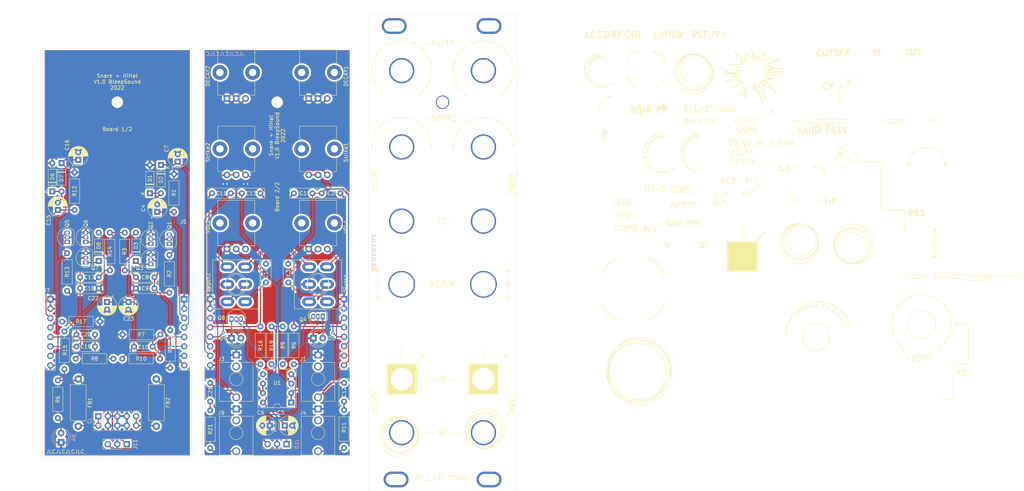
<source format=kicad_pcb>
(kicad_pcb (version 20211014) (generator pcbnew)
  (layers (0 "F.Cu" signal) (31 "B.Cu" signal) (34 "B.Paste" user) (35 "F.Paste" user) (36 "B.SilkS" user "B.Silkscreen") (37 "F.SilkS" user "F.Silkscreen") (38 "B.Mask" user) (39 "F.Mask" user) (44 "Edge.Cuts" user))
  (net 0 "")
  (net 1 "GND")
  (net 2 "+12V")
  (net 3 "-12V")
  (net 4 "Net-(U1-Pad2)")
  (net 5 "Net-(C1-Pad2)")
  (net 6 "Net-(C4-Pad2)")
  (net 7 "Net-(C8-Pad1)")
  (net 8 "Net-(C11-Pad2)")
  (net 9 "Net-(C12-Pad2)")
  (net 10 "Net-(C14-Pad2)")
  (net 11 "Net-(D5-Pad2)")
  (net 12 "Net-(FB1-Pad2)")
  (net 13 "Net-(FB2-Pad2)")
  (net 15 "/DeH")
  (net 16 "Net-(C2-Pad2)")
  (net 17 "Net-(C3-Pad2)")
  (net 18 "/SnI")
  (net 19 "/SnH")
  (net 20 "Net-(C8-Pad2)")
  (net 21 "/So")
  (net 22 "/HiDH")
  (net 23 "Net-(C13-Pad2)")
  (net 24 "Net-(C15-Pad2)")
  (net 25 "/HiI")
  (net 26 "/HiH")
  (net 27 "Net-(C17-Pad2)")
  (net 28 "Net-(C17-Pad1)")
  (net 29 "Net-(C19-Pad2)")
  (net 30 "/Ho")
  (net 32 "Net-(C21-Pad2)")
  (net 33 "Net-(C21-Pad1)")
  (net 34 "Net-(D3-Pad1)")
  (net 35 "Net-(D4-Pad2)")
  (net 36 "Net-(D8-Pad1)")
  (net 37 "Net-(D9-Pad2)")
  (net 38 "Net-(R11-Pad1)")
  (net 40 "Net-(R21-Pad1)")
  (net 42 "/SnO")
  (net 43 "/HiO")
  (net 46 "Net-(Q1-Pad2)")
  (net 47 "Net-(Q4-Pad3)")
  (net 48 "Net-(Q4-Pad2)")
  (net 49 "Net-(VOL1-Pad2)")
  (net 50 "Net-(Q5-Pad2)")
  (net 51 "Net-(Q8-Pad3)")
  (net 52 "Net-(Q8-Pad2)")
  (net 53 "Net-(VOL2-Pad2)")
  (net 54 "Net-(Depth1-Pad3)")
  (net 55 "Net-(Depth2-Pad3)")
  (footprint "Capacitor_THT:C_Disc_D7.0mm_W2.5mm_P5.00mm" (layer "F.Cu") (at 102.5 70 180)
    (fp_text reference "C1")
    (fp_text value "10µF")
  )
  (footprint "Capacitor_THT:C_Disc_D7.0mm_W2.5mm_P5.00mm" (layer "F.Cu") (at 105 70)
    (fp_text reference "C2")
    (fp_text value "1µF")
  )
  (footprint "Capacitor_THT:C_Disc_D7.0mm_W2.5mm_P5.00mm" (layer "F.Cu") (at 96 89 -90)
    (fp_text reference "C3")
    (fp_text value "0.1µF")
  )
  (footprint "Capacitor_THT:CP_Radial_D5.0mm_P2.00mm" (layer "F.Cu") (at 60.75 75 90)
    (fp_text reference "C4")
    (fp_text value "10µF")
  )
  (footprint "Capacitor_THT:CP_Radial_D5.0mm_P2.00mm" (layer "F.Cu") (at 95.044888 132.5)
    (fp_text reference "C5")
    (fp_text value "10µ")
  )
  (footprint "Capacitor_THT:CP_Radial_D5.0mm_P2.00mm" (layer "F.Cu") (at 91 132.5 180)
    (fp_text reference "C6")
    (fp_text value "10µ")
  )
  (footprint "Capacitor_THT:CP_Radial_D5.0mm_P2.00mm" (layer "F.Cu") (at 66.25 61.5 90)
    (fp_text reference "C7")
    (fp_text value "10µF")
  )
  (footprint "Capacitor_THT:C_Disc_D7.0mm_W2.5mm_P5.00mm" (layer "F.Cu") (at 55 92.59)
    (fp_text reference "C8")
    (fp_text value "1µF")
  )
  (footprint "Capacitor_THT:C_Disc_D7.0mm_W2.5mm_P5.00mm" (layer "F.Cu") (at 55 95.59)
    (fp_text reference "C9")
    (fp_text value "0.1µF")
  )
  (footprint "Capacitor_THT:C_Disc_D7.0mm_W2.5mm_P5.00mm" (layer "F.Cu") (at 54.5 111.25)
    (fp_text reference "C10")
    (fp_text value ".1µF")
  )
  (footprint "Capacitor_THT:C_Disc_D7.0mm_W2.5mm_P5.00mm" (layer "F.Cu") (at 80.5 70 180)
    (fp_text reference "C11")
    (fp_text value "10µF")
  )
  (footprint "Capacitor_THT:C_Disc_D7.0mm_W2.5mm_P5.00mm" (layer "F.Cu") (at 111 121 -90)
    (fp_text reference "C12")
    (fp_text value "10µF")
  )
  (footprint "Capacitor_THT:C_Disc_D7.0mm_W2.5mm_P5.00mm" (layer "F.Cu") (at 83.5 70)
    (fp_text reference "C13")
    (fp_text value "1µF")
  )
  (footprint "Capacitor_THT:C_Disc_D7.0mm_W2.5mm_P5.00mm" (layer "F.Cu") (at 90 89 -90)
    (fp_text reference "C14")
    (fp_text value "0.1µF")
  )
  (footprint "Capacitor_THT:CP_Radial_D5.0mm_P2.00mm" (layer "F.Cu") (at 39.5 61 90)
    (fp_text reference "C16")
    (fp_text value "10µF")
  )
  (footprint "Capacitor_THT:C_Disc_D7.0mm_W2.5mm_P5.00mm" (layer "F.Cu") (at 45 92.59 180)
    (fp_text reference "C17")
    (fp_text value "1µF")
  )
  (footprint "Capacitor_THT:C_Disc_D7.0mm_W2.5mm_P5.00mm" (layer "F.Cu") (at 45 95.59 180)
    (fp_text reference "C18")
    (fp_text value "10nF")
  )
  (footprint "Capacitor_THT:C_Disc_D7.0mm_W2.5mm_P5.00mm" (layer "F.Cu") (at 39 111.25)
    (fp_text reference "C19")
    (fp_text value "680pF")
  )
  (footprint "Capacitor_THT:C_Disc_D7.0mm_W2.5mm_P5.00mm" (layer "F.Cu") (at 44 108 180)
    (fp_text reference "C20")
    (fp_text value ".1µF")
  )
  (footprint "Capacitor_THT:C_Disc_D7.0mm_W2.5mm_P5.00mm" (layer "F.Cu") (at 75 121 -90)
    (fp_text reference "C21")
    (fp_text value "10µF")
  )
  (footprint "Diode_THT:D_DO-35_SOD27_P7.62mm_Horizontal" (layer "F.Cu") (at 58.75 70 90)
    (fp_text reference "D1")
    (fp_text value "1N4148")
  )
  (footprint "Diode_THT:D_DO-35_SOD27_P7.62mm_Horizontal" (layer "F.Cu") (at 61.75 62.38 -90)
    (fp_text reference "D2")
    (fp_text value "1N4148")
  )
  (footprint "Diode_THT:D_DO-35_SOD27_P7.62mm_Horizontal" (layer "F.Cu") (at 55 88.21 90)
    (fp_text reference "D3")
    (fp_text value "1N4148")
  )
  (footprint "LED_THT:LED_D4.0mm" (layer "F.Cu") (at 102.725 109)
    (fp_text reference "D5")
    (fp_text value "Trig Snare")
  )
  (footprint "Diode_THT:D_DO-35_SOD27_P7.62mm_Horizontal" (layer "F.Cu") (at 32.5 69.5 90)
    (fp_text reference "D6")
    (fp_text value "1N4148")
  )
  (footprint "Diode_THT:D_DO-35_SOD27_P7.62mm_Horizontal" (layer "F.Cu") (at 35 61.88 -90)
    (fp_text reference "D7")
    (fp_text value "1N4148")
  )
  (footprint "LED_THT:LED_D4.0mm" (layer "F.Cu") (at 80.725 109)
    (fp_text reference "D9")
    (fp_text value "Trig_HiHat")
  )
  (footprint "Potentiometer_THT:Potentiometer_Bourns_PTV09A-1_Single_Vertical" (layer "F.Cu") (at 84.5 44.5 90)
    (fp_text reference "DECAY2")
    (fp_text value "100k")
  )
  (footprint "Inductor_THT:L_Axial_L9.5mm_D4.0mm_P12.70mm_Horizontal_Fastron_SMCC" (layer "F.Cu") (at 39.5 119.96 -90)
    (fp_text reference "FB1")
    (fp_text value "10R")
  )
  (footprint "Inductor_THT:L_Axial_L9.5mm_D4.0mm_P12.70mm_Horizontal_Fastron_SMCC" (layer "F.Cu") (at 60.5 119.96 -90)
    (fp_text reference "FB2")
    (fp_text value "10R")
  )
  (footprint "Connector_Audio:Jack_3.5mm_QingPu_WQP-PJ398SM_Vertical_CircularHoles" (layer "F.Cu") (at 82 113.5)
    (fp_text reference "J3")
    (fp_text value "HiHat IN")
  )
  (footprint "Connector_Audio:Jack_3.5mm_QingPu_WQP-PJ398SM_Vertical_CircularHoles" (layer "F.Cu") (at 104 128)
    (fp_text reference "J4")
    (fp_text value "Snare OUT")
  )
  (footprint "Connector_PinHeader_2.54mm:PinHeader_1x08_P2.54mm_Vertical" (layer "F.Cu") (at 68 98.5)
    (fp_text reference "J5")
    (fp_text value "Conn_01x08_Male")
  )
  (footprint "Connector_PinHeader_2.54mm:PinHeader_1x08_P2.54mm_Vertical" (layer "F.Cu") (at 32 98.5)
    (fp_text reference "J7")
    (fp_text value "Conn_01x08_Male")
  )
  (footprint "Connector_Audio:Jack_3.5mm_QingPu_WQP-PJ398SM_Vertical_CircularHoles" (layer "F.Cu") (at 82 128)
    (fp_text reference "J9")
    (fp_text value "HiHat OUT")
  )
  (footprint "Package_TO_SOT_THT:TO-92_Inline" (layer "F.Cu") (at 64 83.63 90)
    (fp_text reference "Q1")
    (fp_text value "BC546")
  )
  (footprint "Package_TO_SOT_THT:TO-92_Inline" (layer "F.Cu") (at 59 83.59 90)
    (fp_text reference "Q2")
    (fp_text value "BC546")
  )
  (footprint "Package_TO_SOT_THT:TO-92_Inline" (layer "F.Cu") (at 59 89.09 90)
    (fp_text reference "Q3")
    (fp_text value "BC546")
  )
  (footprint "Package_TO_SOT_THT:TO-92_Inline" (layer "F.Cu") (at 105.27 103.14 180)
    (fp_text reference "Q4")
    (fp_text value "2N3904")
  )
  (footprint "Package_TO_SOT_THT:TO-92_Inline" (layer "F.Cu") (at 36.5 83.13 90)
    (fp_text reference "Q5")
    (fp_text value "BC546")
  )
  (footprint "Package_TO_SOT_THT:TO-92_Inline" (layer "F.Cu") (at 41.5 83.13 90)
    (fp_text reference "Q6")
    (fp_text value "BC546")
  )
  (footprint "Package_TO_SOT_THT:TO-92_Inline" (layer "F.Cu") (at 41.5 88.63 90)
    (fp_text reference "Q7")
    (fp_text value "BC546")
  )
  (footprint "Package_TO_SOT_THT:TO-92_Inline" (layer "F.Cu") (at 80.73 103.86)
    (fp_text reference "Q8")
    (fp_text value "2N3904")
  )
  (footprint "Resistor_THT:R_Axial_DIN0207_L6.3mm_D2.5mm_P10.16mm_Horizontal" (layer "F.Cu") (at 65.25 75 90)
    (fp_text reference "R1")
    (fp_text value "4k7")
  )
  (footprint "Resistor_THT:R_Axial_DIN0207_L6.3mm_D2.5mm_P10.16mm_Horizontal" (layer "F.Cu") (at 64 86.59 -90)
    (fp_text reference "R2")
    (fp_text value "47k")
  )
  (footprint "Resistor_THT:R_Axial_DIN0207_L6.3mm_D2.5mm_P10.16mm_Horizontal" (layer "F.Cu") (at 52 80.59 -90)
    (fp_text reference "R3")
    (fp_text value "4k7")
  )
  (footprint "Resistor_THT:R_Axial_DIN0207_L6.3mm_D2.5mm_P10.16mm_Horizontal" (layer "F.Cu") (at 64.25 117 90)
    (fp_text reference "R4")
    (fp_text value "1M")
  )
  (footprint "Resistor_THT:R_Axial_DIN0207_L6.3mm_D2.5mm_P10.16mm_Horizontal" (layer "F.Cu") (at 97.5 105.84 -90)
    (fp_text reference "R5")
    (fp_text value "100k")
  )
  (footprint "Resistor_THT:R_Axial_DIN0207_L6.3mm_D2.5mm_P10.16mm_Horizontal" (layer "F.Cu") (at 34 120.34 -90)
    (fp_text reference "R6")
    (fp_text value "2.2k")
  )
  (footprint "Resistor_THT:R_Axial_DIN0207_L6.3mm_D2.5mm_P10.16mm_Horizontal" (layer "F.Cu") (at 61.58 108 180)
    (fp_text reference "R7")
    (fp_text value "1M")
  )
  (footprint "Resistor_THT:R_Axial_DIN0207_L6.3mm_D2.5mm_P10.16mm_Horizontal" (layer "F.Cu") (at 94.5 105.84 -90)
    (fp_text reference "R9")
    (fp_text value "1k")
  )
  (footprint "Resistor_THT:R_Axial_DIN0207_L6.3mm_D2.5mm_P10.16mm_Horizontal" (layer "F.Cu") (at 111 138.5 90)
    (fp_text reference "R11")
    (fp_text value "1k")
  )
  (footprint "Resistor_THT:R_Axial_DIN0207_L6.3mm_D2.5mm_P10.16mm_Horizontal" (layer "F.Cu") (at 38.5 74.5 90)
    (fp_text reference "R12")
    (fp_text value "4k7")
  )
  (footprint "Resistor_THT:R_Axial_DIN0207_L6.3mm_D2.5mm_P10.16mm_Horizontal" (layer "F.Cu") (at 36.5 86.09 -90)
    (fp_text reference "R13")
    (fp_text value "47k")
  )
  (footprint "Resistor_THT:R_Axial_DIN0207_L6.3mm_D2.5mm_P10.16mm_Horizontal" (layer "F.Cu") (at 48 80.59 -90)
    (fp_text reference "R14")
    (fp_text value "4k7")
  )
  (footprint "Resistor_THT:R_Axial_DIN0207_L6.3mm_D2.5mm_P10.16mm_Horizontal" (layer "F.Cu") (at 35.75 117.33 90)
    (fp_text reference "R15")
    (fp_text value "1M")
  )
  (footprint "Resistor_THT:R_Axial_DIN0207_L6.3mm_D2.5mm_P10.16mm_Horizontal" (layer "F.Cu") (at 88.5 105.84 -90)
    (fp_text reference "R16")
    (fp_text value "100k")
  )
  (footprint "Resistor_THT:R_Axial_DIN0207_L6.3mm_D2.5mm_P10.16mm_Horizontal" (layer "F.Cu") (at 35.17 104.5)
    (fp_text reference "R17")
    (fp_text value "1M")
  )
  (footprint "Resistor_THT:R_Axial_DIN0207_L6.3mm_D2.5mm_P10.16mm_Horizontal" (layer "F.Cu") (at 91.5 105.84 -90)
    (fp_text reference "R19")
    (fp_text value "1k")
  )
  (footprint "Resistor_THT:R_Axial_DIN0207_L6.3mm_D2.5mm_P10.16mm_Horizontal" (layer "F.Cu") (at 75 138.58 90)
    (fp_text reference "R21")
    (fp_text value "1k")
  )
  (footprint "Potentiometer_THT:Potentiometer_Bourns_PTV09A-1_Single_Vertical" (layer "F.Cu") (at 84.5 65.05 90)
    (fp_text reference "Strike2")
    (fp_text value "100k")
  )
  (footprint "Potentiometer_THT:Potentiometer_Bourns_PTV09A-1_Single_Vertical" (layer "F.Cu") (at 106.5 44.5 90)
    (fp_text reference "DECAY1")
    (fp_text value "100k")
  )
  (footprint "Potentiometer_THT:Potentiometer_Bourns_PTV09A-1_Single_Vertical" (layer "F.Cu") (at 106.5 65.05 90)
    (fp_text reference "Strike1")
    (fp_text value "100k")
  )
  (footprint "Potentiometer_THT:Potentiometer_Bourns_PTV09A-1_Single_Vertical" (layer "F.Cu") (at 106.5 85 90)
    (fp_text reference "VOL1")
    (fp_text value "10k")
  )
  (footprint "Potentiometer_THT:Potentiometer_Bourns_PTV09A-1_Single_Vertical" (layer "F.Cu") (at 84.5 85 90)
    (fp_text reference "VOL2")
    (fp_text value "10k")
  )
  (footprint "Connector_Audio:Jack_3.5mm_QingPu_WQP-PJ398SM_Vertical_CircularHoles" (layer "F.Cu") (at 104 113.5)
    (fp_text reference "J1")
    (fp_text value "Snare IN")
  )
  (footprint "Synth:SW_DPDT_Toggle" (layer "F.Cu") (at 104 94.5 90)
    (fp_text reference "Depth1")
    (fp_text value "SW_Push_DPDT")
  )
  (footprint "Synth:SW_DPDT_Toggle" (layer "F.Cu") (at 82 94.5 90)
    (fp_text reference "Depth2")
    (fp_text value "SW_Push_DPDT")
  )
  (footprint "Package_DIP:DIP-8_W7.62mm_Socket" (layer "F.Cu") (at 96.8 126.3 180)
    (fp_text reference "U1")
    (fp_text value "TL072")
  )
  (footprint "Capacitor_THT:CP_Radial_D5.0mm_P2.00mm" (layer "F.Cu") (at 34 74.5 90)
    (fp_text reference "C15")
    (fp_text value "10µF")
  )
  (footprint "Capacitor_THT:CP_Radial_D5.0mm_P2.00mm" (layer "F.Cu") (at 47.25 99.25 -90)
    (fp_text reference "C22")
    (fp_text value "100µ")
  )
  (footprint "Diode_THT:D_DO-35_SOD27_P7.62mm_Horizontal" (layer "F.Cu") (at 45 88.21 90)
    (fp_text reference "D8")
    (fp_text value "1N4148")
  )
  (footprint "Capacitor_THT:CP_Radial_D5.0mm_P2.00mm" (layer "F.Cu") (at 53 99.25 -90)
    (fp_text reference "C23")
    (fp_text value "100µ")
  )
  (footprint "Resistor_THT:R_Axial_DIN0207_L6.3mm_D2.5mm_P10.16mm_Horizontal" (layer "F.Cu") (at 38.8 114.5)
    (fp_text reference "R8")
    (fp_text value "0R")
  )
  (footprint "Synth:Doepfer Mounting hole" (layer "F.Cu") (at 150 147)
    (fp_text reference "REF**" hide)
    (fp_text value "Doepfer Mounting hole")
  )
  (footprint "Synth:Doepfer Mounting hole" (layer "F.Cu") (at 124.5 25)
    (fp_text reference "REF**" hide)
    (fp_text value "Doepfer Mounting hole")
  )
  (footprint "Resistor_THT:R_Axial_DIN0207_L6.3mm_D2.5mm_P10.16mm_Horizontal" (layer "F.Cu") (at 61.5 114.5 180)
    (fp_text reference "R10")
    (fp_text value "0R")
  )
  (footprint "Connector_PinHeader_2.54mm:PinHeader_1x03_P2.54mm_Vertical" (layer "F.Cu") (at 52.525 137.5 -90)
    (fp_text reference "J11")
    (fp_text value "Conn_01x03_Male")
  )
  (footprint "Synth:Doepfer Mounting hole" (layer "F.Cu") (at 150 25)
    (fp_text reference "REF**" hide)
    (fp_text value "Doepfer Mounting hole")
  )
  (footprint "Synth:Doepfer Mounting hole" (layer "F.Cu") (at 125 147)
    (fp_text reference "REF**" hide)
    (fp_text value "Doepfer Mounting hole")
  )
  (footprint "LED_THT:LED_D4.0mm" (layer "B.Cu") (at 34.88 137.04 90)
    (fp_text reference "D4")
    (fp_text value "LED-12V")
  )
  (footprint "Connector_PinHeader_2.54mm:PinHeader_2x05_P2.54mm_Vertical" (layer "B.Cu") (at 44.92 129.96 -90)
    (fp_text reference "J2")
    (fp_text value "Power Input")
  )
  (footprint "Connector_PinSocket_2.54mm:PinSocket_1x08_P2.54mm_Vertical" (layer "B.Cu") (at 75 98.46 180)
    (fp_text reference "J8")
    (fp_text value "Conn_01x08_Female")
  )
  (footprint "Connector_PinSocket_2.54mm:PinSocket_1x08_P2.54mm_Vertical" (layer "B.Cu") (at 111 98.46 180)
    (fp_text reference "J6")
    (fp_text value "Conn_01x08_Female")
  )
  (footprint "Connector_PinSocket_2.54mm:PinSocket_1x03_P2.54mm_Vertical" (layer "B.Cu") (at 95.525 137.475 90)
    (fp_text reference "J10")
    (fp_text value "Conn_01x03_Female")
  )
  (gr_line (start 132.2 145.8) (end 132.2 147.2) (layer "F.SilkS") (width 0.12))
  (gr_line (start 133.4 147.2) (end 134.6 147.2) (layer "F.SilkS") (width 0.12))
  (gr_line (start 130.6 147.2) (end 131.6 146.6) (layer "F.SilkS") (width 0.12))
  (gr_line (start 131.6 146.6) (end 130.6 146.2) (layer "F.SilkS") (width 0.12))
  (gr_line (start 132.2 147.2) (end 132.8 147.2) (layer "F.SilkS") (width 0.12))
  (gr_line (start 133.8 145) (end 134.6 145) (layer "F.SilkS") (width 0.12))
  (gr_line (start 135.2 147.2) (end 136 147.2) (layer "F.SilkS") (width 0.12))
  (gr_line (start 136.6 145.4) (end 138 145.8) (layer "F.SilkS") (width 0.12))
  (gr_line (start 133.4 145.4) (end 133.4 147.2) (layer "F.SilkS") (width 0.12))
  (gr_line (start 133.4 146) (end 133.8 146) (layer "F.SilkS") (width 0.12))
  (gr_line (start 135.2 146) (end 135.2 147.2) (layer "F.SilkS") (width 0.12))
  (gr_line (start 136.4 147) (end 136.6 147.2) (layer "F.SilkS") (width 0.12))
  (gr_line (start 135.2 146) (end 136 146) (layer "F.SilkS") (width 0.12))
  (gr_line (start 136.6 147.2) (end 136.6 147) (layer "F.SilkS") (width 0.12))
  (gr_line (start 136.6 145.4) (end 136.6 147.2) (layer "F.SilkS") (width 0.12))
  (gr_line (start 138 145.8) (end 136.6 146.2) (layer "F.SilkS") (width 0.12))
  (gr_line (start 135.2 146.6) (end 135.4 146.6) (layer "F.SilkS") (width 0.12))
  (gr_line (start 130.6 146.2) (end 131.6 145.8) (layer "F.SilkS") (width 0.12))
  (gr_line (start 136.6 147.2) (end 136.8 147) (layer "F.SilkS") (width 0.12))
  (gr_line (start 130.6 145.4) (end 130.6 147.2) (layer "F.SilkS") (width 0.12))
  (gr_line (start 131.6 145.8) (end 130.6 145.4) (layer "F.SilkS") (width 0.12))
  (gr_line (start 143.4 146) (end 143.2 146) (layer "F.SilkS") (width 0.12))
  (gr_line (start 139 147.2) (end 139 147) (layer "F.SilkS") (width 0.12))
  (gr_line (start 140.4 146) (end 140.4 147.2) (layer "F.SilkS") (width 0.12))
  (gr_line (start 141.6 146) (end 141.2 147.2) (layer "F.SilkS") (width 0.12))
  (gr_line (start 141.2 147.2) (end 142.4 146) (layer "F.SilkS") (width 0.12))
  (gr_line (start 143.8 146) (end 143.2 147.2) (layer "F.SilkS") (width 0.12))
  (gr_line (start 143.8 146) (end 144.2 146.8) (layer "F.SilkS") (width 0.12))
  (gr_line (start 140 146) (end 140 146.2) (layer "F.SilkS") (width 0.12))
  (gr_line (start 132.2 145.8) (end 132 146) (layer "F.SilkS") (width 0.12))
  (gr_line (start 132.2 145.8) (end 132.4 146) (layer "F.SilkS") (width 0.12))
  (gr_line (start 142.8 146) (end 142.6 147.2) (layer "F.SilkS") (width 0.12))
  (gr_arc (start 133.4 145.4) (mid 133.517157 145.117157) (end 133.8 145) (layer "F.SilkS") (width 0.12))
  (gr_line (start 139.8 146.8) (end 139 147.2) (layer "F.SilkS") (width 0.12))
  (gr_line (start 134.6 147.2) (end 134.4 147) (layer "F.SilkS") (width 0.12))
  (gr_line (start 134.6 147.2) (end 134.4 147.4) (layer "F.SilkS") (width 0.12))
  (gr_line (start 139 146.2) (end 139.8 146.8) (layer "F.SilkS") (width 0.12))
  (gr_line (start 141.2 146) (end 140.4 146) (layer "F.SilkS") (width 0.12))
  (gr_line (start 142.6 147.2) (end 143.4 146) (layer "F.SilkS") (width 0.12))
  (gr_line (start 142.8 146) (end 142 147.2) (layer "F.SilkS") (width 0.12))
  (gr_line (start 141.6 146) (end 141.4 146) (layer "F.SilkS") (width 0.12))
  (gr_line (start 142 147.2) (end 142.2 147.2) (layer "F.SilkS") (width 0.12))
  (gr_line (start 142.4 146) (end 142.2 146) (layer "F.SilkS") (width 0.12))
  (gr_line (start 140.4 147.2) (end 141.2 146) (layer "F.SilkS") (width 0.12))
  (gr_line (start 143.2 147.2) (end 144.2 146.8) (layer "F.SilkS") (width 0.12))
  (gr_line (start 140 146) (end 139 146.2) (layer "F.SilkS") (width 0.12))
  (gr_line (start 148.5 117.75) (end 148.5 111.5) (layer "F.SilkS") (width 0.12))
  (gr_line (start 126.5 117.75) (end 126.5 111.5) (layer "F.SilkS") (width 0.12))
  (gr_line (start 119 68.4) (end 120 68.8) (layer "F.SilkS") (width 0.12))
  (gr_line (start 120 68.8) (end 120 68.9) (layer "F.SilkS") (width 0.12))
  (gr_line (start 118 64.8) (end 120 64.9) (layer "F.SilkS") (width 0.12))
  (gr_line (start 118 63.6) (end 120 64.5) (layer "F.SilkS") (width 0.12))
  (gr_line (start 118 66.5) (end 120 67.5) (layer "F.SilkS") (width 0.12))
  (gr_line (start 119 67) (end 119 65.9) (layer "F.SilkS") (width 0.12))
  (gr_line (start 120 67.5) (end 120 67.6) (layer "F.SilkS") (width 0.12))
  (gr_line (start 118 63.6) (end 118 63.1) (layer "F.SilkS") (width 0.12))
  (gr_line (start 118 69) (end 120 70) (layer "F.SilkS") (width 0.12))
  (gr_line (start 118 67.9) (end 118 68) (layer "F.SilkS") (width 0.12))
  (gr_line (start 119 65.9) (end 120 66.3) (layer "F.SilkS") (width 0.12))
  (gr_line (start 119 69.5) (end 119 68.4) (layer "F.SilkS") (width 0.12))
  (gr_line (start 118 69) (end 118 69.1) (layer "F.SilkS") (width 0.12))
  (gr_line (start 118 65.4) (end 118 65.5) (layer "F.SilkS") (width 0.12))
  (gr_line (start 120 66.3) (end 120 66.4) (layer "F.SilkS") (width 0.12))
  (gr_line (start 118 66.5) (end 118 66.6) (layer "F.SilkS") (width 0.12))
  (gr_line (start 120 70) (end 120 70.1) (layer "F.SilkS") (width 0.12))
  (gr_line (start 119 68.4) (end 118 67.9) (layer "F.SilkS") (width 0.12))
  (gr_line (start 119 65.9) (end 118 65.4) (layer "F.SilkS") (width 0.12))
  (gr_line (start 118 64.8) (end 120 65.7) (layer "F.SilkS") (width 0.12))
  (gr_line (start 118 67.3) (end 120 68.2) (layer "F.SilkS") (width 0.12))
  (gr_line (start 119 64.9) (end 119 65.2) (layer "F.SilkS") (width 0.12))
  (gr_line (start 118 63.6) (end 118 64.2) (layer "F.SilkS") (width 0.12))
  (gr_line (start 120 64.5) (end 119.9 64.3) (layer "F.SilkS") (width 0.12))
  (gr_line (start 120 64.5) (end 119.8 64.6) (layer "F.SilkS") (width 0.12))
  (gr_line (start 156 67.85) (end 156 67.45) (layer "F.SilkS") (width 0.12))
  (gr_line (start 155 64.5) (end 155 64.7) (layer "F.SilkS") (width 0.12))
  (gr_line (start 157 67.9) (end 155 67.8) (layer "F.SilkS") (width 0.12))
  (gr_line (start 155.8 65.5) (end 155 64.5) (layer "F.SilkS") (width 0.12))
  (gr_line (start 157 65.7) (end 156.4 64.6) (layer "F.SilkS") (width 0.12))
  (gr_line (start 157 67.5) (end 155 66.6) (layer "F.SilkS") (width 0.12))
  (gr_line (start 157 66.6) (end 155 66.6) (layer "F.SilkS") (width 0.12))
  (gr_line (start 157 68.5) (end 155 68.2) (layer "F.SilkS") (width 0.12))
  (gr_line (start 157 67.9) (end 155 67) (layer "F.SilkS") (width 0.12))
  (gr_line (start 155 69.6) (end 157 69.9) (layer "F.SilkS") (width 0.12))
  (gr_line (start 156.2 68.4) (end 155.7 69.1) (layer "F.SilkS") (width 0.12))
  (gr_line (start 155 69.6) (end 155 70.5) (layer "F.SilkS") (width 0.12))
  (gr_line (start 155 64.5) (end 155.2 64.5) (layer "F.SilkS") (width 0.12))
  (gr_line (start 156.4 64.6) (end 155.8 65.5) (layer "F.SilkS") (width 0.12))
  (gr_line (start 157 65.7) (end 156.8 65.7) (layer "F.SilkS") (width 0.12))
  (gr_line (start 157 67.5) (end 157 67.4) (layer "F.SilkS") (width 0.12))
  (gr_line (start 157 65.7) (end 157.1 65.5) (layer "F.SilkS") (width 0.12))
  (gr_line (start 157 69.9) (end 157 70.7) (layer "F.SilkS") (width 0.12))
  (gr_line (start 157 68.5) (end 156.3 69.2) (layer "F.SilkS") (width 0.12))
  (gr_line (start 155.7 69.1) (end 155 69) (layer "F.SilkS") (width 0.12))
  (gr_line (start 156.2 69.8) (end 156.2 70.2) (layer "F.SilkS") (width 0.12))
  (gr_line (start 156.3 69.2) (end 156.2 68.4) (layer "F.SilkS") (width 0.12))
  (gr_line (start 157 66.6) (end 155 65.7) (layer "F.SilkS") (width 0.12))
  (gr_line (start 155 65.7) (end 155 65.6) (layer "F.SilkS") (width 0.12))
  (gr_poly (pts (xy 152.5 124) (xy 144.5 124) (xy 144.5 116) (xy 152.5 116)) (layer "F.SilkS") (width 0.1) (fill solid))
  (gr_line (start 138.5 133.6) (end 139.2 133.6) (layer "F.SilkS") (width 0.12))
  (gr_line (start 136.9 135.3) (end 136.4 133.6) (layer "F.SilkS") (width 0.12))
  (gr_line (start 136.4 133.6) (end 137.3 133.6) (layer "F.SilkS") (width 0.12))
  (gr_line (start 137.6 133.6) (end 137.3 135.3) (layer "F.SilkS") (width 0.12))
  (gr_line (start 137.3 135.3) (end 138.3 133.6) (layer "F.SilkS") (width 0.12))
  (gr_line (start 137.3 133.6) (end 136.9 135.3) (layer "F.SilkS") (width 0.12))
  (gr_line (start 138.9 133.6) (end 137.9 135.3) (layer "F.SilkS") (width 0.12))
  (gr_circle (center 126.2 134.85) (end 129.2 138.45) (layer "F.SilkS") (width 0.12) (fill none))
  (gr_circle (center 126.4 134.45) (end 129 137.45) (layer "F.SilkS") (width 0.12) (fill none))
  (gr_circle (center 125.8 135.45) (end 127.8 140.45) (layer "F.SilkS") (width 0.12) (fill none))
  (gr_circle (center 126 135.05) (end 127.8 139.65) (layer "F.SilkS") (width 0.12) (fill none))
  (gr_circle (center 148.95 133.35) (end 146.95 128.35) (layer "F.SilkS") (width 0.12) (fill none))
  (gr_circle (center 148.75 133.75) (end 146.95 129.15) (layer "F.SilkS") (width 0.12) (fill none))
  (gr_circle (center 148.55 133.95) (end 145.55 130.35) (layer "F.SilkS") (width 0.12) (fill none))
  (gr_circle (center 148.5 134.35) (end 145.9 131.35) (layer "F.SilkS") (width 0.12) (fill none))
  (gr_circle (center 154.5 113.5) (end 154.5 113.75) (layer "F.SilkS") (width 0.12) (fill none))
  (gr_line (start 154.5 113.5) (end 153 115.4) (layer "F.SilkS") (width 0.12))
  (gr_line (start 153 115.4) (end 153.3 115.4) (layer "F.SilkS") (width 0.12))
  (gr_line (start 153 115.4) (end 153 115.1) (layer "F.SilkS") (width 0.12))
  (gr_line (start 137.1 119) (end 136.9 119.1) (layer "F.SilkS") (width 0.12))
  (gr_line (start 137 120.7) (end 137.8 119) (layer "F.SilkS") (width 0.12))
  (gr_line (start 137 120.7) (end 136.9 120.7) (layer "F.SilkS") (width 0.12))
  (gr_line (start 137.8 119) (end 137.8 120.7) (layer "F.SilkS") (width 0.12))
  (gr_line (start 137.1 119) (end 137.2 119.2) (layer "F.SilkS") (width 0.12))
  (gr_line (start 137.8 120.7) (end 138.6 119) (layer "F.SilkS") (width 0.12))
  (gr_line (start 136.3 120.7) (end 137.1 119) (layer "F.SilkS") (width 0.12))
  (gr_line (start 138.6 119) (end 138.5 119) (layer "F.SilkS") (width 0.12))
  (gr_arc (start 118.5 57.45) (mid 120.634567 51.996699) (end 126 49.65) (layer "F.SilkS") (width 0.12))
  (gr_line (start 126 49.45) (end 127 49.45) (layer "F.SilkS") (width 0.12))
  (gr_line (start 126 49.85) (end 127 49.85) (layer "F.SilkS") (width 0.12))
  (gr_line (start 135.3 120) (end 132.6 120) (layer "F.SilkS") (width 0.12))
  (gr_line (start 155 95) (end 155 98) (layer "F.SilkS") (width 0.12))
  (gr_poly (pts (xy 120 98.5) (xy 119.5 98) (xy 120.5 98)) (layer "F.SilkS") (width 0.1) (fill solid))
  (gr_circle (center 120 94.5) (end 120.5 94.5) (layer "F.SilkS") (width 0.15) (fill none))
  (gr_line (start 120 95) (end 120 98) (layer "F.SilkS") (width 0.12))
  (gr_line (start 120 94) (end 120 91) (layer "F.SilkS") (width 0.12))
  (gr_poly (pts (xy 120.5 91) (xy 119.5 91) (xy 120 90.5)) (layer "F.SilkS") (width 0.1) (fill solid))
  (gr_line (start 140.4 93.6) (end 139.5 95.2) (layer "F.SilkS") (width 0.12))
  (gr_line (start 140.9 93.6) (end 140 95.2) (layer "F.SilkS") (width 0.12))
  (gr_line (start 134.6 93.6) (end 134.2 95.2) (layer "F.SilkS") (width 0.12))
  (gr_line (start 138.5 95.2) (end 138.7 95.1) (layer "F.SilkS") (width 0.12))
  (gr_line (start 135.7 95.2) (end 136.4 95.2) (layer "F.SilkS") (width 0.12))
  (gr_line (start 135.9 94.4) (end 136.2 94.4) (layer "F.SilkS") (width 0.12))
  (gr_line (start 139.8 94.4) (end 140.6 94.4) (layer "F.SilkS") (width 0.12))
  (gr_line (start 135.3 94.7) (end 134.6 93.6) (layer "F.SilkS") (width 0.12))
  (gr_line (start 138.5 93.6) (end 138.2 94.2) (layer "F.SilkS") (width 0.12))
  (gr_line (start 138.5 95.2) (end 138.5 95) (layer "F.SilkS") (width 0.12))
  (gr_line (start 139.4 93.6) (end 138.5 95.2) (layer "F.SilkS") (width 0.12))
  (gr_line (start 138.2 94.2) (end 137.4 94.2) (layer "F.SilkS") (width 0.12))
  (gr_line (start 135.9 94) (end 135.7 95.2) (layer "F.SilkS") (width 0.12))
  (gr_arc (start 135.9 94) (mid 136.017157 93.717157) (end 136.3 93.6) (layer "F.SilkS") (width 0.12))
  (gr_line (start 136.3 93.6) (end 136.7 93.6) (layer "F.SilkS") (width 0.12))
  (gr_line (start 136.5 95.2) (end 136.3 95) (layer "F.SilkS") (width 0.12))
  (gr_line (start 136.5 95.2) (end 136.3 95.4) (layer "F.SilkS") (width 0.12))
  (gr_line (start 138.9 93.6) (end 139.8 93.6) (layer "F.SilkS") (width 0.12))
  (gr_line (start 137.8 93.6) (end 137.1 95.2) (layer "F.SilkS") (width 0.12))
  (gr_line (start 134.2 95.2) (end 135.3 94.7) (layer "F.SilkS") (width 0.12))
  (gr_line (start 137.6 93.6) (end 138.5 93.6) (layer "F.SilkS") (width 0.12))
  (gr_line (start 133.6 94.5) (end 132.6 94.5) (layer "F.SilkS") (width 0.12))
  (gr_line (start 141.4 94.5) (end 142.4 94.5) (layer "F.SilkS") (width 0.12))
  (gr_arc (start 180.4 92.496811) (mid 181.85565 89.281896) (end 184.9 87.496811) (layer "F.SilkS") (width 0.12))
  (gr_line (start 135.6 48.9) (end 134.6 49.5) (layer "F.SilkS") (width 0.12))
  (gr_line (start 211.422688 27.522688) (end 211.822688 26.422688) (layer "F.SilkS") (width 0.12))
  (gr_line (start 209.322688 26.422688) (end 209.322688 28.122688) (layer "F.SilkS") (width 0.12))
  (gr_line (start 191.422688 46.622688) (end 191.422688 47.722688) (layer "F.SilkS") (width 0.12))
  (gr_line (start 230.122688 62.322688) (end 231.122688 62.822688) (layer "F.SilkS") (width 0.12))
  (gr_line (start 200.222688 26.722688) (end 200.222688 27.822688) (layer "F.SilkS") (width 0.12))
  (gr_line (start 236.472688 100.472688) (end 236.172688 99.672688) (layer "F.SilkS") (width 0.12))
  (gr_line (start 188.622688 48.822688) (end 188.922688 46.722688) (layer "F.SilkS") (width 0.12))
  (gr_line (start 208.722688 51.122688) (end 208.822688 51.022688) (layer "F.SilkS") (width 0.12))
  (gr_line (start 203.672688 72.372688) (end 202.672688 74.072688) (layer "F.SilkS") (width 0.12))
  (gr_line (start 139.6 133.6) (end 139.5 133.8) (layer "F.SilkS") (width 0.12))
  (gr_line (start 184.822688 28.122688) (end 184.822688 26.422688) (layer "F.SilkS") (width 0.12))
  (gr_line (start 205.922688 27.122688) (end 204.922688 27.422688) (layer "F.SilkS") (width 0.12))
  (gr_line (start 216.122688 57.322688) (end 215.622688 55.622688) (layer "F.SilkS") (width 0.12))
  (gr_line (start 214.822688 46.922688) (end 214.622688 48.122688) (layer "F.SilkS") (width 0.12))
  (gr_line (start 183.222688 26.922688) (end 183.622688 26.422688) (layer "F.SilkS") (width 0.12))
  (gr_poly (pts (xy 275.572688 105.372688) (xy 276.072688 104.872688) (xy 276.072688 105.872688)) (layer "F.SilkS") (width 0.1) (fill solid))
  (gr_line (start 274.172688 108.172688) (end 273.862688 108.062688) (layer "F.SilkS") (width 0.12))
  (gr_line (start 267.872688 92.872688) (end 261.872688 92.872688) (layer "F.SilkS") (width 0.12))
  (gr_line (start 265.022688 74.622688) (end 265.422688 74.622688) (layer "F.SilkS") (width 0.12))
  (gr_line (start 279.772688 117.372688) (end 278.772688 117.972688) (layer "F.SilkS") (width 0.12))
  (gr_line (start 267.597688 113.522688) (end 268.647688 113.522688) (layer "F.SilkS") (width 0.12))
  (gr_line (start 190.822688 48.722688) (end 190.622688 46.222688) (layer "F.SilkS") (width 0.12))
  (gr_line (start 138.7 50.6) (end 139.5 48.9) (layer "F.SilkS") (width 0.12))
  (gr_poly (pts (xy 262.622688 62.122688) (xy 263.622688 62.122688) (xy 263.122688 62.622688)) (layer "F.SilkS") (width 0.1) (fill solid))
  (gr_line (start 201.822688 74.072688) (end 202.072688 72.372688) (layer "F.SilkS") (width 0.12))
  (gr_arc (start 190.322688 41.022688) (mid 188.201368 40.144008) (end 187.322688 38.022688) (layer "F.SilkS") (width 0.12))
  (gr_line (start 204.222688 48.122688) (end 204.822688 48.122688) (layer "F.SilkS") (width 0.12))
  (gr_line (start 206.272688 77.772688) (end 207.172688 78.272688) (layer "F.SilkS") (width 0.12))
  (gr_poly (pts (xy 155.5 91) (xy 154.5 91) (xy 155 90.5)) (layer "F.SilkS") (width 0.1) (fill solid))
  (gr_line (start 155 125.1) (end 155 125) (layer "F.SilkS") (width 0.12))
  (gr_line (start 189.272688 80.372688) (end 190.372688 79.772688) (layer "F.SilkS") (width 0.12))
  (gr_line (start 185.022688 26.422688) (end 185.022688 28.122688) (layer "F.SilkS") (width 0.12))
  (gr_line (start 264.147688 113.522688) (end 263.847688 115.222688) (layer "F.SilkS") (width 0.12))
  (gr_line (start 233.422688 53.822688) (end 234.222688 53.522688) (layer "F.SilkS") (width 0.12))
  (gr_line (start 217.522688 36.922688) (end 213.522688 38.172688) (layer "F.SilkS") (width 0.12))
  (gr_line (start 138 28.65) (end 137.2 29.55) (layer "F.SilkS") (width 0.12))
  (gr_arc (start 197.35565 98.781896) (mid 195.9 101.996811) (end 192.85565 103.781896) (layer "F.SilkS") (width 0.12))
  (gr_line (start 207.122688 51.122688) (end 207.222688 51.022688) (layer "F.SilkS") (width 0.12))
  (gr_line (start 203.922688 49.922688) (end 203.922688 50.522688) (layer "F.SilkS") (width 0.12))
  (gr_line (start 157 127.3) (end 155 126.4) (layer "F.SilkS") (width 0.12))
  (gr_arc (start 261.872688 111.872688) (mid 266.372688 97.335539) (end 270.872688 111.872688) (layer "F.SilkS") (width 0.12))
  (gr_line (start 229.272688 36.672688) (end 224.022688 36.172688) (layer "F.SilkS") (width 0.12))
  (gr_line (start 279.772688 117.372688) (end 279.772688 117.572688) (layer "F.SilkS") (width 0.12))
  (gr_line (start 206.522688 49.922688) (end 206.522688 51.122688) (layer "F.SilkS") (width 0.12))
  (gr_arc (start 274.872688 124.872688) (mid 274.726241 125.226241) (end 274.372688 125.372688) (layer "F.SilkS") (width 0.12))
  (gr_line (start 265.122688 76.122688) (end 264.522688 75.322688) (layer "F.SilkS") (width 0.12))
  (gr_line (start 184.672688 79.772688) (end 183.872688 80.372688) (layer "F.SilkS") (width 0.12))
  (gr_line (start 204.072688 68.672688) (end 203.872688 69.972688) (layer "F.SilkS") (width 0.12))
  (gr_line (start 209.322688 27.922688) (end 210.122688 27.922688) (layer "F.SilkS") (width 0.12))
  (gr_line (start 263.122688 74.422688) (end 264.122688 74.622688) (layer "F.SilkS") (width 0.12))
  (gr_line (start 135.6 49.9) (end 134.6 50.6) (layer "F.SilkS") (width 0.12))
  (gr_line (start 220.722688 50.622688) (end 220.422688 50.622688) (layer "F.SilkS") (width 0.12))
  (gr_line (start 136.65 76.65) (end 136.55 76.65) (layer "F.SilkS") (width 0.12))
  (gr_line (start 243.822688 53.622688) (end 243.922688 53.822688) (layer "F.SilkS") (width 0.12))
  (gr_line (start 278.872688 119.072688) (end 278.872688 118.872688) (layer "F.SilkS") (width 0.12))
  (gr_arc (start 192.640735 87.281896) (mid 195.749526 88.74468) (end 197.35565 91.781896) (layer "F.SilkS") (width 0.12))
  (gr_line (start 180.622688 54.222688) (end 181.322688 54.522688) (layer "F.SilkS") (width 0.12))
  (gr_arc (start 200.122688 63.122688) (mid 192.667159 60.993228) (end 197.326727 54.795814) (layer "F.SilkS") (width 0.12))
  (gr_line (start 241.672688 40.222688) (end 242.072688 41.322688) (layer "F.SilkS") (width 0.12))
  (gr_line (start 239.772688 41.022688) (end 240.372688 41.922688) (layer "F.SilkS") (width 0.12))
  (gr_line (start 265.522688 31.322688) (end 265.722688 31.322688) (layer "F.SilkS") (width 0.12))
  (gr_line (start 267.697688 114.172688) (end 267.797688 114.072688) (layer "F.SilkS") (width 0.12))
  (gr_line (start 243.122688 53.822688) (end 242.722688 52.722688) (layer "F.SilkS") (width 0.12))
  (gr_line (start 136.6 28.65) (end 137 28.65) (layer "F.SilkS") (width 0.12))
  (gr_line (start 205.822688 28.122688) (end 205.622688 28.122688) (layer "F.SilkS") (width 0.12))
  (gr_line (start 210.422688 51.122688) (end 210.522688 51.022688) (layer "F.SilkS") (width 0.12))
  (gr_line (start 240.072688 41.922688) (end 241.072688 41.922688) (layer "F.SilkS") (width 0.12))
  (gr_line (start 199.522688 72.372688) (end 198.672688 73.322688) (layer "F.SilkS") (width 0.12))
  (gr_line (start 215.772688 41.672688) (end 218.022688 39.422688) (layer "F.SilkS") (width 0.12))
  (gr_line (start 200.222688 26.722688) (end 200.422688 26.422688) (layer "F.SilkS") (width 0.12))
  (gr_line (start 253.922688 31.222688) (end 254.122688 31.222688) (layer "F.SilkS") (width 0.12))
  (gr_line (start 187.722688 78.672688) (end 188.622688 78.672688) (layer "F.SilkS") (width 0.12))
  (gr_line (start 184.472688 75.072688) (end 184.572688 75.172688) (layer "F.SilkS") (width 0.12))
  (gr_line (start 244.872688 59.122688) (end 244.872688 59.622688) (layer "F.SilkS") (width 0.12))
  (gr_line (start 232.072688 102.272688) (end 232.272688 102.672688) (layer "F.SilkS") (width 0.12))
  (gr_line (start 237.922688 52.322688) (end 237.922688 53.622688) (layer "F.SilkS") (width 0.12))
  (gr_line (start 265.447688 113.522688) (end 264.447688 115.222688) (layer "F.SilkS") (width 0.12))
  (gr_line (start 246.222688 31.622688) (end 247.222688 31.622688) (layer "F.SilkS") (width 0.12))
  (gr_line (start 209.022688 83.172688) (end 208.022688 84.872688) (layer "F.SilkS") (width 0.12))
  (gr_line (start 265.022688 75.922688) (end 265.422688 75.922688) (layer "F.SilkS") (width 0.12))
  (gr_line (start 184.472688 75.072688) (end 183.672688 75.972688) (layer "F.SilkS") (width 0.12))
  (gr_line (start 202.622688 47.122688) (end 203.622688 46.722688) (layer "F.SilkS") (width 0.12))
  (gr_line (start 243.422688 53.822688) (end 242.722688 52.122688) (layer "F.SilkS") (width 0.12))
  (gr_line (start 207.222688 46.922688) (end 208.022688 46.922688) (layer "F.SilkS") (width 0.12))
  (gr_line (start 200.572688 77.272688) (end 200.572688 78.872688) (layer "F.SilkS") (width 0.12))
  (gr_line (start 204.522688 49.922688) (end 204.422688 49.822688) (layer "F.SilkS") (width 0.12))
  (gr_line (start 201.722688 26.422688) (end 202.722688 26.922688) (layer "F.SilkS") (width 0.12))
  (gr_line (start 189.322688 46.522688) (end 189.922688 48.922688) (layer "F.SilkS") (width 0.12))
  (gr_line (start 215.822688 46.922688) (end 215.222688 48.122688) (layer "F.SilkS") (width 0.12))
  (gr_line (start 201.172688 68.272688) (end 200.872688 69.972688) (layer "F.SilkS") (width 0.12))
  (gr_line (start 237.122688 53.822688) (end 237.122688 53.022688) (layer "F.SilkS") (width 0.12))
  (gr_line (start 199.722688 78.072688) (end 199.422688 78.072688) (layer "F.SilkS") (width 0.12))
  (gr_line (start 220.422688 58.922688) (end 220.022688 59.622688) (layer "F.SilkS") (width 0.12))
  (gr_line (start 138.9 28.65) (end 138.1 30.25) (layer "F.SilkS") (width 0.12))
  (gr_line (start 180.522688 26.422688) (end 179.522688 26.422688) (layer "F.SilkS") (width 0.12))
  (gr_line (start 269.060188 114.172688) (end 269.160188 114.072688) (layer "F.SilkS") (width 0.12))
  (gr_line (start 219.922688 52.022688) (end 219.822688 54.022688) (layer "F.SilkS") (width 0.12))
  (gr_line (start 216.522688 61.422688) (end 216.822688 61.422688) (layer "F.SilkS") (width 0.12))
  (gr_line (start 223.522688 35.172688) (end 225.522688 33.422688) (layer "F.SilkS") (width 0.12))
  (gr_line (start 184.122688 26.622688) (end 184.222688 26.422688) (layer "F.SilkS") (width 0.12))
  (gr_line (start 265.722688 31.122688) (end 265.722688 32.822688) (layer "F.SilkS") (width 0.12))
  (gr_line (start 177.522688 28.122688) (end 177.722688 28.122688) (layer "F.SilkS") (width 0.12))
  (gr_line (start 204.522688 51.122688) (end 204.422688 51.022688) (layer "F.SilkS") (width 0.12))
  (gr_line (start 202.622688 50.022688) (end 202.622688 51.122688) (layer "F.SilkS") (width 0.12))
  (gr_line (start 263.522688 75.322688) (end 264.022688 76.122688) (layer "F.SilkS") (width 0.12))
  (gr_line (start 215.922688 61.722688) (end 215.222688 60.622688) (layer "F.SilkS") (width 0.12))
  (gr_line (start 206.622688 48.122688) (end 206.422688 48.322688) (layer "F.SilkS") (width 0.12))
  (gr_line (start 237.122688 52.122688) (end 237.322688 52.122688) (layer "F.SilkS") (width 0.12))
  (gr_line (start 276.772688 117.872688) (end 276.072688 117.972688) (layer "F.SilkS") (width 0.12))
  (gr_line (start 188.372688 80.372688) (end 189.172688 78.672688) (layer "F.SilkS") (width 0.12))
  (gr_line (start 241.472688 101.172688) (end 241.872688 99.872688) (layer "F.SilkS") (width 0.12))
  (gr_line (start 238.422688 31.422688) (end 237.822688 32.222688) (layer "F.SilkS") (width 0.12))
  (gr_arc (start 278.972688 115.372688) (mid 278.826241 115.726241) (end 278.472688 115.872688) (layer "F.SilkS") (width 0.12))
  (gr_line (start 266.622688 75.422688) (end 266.522688 75.222688) (layer "F.SilkS") (width 0.12))
  (gr_line (start 220.872688 65.772688) (end 220.972688 65.872688) (layer "F.SilkS") (width 0.12))
  (gr_line (start 201.272688 69.972688) (end 202.472688 69.372688) (layer "F.SilkS") (width 0.12))
  (gr_line (start 199.922688 74.072688) (end 200.922688 72.372688) (layer "F.SilkS") (width 0.12))
  (gr_line (start 224.272688 36.922688) (end 229.272688 37.422688) (layer "F.SilkS") (width 0.12))
  (gr_line (start 223.122688 57.322688) (end 223.922688 55.622688) (layer "F.SilkS") (width 0.12))
  (gr_line (start 201.222688 27.522688) (end 200.822688 28.122688) (layer "F.SilkS") (width 0.12))
  (gr_line (start 212.972688 65.672688) (end 213.372688 66.272688) (layer "F.SilkS") (width 0.12))
  (gr_circle (center 247.592574 84.622688) (end 244.992574 81.622688) (layer "F.SilkS") (width 0.12) (fill none))
  (gr_line (start 188.422688 28.022688) (end 188.422688 26.522688) (layer "F.SilkS") (width 0.12))
  (gr_line (start 193.341694 62.312648) (end 192.741694 62.412648) (layer "F.SilkS") (width 0.12))
  (gr_line (start 219.822688 53.022688) (end 219.522688 53.022688) (layer "F.SilkS") (width 0.12))
  (gr_line (start 221.822688 52.822688) (end 222.222688 52.822688) (layer "F.SilkS") (width 0.12))
  (gr_circle (center 205.122688 37.522688) (end 206.922688 42.122688) (layer "F.SilkS") (width 0.12) (fill none))
  (gr_line (start 196.122688 26.422688) (end 196.322688 26.422688) (layer "F.SilkS") (width 0.12))
  (gr_poly (pts (xy 130.5 124) (xy 122.5 124) (xy 122.5 116) (xy 130.5 116)) (layer "F.SilkS") (width 0.1) (fill solid))
  (gr_arc (start 227.622688 48.622688) (mid 226.562028 48.183348) (end 226.122688 47.122688) (layer "F.SilkS") (width 0.12))
  (gr_line (start 140.9 49) (end 141.3 49) (layer "F.SilkS") (width 0.12))
  (gr_circle (center 190.1 117.814781) (end 194.3 125.214781) (layer "F.SilkS") (width 0.12) (fill none))
  (gr_line (start 180.922688 53.222688) (end 181.322688 52.922688) (layer "F.SilkS") (width 0.12))
  (gr_line (start 217.422688 59.622688) (end 217.222688 59.422688) (layer "F.SilkS") (width 0.12))
  (gr_line (start 265.522688 31.122688) (end 265.022688 31.122688) (layer "F.SilkS") (width 0.12))
  (gr_line (start 215.222688 48.122688) (end 216.222688 47.722688) (layer "F.SilkS") (width 0.12))
  (gr_line (start 205.372688 78.872688) (end 205.372688 78.672688) (layer "F.SilkS") (width 0.12))
  (gr_line (start 177.522688 28.122688) (end 177.522688 26.422688) (layer "F.SilkS") (width 0.12))
  (gr_line (start 206.022688 50.522688) (end 206.022688 49.922688) (layer "F.SilkS") (width 0.12))
  (gr_line (start 214.622688 48.122688) (end 215.422688 46.922688) (layer "F.SilkS") (width 0.12))
  (gr_line (start 181.122688 54.322688) (end 181.422688 54.022688) (layer "F.SilkS") (width 0.12))
  (gr_line (start 138 50.6) (end 138.8 48.9) (layer "F.SilkS") (width 0.12))
  (gr_line (start 209.022688 49.922688) (end 209.122688 49.822688) (layer "F.SilkS") (width 0.12))
  (gr_line (start 184.222688 27.422688) (end 183.322688 27.422688) (layer "F.SilkS") (width 0.12))
  (gr_line (start 213.372688 66.272688) (end 212.672688 66.372688) (layer "F.SilkS") (width 0.12))
  (gr_line (start 181.522688 53.322688) (end 181.422688 53.722688) (layer "F.SilkS") (width 0.12))
  (gr_line (start 142 31.472083) (end 142.41 31.822083) (layer "F.SilkS") (width 0.12))
  (gr_line (start 239.022688 53.022688) (end 238.422688 52.122688) (layer "F.SilkS") (width 0.12))
  (gr_line (start 118 123) (end 118 122.5) (layer "F.SilkS") (width 0.12))
  (gr_line (start 215.622688 51.622688) (end 215.522688 51.622688) (layer "F.SilkS") (width 0.12))
  (gr_line (start 242.322688 73.022688) (end 242.522688 73.022688) (layer "F.SilkS") (width 0.12))
  (gr_line (start 203.322688 55.322688) (end 203.822688 56.022688) (layer "F.SilkS") (width 0.12))
  (gr_line (start 238.622688 31.622688) (end 239.222688 31.622688) (layer "F.SilkS") (width 0.12))
  (gr_arc (start 197.322688 38.522688) (mid 196.444008 40.644008) (end 194.322688 41.522688) (layer "F.SilkS") (width 0.12))
  (gr_line (start 187.322688 71.572688) (end 187.222688 71.572688) (layer "F.SilkS") (width 0.12))
  (gr_line (start 210.722688 26.422688) (end 211.422688 28.122688) (layer "F.SilkS") (width 0.12))
  (gr_arc (start 261.422688 74.522688) (mid 261.776241 74.669135) (end 261.922688 75.022688) (layer "F.SilkS") (width 0.12))
  (gr_line (start 140.6 39.972083) (end 141.04 39.812083) (layer "F.SilkS") (width 0.12))
  (gr_line (start 202.422688 58.622688) (end 201.722688 58.522688) (layer "F.SilkS") (width 0.12))
  (gr_line (start 268.635188 114.072688) (end 269.160188 114.072688) (layer "F.SilkS") (width 0.12))
  (gr_line (start 265.022688 31.122688) (end 265.022688 31.322688) (layer "F.SilkS") (width 0.12))
  (gr_line (start 240.272688 41.722688) (end 240.872688 41.722688) (layer "F.SilkS") (width 0.12))
  (gr_line (start 215.372688 66.372688) (end 216.272688 66.872688) (layer "F.SilkS") (width 0.12))
  (gr_line (start 196.822688 48.422688) (end 197.122688 45.922688) (layer "F.SilkS") (width 0.12))
  (gr_line (start 267.422688 57.622688) (end 268.322688 57.622688) (layer "F.SilkS") (width 0.12))
  (gr_line (start 221.672688 65.772688) (end 221.572688 65.772688) (layer "F.SilkS") (width 0.12))
  (gr_circle (center 248.122688 60.372688) (end 247.622688 59.372688) (layer "F.SilkS") (width 0.12) (fill none))
  (gr_arc (start 140.5 49.4) (mid 140.617157 49.117157) (end 140.9 49) (layer "F.SilkS") (width 0.12))
  (gr_line (start 157 127.3) (end 155 127.2) (layer "F.SilkS") (width 0.12))
  (gr_line (start 206.322688 27.922688) (end 206.422688 28.122688) (layer "F.SilkS") (width 0.12))
  (gr_line (start 239.222688 31.622688) (end 239.422688 31.422688) (layer "F.SilkS") (width 0.12))
  (gr_line (start 185.247688 73.272688) (end 185.147688 73.272688) (layer "F.SilkS") (width 0.12))
  (gr_line (start 263.722688 32.822688) (end 264.522688 32.822688) (layer "F.SilkS") (width 0.12))
  (gr_line (start 211.422688 28.122688) (end 212.022688 26.422688) (layer "F.SilkS") (width 0.12))
  (gr_line (start 243.822688 31.422688) (end 244.022688 31.722688) (layer "F.SilkS") (width 0.12))
  (gr_line (start 219.422688 58.822688) (end 219.122688 58.822688) (layer "F.SilkS") (width 0.12))
  (gr_line (start 202.622688 50.022688) (end 202.522688 49.922688) (layer "F.SilkS") (width 0.12))
  (gr_line (start 242.072688 41.322688) (end 242.472688 40.222688) (layer "F.SilkS") (width 0.12))
  (gr_line (start 188.622688 78.672688) (end 188.322688 79.272688) (layer "F.SilkS") (width 0.12))
  (gr_line (start 218.272688 39.922688) (end 219.022688 44.922688) (layer "F.SilkS") (width 0.12))
  (gr_line (start 229.022688 57.322688) (end 229.822688 55.622688) (layer "F.SilkS") (width 0.12))
  (gr_arc (start 254.922688 61.522688) (mid 255.276241 61.669135) (end 255.422688 62.022688) (layer "F.SilkS") (width 0.12))
  (gr_line (start 244.622688 53.622688) (end 244.222688 53.122688) (layer "F.SilkS") (width 0.12))
  (gr_line (start 276.372688 92.872688) (end 269.872688 92.872688) (layer "F.SilkS") (width 0.12))
  (gr_line (start 228.422688 55.622688) (end 227.622688 57.322688) (layer "F.SilkS") (width 0.12))
  (gr_line (start 180.722688 54.122688) (end 180.722688 52.722688) (layer "F.SilkS") (width 0.12))
  (gr_line (start 208.722688 51.122688) (end 209.022688 49.922688) (layer "F.SilkS") (width 0.12))
  (gr_line (start 118 127.3) (end 118 127.4) (layer "F.SilkS") (width 0.12))
  (gr_line (start 219.272688 65.772688) (end 219.172688 65.772688) (layer "F.SilkS") (width 0.12))
  (gr_line (start 187.872688 71.572688) (end 188.272688 71.572688) (layer "F.SilkS") (width 0.12))
  (gr_line (start 213.622688 46.922688) (end 213.422688 46.922688) (layer "F.SilkS") (width 0.12))
  (gr_line (start 206.522688 51.122688) (end 207.122688 51.122688) (layer "F.SilkS") (width 0.12))
  (gr_line (start 285.872688 92.872688) (end 281.872688 92.872688) (layer "F.SilkS") (width 0.12))
  (gr_line (start 244.822688 53.522688) (end 244.422688 53.022688) (layer "F.SilkS") (width 0.12))
  (gr_line (start 181.222688 53.422688) (end 181.522688 53.322688) (layer "F.SilkS") (width 0.12))
  (gr_line (start 139.6 50.2) (end 139.6 50.6) (layer "F.SilkS") (width 0.12))
  (gr_line (start 247.622688 60.872688) (end 245.622688 62.872688) (layer "F.SilkS") (width 0.12))
  (gr_line (start 195.472688 68.772688) (end 195.472688 69.272688) (layer "F.SilkS") (width 0.12))
  (gr_line (start 244.622688 53.622688) (end 243.822688 53.622688) (layer "F.SilkS") (width 0.12))
  (gr_line (start 138.05 78.35) (end 139.15 78.35) (layer "F.SilkS") (width 0.12))
  (gr_line (start 246.222688 53.522688) (end 246.022688 53.822688) (layer "F.SilkS") (width 0.12))
  (gr_line (start 197.722688 28.122688) (end 197.722688 26.422688) (layer "F.SilkS") (width 0.12))
  (gr_line (start 137.05 76.65) (end 137.95 76.65) (layer "F.SilkS") (width 0.12))
  (gr_line (start 148 49.85) (end 149 49.85) (layer "F.SilkS") (width 0.12))
  (gr_line (start 277.472688 118.172688) (end 277.772688 118.172688) (layer "F.SilkS") (width 0.12))
  (gr_line (start 206.372688 78.872688) (end 206.572688 78.872688) (layer "F.SilkS") (width 0.12))
  (gr_line (start 263.022688 31.122688) (end 263.222688 31.422688) (layer "F.SilkS") (width 0.12))
  (gr_arc (start 206.22483 64.322455) (mid 201.66572 59.487453) (end 205.422688 54.005854) (layer "F.SilkS") (width 0.12))
  (gr_line (start 181.822688 28.122688) (end 182.422688 27.322688) (layer "F.SilkS") (width 0.12))
  (gr_line (start 200.822688 26.422688) (end 201.222688 27.022688) (layer "F.SilkS") (width 0.12))
  (gr_line (start 274.316882 105.372688) (end 275.088494 105.372688) (layer "F.SilkS") (width 0.12))
  (gr_line (start 230.122688 56.622688) (end 230.622688 56.922688) (layer "F.SilkS") (width 0.12))
  (gr_line (start 190.422688 26.422688) (end 190.422688 28.122688) (layer "F.SilkS") (width 0.12))
  (gr_line (start 183.822688 28.122688) (end 183.222688 27.322688) (layer "F.SilkS") (width 0.12))
  (gr_line (start 223.772688 35.422688) (end 229.272688 36.672688) (layer "F.SilkS") (width 0.12))
  (gr_line (start 219.522688 60.622688) (end 220.422688 60.622688) (layer "F.SilkS") (width 0.12))
  (gr_line (start 220.422688 58.922688) (end 220.922688 58.022688) (layer "F.SilkS") (width 0.12))
  (gr_line (start 219.122688 55.622688) (end 218.722688 57.322688) (layer "F.SilkS") (width 0.12))
  (gr_line (start 180.497688 56.047688) (end 180.522687 56.022687) (layer "F.SilkS") (width 0.12))
  (gr_line (start 191.772688 80.372688) (end 192.572688 79.872688) (layer "F.SilkS") (width 0.12))
  (gr_line (start 229.922688 64.022688) (end 229.922688 62.322688) (layer "F.SilkS") (width 0.12))
  (gr_line (start 206.522688 51.122688) (end 206.622688 51.022688) (layer "F.SilkS") (width 0.12))
  (gr_line (start 193.172688 78.772688) (end 193.972688 78.772688) (layer "F.SilkS") (width 0.12))
  (gr_line (start 200.222688 27.522688) (end 200.622688 28.122688) (layer "F.SilkS") (width 0.12))
  (gr_line (start 207.272688 77.272688) (end 206.272688 77.772688) (layer "F.SilkS") (width 0.12))
  (gr_line (start 206.422688 26.622688) (end 206.822688 27.122688) (layer "F.SilkS") (width 0.12))
  (gr_line (start 262.597688 114.472688) (end 263.097688 115.222688) (layer "F.SilkS") (width 0.12))
  (gr_line (start 215.472688 67.472688) (end 215.672688 67.472688) (layer "F.SilkS") (width 0.12))
  (gr_line (start 267.272688 114.072688) (end 267.797688 114.072688) (layer "F.SilkS") (width 0.12))
  (gr_line (start 119 125.3) (end 120 125.7) (layer "F.SilkS") (width 0.12))
  (gr_line (start 215.422688 46.922688) (end 215.222688 46.922688) (layer "F.SilkS") (width 0.12))
  (gr_line (start 118.6 39.972083) (end 119.04 39.812083) (layer "F.SilkS") (width 0.12))
  (gr_line (start 264.522688 75.622688) (end 264.922688 76.122688) (layer "F.SilkS") (width 0.12))
  (gr_line (start 238.422688 33.122688) (end 239.422688 33.122688) (layer "F.SilkS") (width 0.12))
  (gr_line (start 264.522688 31.122688) (end 264.722688 31.122688) (layer "F.SilkS") (width 0.12))
  (gr_line (start 244.022688 32.822688) (end 244.022688 31.722688) (layer "F.SilkS") (width 0.12))
  (gr_line (start 243.822688 33.122688) (end 243.222688 33.122688) (layer "F.SilkS") (width 0.12))
  (gr_line (start 156.2 127.8) (end 155.7 128.5) (layer "F.SilkS") (width 0.12))
  (gr_line (start 204.422688 55.522688) (end 203.922688 54.822688) (layer "F.SilkS") (width 0.12))
  (gr_line (start 270.872688 111.872688) (end 271.322688 112.482688) (layer "F.SilkS") (width 0.12))
  (gr_line (start 269.872688 83.872688) (end 269.872688 86.872688) (layer "F.SilkS") (width 0.12))
  (gr_line (start 183.622688 26.422688) (end 184.222688 26.422688) (layer "F.SilkS") (width 0.12))
  (gr_line (start 203.922688 49.922688) (end 203.822688 49.822688) (layer "F.SilkS") (width 0.12))
  (gr_line (start 180.222688 33.322688) (end 179.122688 32.522688) (layer "F.SilkS") (width 0.12))
  (gr_line (start 201.022688 26.422688) (end 201.222688 26.722688) (layer "F.SilkS") (width 0.12))
  (gr_line (start 207.222688 26.422688) (end 206.422688 26.422688) (layer "F.SilkS") (width 0.12))
  (gr_line (start 267.122688 74.422688) (end 267.022688 74.622688) (layer "F.SilkS") (width 0.12))
  (gr_line (start 263.522688 32.322688) (end 263.722688 32.822688) (layer "F.SilkS") (width 0.12))
  (gr_line (start 222.022688 49.622688) (end 221.422688 49.622688) (layer "F.SilkS") (width 0.12))
  (gr_line (start 207.522688 26.422688) (end 207.522688 26.622688) (layer "F.SilkS") (width 0.12))
  (gr_line (start 237.722688 52.122688) (end 237.722688 53.822688) (layer "F.SilkS") (width 0.12))
  (gr_line (start 239.972688 100.572688) (end 240.072688 99.372688) (layer "F.SilkS") (width 0.12))
  (gr_line (start 186.272688 76.872688) (end 186.172688 76.872688) (layer "F.SilkS") (width 0.12))
  (gr_line (start 199.422688 28.122688) (end 199.422688 27.322688) (layer "F.SilkS") (width 0.12))
  (gr_line (start 178.022688 27.222688) (end 178.622688 26.722688) (layer "F.SilkS") (width 0.12))
  (gr_line (start 275.872688 91.372688) (end 269.872688 91.372688) (layer "F.SilkS") (width 0.12))
  (gr_circle (center 224.022688 80.497688) (end 224.022688 80.747688) (layer "F.SilkS") (width 0.12) (fill none))
  (gr_line (start 241.072688 40.222688) (end 240.072688 40.222688) (layer "F.SilkS") (width 0.12))
  (gr_line (start 207.422688 83.172688) (end 207.022688 84.872688) (layer "F.SilkS") (width 0.12))
  (gr_line (start 217.022688 55.622688) (end 216.922688 55.622688) (layer "F.SilkS") (width 0.12))
  (gr_line (start 130.9 115.4) (end 130.9 115.1) (layer "F.SilkS") (width 0.12))
  (gr_line (start 209.422688 50.222688) (end 209.422688 50.822688) (layer "F.SilkS") (width 0.12))
  (gr_line (start 243.022688 31.722688) (end 243.022688 32.822688) (layer "F.SilkS") (width 0.12))
  (gr_line (start 199.622688 28.122688) (end 199.422688 28.122688) (layer "F.SilkS") (width 0.12))
  (gr_line (start 177.722688 28.122688) (end 178.522688 27.822688) (layer "F.SilkS") (width 0.12))
  (gr_line (start 262.922688 76.122688) (end 262.922688 74.422688) (layer "F.SilkS") (width 0.12))
  (gr_line (start 213.522688 38.172688) (end 217.522688 37.422688) (layer "F.SilkS") (width 0.12))
  (gr_line (start 219.272688 34.422688) (end 216.022688 31.672688) (layer "F.SilkS") (width 0.12))
  (gr_line (start 198.922688 83.172688) (end 198.822688 83.172688) (layer "F.SilkS") (width 0.12))
  (gr_line (start 246.722688 32.022688) (end 246.022688 32.022688) (layer "F.SilkS") (width 0.12))
  (gr_line (start 221.622688 54.022688) (end 222.522688 54.022688) (layer "F.SilkS") (width 0.12))
  (gr_line (start 266.322688 74.422688) (end 266.122688 74.722688) (layer "F.SilkS") (width 0.12))
  (gr_line (start 136.2 29.45) (end 136.5 29.45) (layer "F.SilkS") (width 0.12))
  (gr_line (start 206.372688 78.872688) (end 206.372688 78.672688) (layer "F.SilkS") (width 0.12))
  (gr_poly (pts (xy 140.1 57.45) (xy 140.5 57.45) (xy 140.5 57.85)) (layer "F.SilkS") (width 0.12) (fill solid))
  (gr_line (start 187.022688 28.122688) (end 188.022688 28.122688) (layer "F.SilkS") (width 0.12))
  (gr_line (start 194.372688 67.972688) (end 194.372688 68.172688) (layer "F.SilkS") (width 0.12))
  (gr_line (start 204.472688 68.272688) (end 204.872688 68.272688) (layer "F.SilkS") (width 0.12))
  (gr_line (start 258.385806 105.5) (end 257.614194 105.5) (layer "F.SilkS") (width 0.12))
  (gr_arc (start 255.922688 74.522688) (mid 255.569135 74.376241) (end 255.422688 74.022688) (layer "F.SilkS") (width 0.12))
  (gr_line (start 194.422688 28.122688) (end 194.422688 26.422688) (layer "F.SilkS") (width 0.12))
  (gr_line (start 211.222688 49.922688) (end 211.322688 49.822688) (layer "F.SilkS") (width 0.12))
  (gr_line (start 194.041694 55.912648) (end 193.041694 55.412648) (layer "F.SilkS") (width 0.12))
  (gr_line (start 198.672688 73.322688) (end 199.172688 74.072688) (layer "F.SilkS") (width 0.12))
  (gr_line (start 240.022688 33.122688) (end 240.822688 33.122688) (layer "F.SilkS") (width 0.12))
  (gr_line (start 254.822688 31.222688) (end 255.022688 31.222688) (layer "F.SilkS") (width 0.12))
  (gr_line (start 135.6 29.75) (end 134.9 28.65) (layer "F.SilkS") (width 0.12))
  (gr_line (start 183.872688 80.372688) (end 183.872688 80.172688) (layer "F.SilkS") (width 0.12))
  (gr_line (start 229.322688 64.022688) (end 229.122688 63.822688) (layer "F.SilkS") (width 0.12))
  (gr_line (start 131 43.572083) (end 131.45 44.182083) (layer "F.SilkS") (width 0.12))
  (gr_line (start 134.6 49.5) (end 135.6 49.9) (layer "F.SilkS") (width 0.12))
  (gr_line (start 238.722688 52.122688) (end 237.722688 52.122688) (layer "F.SilkS") (width 0.12))
  (gr_line (start 240.922688 53.822688) (end 241.122688 53.822688) (layer "F.SilkS") (width 0.12))
  (gr_line (start 197.722688 28.122688) (end 197.922688 28.122688) (layer "F.SilkS") (width 0.12))
  (gr_line (start 192.022688 47.222688) (end 192.522688 48.122688) (layer "F.SilkS") (width 0.12))
  (gr_line (start 189.922688 48.922688) (end 190.122688 45.622688) (layer "F.SilkS") (width 0.12))
  (gr_line (start 203.672688 72.372688) (end 204.722688 72.372688) (layer "F.SilkS") (width 0.12))
  (gr_line (start 184.422688 76.272688) (end 184.522688 76.372688) (layer "F.SilkS") (width 0.12))
  (gr_line (start 189.422688 28.122688) (end 189.622688 28.022688) (layer "F.SilkS") (width 0.12))
  (gr_line (start 206.122688 55.522688) (end 205.222688 53.422688) (layer "F.SilkS") (width 0.12))
  (gr_line (start 181.922688 26.622688) (end 181.322688 26.622688) (layer "F.SilkS") (width 0.12))
  (gr_line (start 194.272688 69.072688) (end 193.472688 69.672688) (layer "F.SilkS") (width 0.12))
  (gr_line (start 177.722688 40.122688) (end 177.422688 40.422688) (layer "F.SilkS") (width 0.12))
  (gr_line (start 246.122688 52.122688) (end 246.022688 52.322688) (layer "F.SilkS") (width 0.12))
  (gr_line (start 194.122688 45.822688) (end 194.922688 46.622688) (layer "F.SilkS") (width 0.12))
  (gr_line (start 240.372688 40.222688) (end 239.772688 41.022688) (layer "F.SilkS") (width 0.12))
  (gr_line (start 184.372688 71.522688) (end 183.372688 73.272688) (layer "F.SilkS") (width 0.12))
  (gr_line (start 244.642688 103.772688) (end 245.872688 102.872688) (layer "F.SilkS") (width 0.12))
  (gr_line (start 210.322688 27.622688) (end 210.122688 28.122688) (layer "F.SilkS") (width 0.12))
  (gr_line (start 264.522688 74.922688) (end 264.922688 74.422688) (layer "F.SilkS") (width 0.12))
  (gr_line (start 187.822688 26.622688) (end 188.022688 26.422688) (layer "F.SilkS") (width 0.12))
  (gr_line (start 218.772688 34.422688) (end 219.022688 31.672688) (layer "F.SilkS") (width 0.12))
  (gr_line (start 134.6 50.6) (end 134.6 50.4) (layer "F.SilkS") (width 0.12))
  (gr_line (start 137.4 48.9) (end 137.8 49.5) (layer "F.SilkS") (width 0.12))
  (gr_line (start 140.4 34.572083) (end 140.86 34.712083) (layer "F.SilkS") (width 0.12))
  (gr_line (start 243.922688 52.322688) (end 244.322688 52.822688) (layer "F.SilkS") (width 0.12))
  (gr_line (start 188.072688 73.272688) (end 187.872688 73.472688) (layer "F.SilkS") (width 0.12))
  (gr_line (start 157 126.9) (end 157 126.8) (layer "F.SilkS") (width 0.12))
  (gr_line (start 216.622688 59.622688) (end 217.322688 59.622688) (layer "F.SilkS") (width 0.12))
  (gr_arc (start 277.472688 117.772688) (mid 277.589845 117.489845) (end 277.872688 117.372688) (layer "F.SilkS") (width 0.12))
  (gr_line (start 184.022688 27.122688) (end 184.222688 27.122688) (layer "F.SilkS") (width 0.12))
  (gr_line (start 277.472688 117.772688) (end 277.272688 118.972688) (layer "F.SilkS") (width 0.12))
  (gr_line (start 193.472688 69.672688) (end 193.672688 69.672688) (layer "F.SilkS") (width 0.12))
  (gr_line (start 265.372688 92.372688) (end 268.372688 92.372688) (layer "F.SilkS") (width 0.12))
  (gr_line (start 194.622688 26.422688) (end 194.622688 28.122688) (layer "F.SilkS") (width 0.12))
  (gr_line (start 253.422688 32.922688) (end 253.622688 32.922688) (layer "F.SilkS") (width 0.12))
  (gr_circle (center 233.622688 83.122688) (end 235.422688 87.722688) (layer "F.SilkS") (width 0.12) (fill none))
  (gr_line (start 215.272688 38.672688) (end 217.522688 38.922688) (layer "F.SilkS") (width 0.12))
  (gr_line (start 186.297688 71.522688) (end 185.247688 73.272688) (layer "F.SilkS") (width 0.12))
  (gr_line (start 223.922688 55.622688) (end 223.822688 55.622688) (layer "F.SilkS") (width 0.12))
  (gr_line (start 262.222688 32.222688) (end 262.622688 32.822688) (layer "F.SilkS") (width 0.12))
  (gr_line (start 240.822688 31.422688) (end 241.022688 31.422688) (layer "F.SilkS") (width 0.12))
  (gr_line (start 205.372688 78.872688) (end 205.572688 78.872688) (layer "F.SilkS") (width 0.12))
  (gr_line (start 264.122688 75.122688) (end 263.122688 75.422688) (layer "F.SilkS") (width 0.12))
  (gr_line (start 236.222688 53.822688) (end 236.222688 52.122688) (layer "F.SilkS") (width 0.12))
  (gr_line (start 202.622688 62.022688) (end 202.922688 61.822688) (layer "F.SilkS") (width 0.12))
  (gr_line (start 183.672688 75.972688) (end 184.172688 76.872688) (layer "F.SilkS") (width 0.12))
  (gr_line (start 198.172688 77.272688) (end 198.172688 78.872688) (layer "F.SilkS") (width 0.12))
  (gr_line (start 148 49.45) (end 149 49.45) (layer "F.SilkS") (width 0.12))
  (gr_line (start 139.8 29.55) (end 139.4 30.25) (layer "F.SilkS") (width 0.12))
  (gr_line (start 186.722688 27.222688) (end 187.322688 28.122688) (layer "F.SilkS") (width 0.12))
  (gr_line (start 120 128.2) (end 120 128.3) (layer "F.SilkS") (width 0.12))
  (gr_line (start 182.422688 27.322688) (end 181.822688 26.422688) (layer "F.SilkS") (width 0.12))
  (gr_line (start 118 124.2) (end 120 125.1) (layer "F.SilkS") (width 0.12))
  (gr_line (start 210.422688 49.922688) (end 210.522688 49.822688) (layer "F.SilkS") (width 0.12))
  (gr_line (start 186.297688 71.522688) (end 186.272688 73.272688) (layer "F.SilkS") (width 0.12))
  (gr_line (start 182.122688 28.122688) (end 182.722688 27.322688) (layer "F.SilkS") (width 0.12))
  (gr_line (start 192.572688 79.172688) (end 191.772688 78.772688) (layer "F.SilkS") (width 0.12))
  (gr_line (start 217.772688 35.922688) (end 215.272688 36.672688) (layer "F.SilkS") (width 0.12))
  (gr_line (start 199.272688 68.272688) (end 198.872688 69.972688) (layer "F.SilkS") (width 0.12))
  (gr_line (start 263.222688 32.522688) (end 263.222688 31.422688) (layer "F.SilkS") (width 0.12))
  (gr_line (start 244.022688 32.822688) (end 243.822688 33.122688) (layer "F.SilkS") (width 0.12))
  (gr_line (start 244.722688 52.122688) (end 243.922688 52.122688) (layer "F.SilkS") (width 0.12))
  (gr_line (start 262.822688 31.122688) (end 263.222688 31.722688) (layer "F.SilkS") (width 0.12))
  (gr_line (start 221.772688 34.172688) (end 224.522688 31.922688) (layer "F.SilkS") (width 0.12))
  (gr_line (start 276.372688 117.272688) (end 275.572688 118.972688) (layer "F.SilkS") (width 0.12))
  (gr_line (start 202.622688 51.122688) (end 202.522688 51.022688) (layer "F.SilkS") (width 0.12))
  (gr_line (start 208.722688 51.122688) (end 208.222688 49.922688) (layer "F.SilkS") (width 0.12))
  (gr_line (start 139.7 120) (end 142.4 120) (layer "F.SilkS") (width 0.12))
  (gr_line (start 235.122688 52.122688) (end 234.522688 53.822688) (layer "F.SilkS") (width 0.12))
  (gr_line (start 231.122688 62.922688) (end 230.122688 63.322688) (layer "F.SilkS") (width 0.12))
  (gr_line (start 204.672688 69.972688) (end 204.472688 69.772688) (layer "F.SilkS") (width 0.12))
  (gr_line (start 216.522688 54.022688) (end 216.522688 53.822688) (layer "F.SilkS") (width 0.12))
  (gr_line (start 179.822688 26.422688) (end 179.222688 27.222688) (layer "F.SilkS") (width 0.12))
  (gr_line (start 156.5 37) (end 157.271612 37) (layer "F.SilkS") (width 0.12))
  (gr_line (start 155 129) (end 155 129.9) (layer "F.SilkS") (width 0.12))
  (gr_line (start 212.672688 66.372688) (end 213.272688 66.872688) (layer "F.SilkS") (width 0.12))
  (gr_line (start 189.422688 26.422688) (end 189.622688 26.522688) (layer "F.SilkS") (width 0.12))
  (gr_line (start 184.222688 27.122688) (end 184.222688 27.322688) (layer "F.SilkS") (width 0.12))
  (gr_line (start 220.022688 59.622688) (end 220.022688 59.422688) (layer "F.SilkS") (width 0.12))
  (gr_line (start 183.722688 27.922688) (end 184.122688 27.922688) (layer "F.SilkS") (width 0.12))
  (gr_line (start 183.222688 26.922688) (end 183.222688 27.622688) (layer "F.SilkS") (width 0.12))
  (gr_line (start 208.622688 48.122688) (end 208.822688 47.922688) (layer "F.SilkS") (width 0.12))
  (gr_line (start 242.722688 52.722688) (end 242.322688 53.822688) (layer "F.SilkS") (width 0.12))
  (gr_line (start 206.022688 51.122688) (end 206.122688 51.022688) (layer "F.SilkS") (width 0.12))
  (gr_line (start 138.8 29.45) (end 138.5 29.45) (layer "F.SilkS") (width 0.12))
  (gr_line (start 204.222688 46.722688) (end 204.422688 46.922688) (layer "F.SilkS") (width 0.12))
  (gr_line (start 241.922688 31.422688) (end 241.422688 31.422688) (layer "F.SilkS") (width 0.12))
  (gr_line (start 180.462888 56.011201) (end 180.472688 56.047688) (layer "F.SilkS") (width 0.12))
  (gr_line (start 204.922688 26.422688) (end 205.922688 26.622688) (layer "F.SilkS") (width 0.12))
  (gr_line (start 216.022688 31.672688) (end 218.272688 35.172688) (layer "F.SilkS") (width 0.12))
  (gr_line (start 219.022688 44.922688) (end 219.022688 40.172688) (layer "F.SilkS") (width 0.12))
  (gr_poly (pts (xy 272.242688 62.112688) (xy 273.242688 62.112688) (xy 272.742688 62.612688)) (layer "F.SilkS") (width 0.1) (fill solid))
  (gr_line (start 234.872688 51.122688) (end 247.372688 51.122688) (layer "F.SilkS") (width 0.12))
  (gr_line (start 205.135188 73.022688) (end 205.235188 72.922688) (layer "F.SilkS") (width 0.12))
  (gr_line (start 192.522688 48.122688) (end 192.822688 45.722688) (layer "F.SilkS") (width 0.12))
  (gr_arc (start 230.622688 65.422688) (mid 231.501368 63.301368) (end 233.622688 62.422688) (layer "F.SilkS") (width 0.12))
  (gr_line (start 200.222688 27.022688) (end 200.622688 26.422688) (layer "F.SilkS") (width 0.12))
  (gr_line (start 218.122688 59.622688) (end 218.222688 59.522688) (layer "F.SilkS") (width 0.12))
  (gr_line (start 226.522688 39.172688) (end 223.022688 39.922688) (layer "F.SilkS") (width 0.12))
  (gr_line (start 267.022688 75.922688) (end 266.622688 75.422688) (layer "F.SilkS") (width 0.12))
  (gr_line (start 202.872688 78.872688) (end 202.772688 78.672688) (layer "F.SilkS") (width 0.12))
  (gr_line (start 278.072688 118.972688) (end 277.872688 119.172688) (layer "F.SilkS") (width 0.12))
  (gr_line (start 212.022688 46.922688) (end 211.022688 47.122688) (layer "F.SilkS") (width 0.12))
  (gr_line (start 185.522688 27.222688) (end 185.522688 27.022688) (layer "F.SilkS") (width 0.12))
  (gr_line (start 209.922688 49.922688) (end 209.422688 50.222688) (layer "F.SilkS") (width 0.12))
  (gr_line (start 205.422688 50.522688) (end 206.022688 50.522688) (layer "F.SilkS") (width 0.12))
  (gr_line (start 259.872688 99.772688) (end 260.282688 100.122688) (layer "F.SilkS") (width 0.12))
  (gr_line (start 120 129.4) (end 120 129.5) (layer "F.SilkS") (width 0.12))
  (gr_line (start 119 126.4) (end 119 125.3) (layer "F.SilkS") (width 0.12))
  (gr_line (start 225.622688 56.222688) (end 226.622688 56.622688) (layer "F.SilkS") (width 0.12))
  (gr_line (start 263.922688 74.822688) (end 263.922688 74.922688) (layer "F.SilkS") (width 0.12))
  (gr_line (start 194.941694 55.312648) (end 193.741694 54.812648) (layer "F.SilkS") (width 0.12))
  (gr_line (start 178.922688 27.222688) (end 179.522688 28.122688) (layer "F.SilkS") (width 0.12))
  (gr_line (start 207.722688 83.172688) (end 207.422688 84.872688) (layer "F.SilkS") (width 0.12))
  (gr_line (start 214.472688 65.772688) (end 214.872688 65.772688) (layer "F.SilkS") (width 0.12))
  (gr_line (start 240.872688 41.722688) (end 241.072688 41.922688) (layer "F.SilkS") (width 0.12))
  (gr_line (start 239.822688 32.622688) (end 240.022688 33.122688) (layer "F.SilkS") (width 0.12))
  (gr_line (start 195.472688 67.972688) (end 196.272688 68.072688) (layer "F.SilkS") (width 0.12))
  (gr_line (start 266.822688 75.322688) (end 266.722688 75.122688) (layer "F.SilkS") (width 0.12))
  (gr_line (start 157 129.3) (end 157 130.1) (layer "F.SilkS") (width 0.12))
  (gr_line (start 247.372688 105.872688) (end 245.872688 106.372688) (layer "F.SilkS") (width 0.12))
  (gr_line (start 195.822688 46.822688) (end 195.822688 46.022688) (layer "F.SilkS") (width 0.12))
  (gr_line (start 219.122688 49.622688) (end 218.122688 51.622688) (layer "F.SilkS") (width 0.12))
  (gr_line (start 254.822688 32.122688) (end 254.822688 31.222688) (layer "F.SilkS") (width 0.12))
  (gr_line (start 176.622688 37.922688) (end 175.922688 38.122688) (layer "F.SilkS") (width 0.12))
  (gr_line (start 190.222688 26.422688) (end 190.422688 26.422688) (layer "F.SilkS") (width 0.12))
  (gr_line (start 203.372688 68.272688) (end 203.272688 68.272688) (layer "F.SilkS") (width 0.12))
  (gr_line (start 134.9 28.65) (end 134.5 30.25) (layer "F.SilkS") (width 0.12))
  (gr_line (start 187.322688 75.122688) (end 186.272688 76.872688) (layer "F.SilkS") (width 0.12))
  (gr_line (start 210.822688 50.522688) (end 210.922688 50.422688) (layer "F.SilkS") (width 0.12))
  (gr_line (start 205.422688 48.122688) (end 206.622688 48.122688) (layer "F.SilkS") (width 0.12))
  (gr_line (start 265.522688 32.822688) (end 265.522688 31.122688) (layer "F.SilkS") (width 0.12))
  (gr_line (start 214.672688 67.372688) (end 214.472688 67.172688) (layer "F.SilkS") (width 0.12))
  (gr_line (start 263.122688 74.422688) (end 263.122688 76.122688) (layer "F.SilkS") (width 0.12))
  (gr_line (start 245.622688 62.372688) (end 246.122688 62.872688) (layer "F.SilkS") (width 0.12))
  (gr_line (start 212.872688 70.872688) (end 212.672688 70.972688) (layer "F.SilkS") (width 0.12))
  (gr_line (start 242.122688 31.622688) (end 242.622688 31.622688) (layer "F.SilkS") (width 0.12))
  (gr_line (start 196.041694 54.912648) (end 194.541694 54.312648) (layer "F.SilkS") (width 0.12))
  (gr_line (start 207.272688 77.272688) (end 207.272688 77.472688) (layer "F.SilkS") (width 0.12))
  (gr_line (start 198.972688 78.372688) (end 198.172688 78.072688) (layer "F.SilkS") (width 0.12))
  (gr_line (start 228.822688 56.222688) (end 228.122688 56.322688) (layer "F.SilkS") (width 0.12))
  (gr_line (start 197.422688 83.172688) (end 197.522688 83.372688) (layer "F.SilkS") (width 0.12))
  (gr_line (start 212.672688 70.972688) (end 212.572688 70.772688) (layer "F.SilkS") (width 0.12))
  (gr_line (start 243.522688 71.822688) (end 243.522688 71.922688) (layer "F.SilkS") (width 0.12))
  (gr_line (start 231.922688 55.722688) (end 232.322688 55.722688) (layer "F.SilkS") (width 0.12))
  (gr_line (start 220.772688 40.922688) (end 217.022688 43.922688) (layer "F.SilkS") (width 0.12))
  (gr_line (start 178.622688 26.722688) (end 177.722688 26.422688) (layer "F.SilkS") (width 0.12))
  (gr_line (start 228.122688 64.022688) (end 228.122688 62.422688) (layer "F.SilkS") (width 0.12))
  (gr_line (start 216.922688 60.622688) (end 217.322688 60.622688) (layer "F.SilkS") (width 0.12))
  (gr_line (start 224.022688 38.672688) (end 226.522688 36.172688) (layer "F.SilkS") (width 0.12))
  (gr_line (start 239.822688 31.422688) (end 240.022688 31.422688) (layer "F.SilkS") (width 0.12))
  (gr_line (start 205.722688 26.822688) (end 205.722688 26.922688) (layer "F.SilkS") (width 0.12))
  (gr_line (start 182.862941 44.03762) (end 182.398009 44.227873) (layer "F.SilkS") (width 0.12))
  (gr_line (start 238.172688 100.372688) (end 238.172688 99.272688) (layer "F.SilkS") (width 0.12))
  (gr_circle (center 205.322688 37.322688) (end 208.322688 40.922688) (layer "F.SilkS") (width 0.12) (fill none))
  (gr_line (start 231.522688 56.122688) (end 231.322688 57.322688) (layer "F.SilkS") (width 0.12))
  (gr_line (start 238.622688 32.922688) (end 239.222688 32.922688) (layer "F.SilkS") (width 0.12))
  (gr_poly (pts (xy 155 98.5) (xy 154.5 98) (xy 155.5 98)) (layer "F.SilkS") (width 0.1) (fill solid))
  (gr_line (start 197.722688 26.422688) (end 197.922688 26.422688) (layer "F.SilkS") (width 0.12))
  (gr_arc (start 268.322688 57.822688) (mid 271.436638 59.041426) (end 272.735806 62.122688) (layer "F.SilkS") (width 0.12))
  (gr_line (start 261.872688 111.872688) (end 261.412688 112.462688) (layer "F.SilkS") (width 0.12))
  (gr_arc (start 181.461556 44.787619) (mid 181.937616 43.99289) (end 182.862941 44.03762) (layer "F.SilkS") (width 0.12))
  (gr_line (start 185.972688 78.672688) (end 184.972688 80.372688) (layer "F.SilkS") (width 0.12))
  (gr_line (start 228.322688 64.022688) (end 229.322688 64.022688) (layer "F.SilkS") (width 0.12))
  (gr_line (start 241.122688 52.122688) (end 242.122688 52.622688) (layer "F.SilkS") (width 0.12))
  (gr_line (start 194.922688 46.622688) (end 195.422688 48.522688) (layer "F.SilkS") (width 0.12))
  (gr_arc (start 187.472688 71.972688) (mid 187.589845 71.689845) (end 187.872688 71.572688) (layer "F.SilkS") (width 0.12))
  (gr_line (start 243.922688 52.122688) (end 243.722688 52.422688) (layer "F.SilkS") (width 0.12))
  (gr_line (start 216.522688 61.022688) (end 216.322688 62.222688) (layer "F.SilkS") (width 0.12))
  (gr_line (start 219.522688 52.022688) (end 218.622688 54.022688) (layer "F.SilkS") (width 0.12))
  (gr_line (start 265.422688 75.922688) (end 265.522688 76.122688) (layer "F.SilkS") (width 0.12))
  (gr_line (start 222.022688 49.622688) (end 221.122688 51.622688) (layer "F.SilkS") (width 0.12))
  (gr_line (start 188.922688 46.722688) (end 189.222688 48.722688) (layer "F.SilkS") (width 0.12))
  (gr_line (start 246.022688 53.622688) (end 245.622688 53.122688) (layer "F.SilkS") (width 0.12))
  (gr_line (start 207.422688 84.872688) (end 208.422688 83.172688) (layer "F.SilkS") (width 0.12))
  (gr_line (start 198.872688 69.972688) (end 199.972688 69.372688) (layer "F.SilkS") (width 0.12))
  (gr_line (start 244.622688 31.422688) (end 244.622688 33.122688) (layer "F.SilkS") (width 0.12))
  (gr_circle (center 189.9 118.214781) (end 193.3 125.214781) (layer "F.SilkS") (width 0.12) (fill none))
  (gr_line (start 194.472688 78.772688) (end 194.572688 78.772688) (layer "F.SilkS") (width 0.12))
  (gr_line (start 206.272688 77.272688) (end 205.272688 77.772688) (layer "F.SilkS") (width 0.12))
  (gr_line (start 154.89 31.472083) (end 154.54 31.792083) (layer "F.SilkS") (width 0.12))
  (gr_line (start 197.122688 26.422688) (end 197.122688 28.122688) (layer "F.SilkS") (width 0.12))
  (gr_line (start 200.422688 26.422688) (end 201.022688 26.422688) (layer "F.SilkS") (width 0.12))
  (gr_line (start 255.022688 31.222688) (end 255.022688 32.922688) (layer "F.SilkS") (width 0.12))
  (gr_line (start 186.022688 26.622688) (end 186.022688 26.422688) (layer "F.SilkS") (width 0.12))
  (gr_line (start 240.922688 53.822688) (end 240.922688 52.122688) (layer "F.SilkS") (width 0.12))
  (gr_line (start 155 123.9) (end 155.2 123.9) (layer "F.SilkS") (width 0.12))
  (gr_line (start 253.422688 32.922688) (end 253.422688 31.222688) (layer "F.SilkS") (width 0.12))
  (gr_line (start 211.972688 71.772688) (end 211.872688 71.772688) (layer "F.SilkS") (width 0.12))
  (gr_line (start 219.272688 65.772688) (end 219.172688 67.372688) (layer "F.SilkS") (width 0.12))
  (gr_line (start 211.072688 71.772688) (end 210.272688 73.372688) (layer "F.SilkS") (width 0.12))
  (gr_line (start 276.372688 117.272688) (end 276.772688 117.872688) (layer "F.SilkS") (width 0.12))
  (gr_line (start 203.572688 77.272688) (end 202.872688 78.872688) (layer "F.SilkS") (width 0.12))
  (gr_line (start 191.772688 79.572688) (end 192.572688 79.172688) (layer "F.SilkS") (width 0.12))
  (gr_line (start 227.272688 42.922688) (end 223.772688 39.422688) (layer "F.SilkS") (width 0.12))
  (gr_line (start 187.472688 72.472688) (end 187.772688 72.472688) (layer "F.SilkS") (width 0.12))
  (gr_line (start 187.222688 27.922688) (end 187.822688 27.922688) (layer "F.SilkS") (width 0.12))
  (gr_line (start 244.622688 53.822688) (end 243.922688 53.822688) (layer "F.SilkS") (width 0.12))
  (gr_arc (start 144 43.572083) (mid 148.5 29.034934) (end 153 43.572083) (layer "F.SilkS") (width 0.12))
  (gr_line (start 201.372688 77.272688) (end 200.972688 78.872688) (layer "F.SilkS") (width 0.12))
  (gr_line (start 181.122688 54.122688) (end 181.222688 53.822688) (layer "F.SilkS") (width 0.12))
  (gr_line (start 177.722688 26.422688) (end 177.722688 28.122688) (layer "F.SilkS") (width 0.12))
  (gr_line (start 243.722688 52.422688) (end 244.122688 52.922688) (layer "F.SilkS") (width 0.12))
  (gr_line (start 194.422688 26.422688) (end 194.622688 26.422688) (layer "F.SilkS") (width 0.12))
  (gr_line (start 206.622688 48.122688) (end 206.422688 47.922688) (layer "F.SilkS") (width 0.12))
  (gr_line (start 221.772688 40.672688) (end 221.272688 42.422688) (layer "F.SilkS") (width 0.12))
  (gr_line (start 270.122688 50.122688) (end 270.622688 50.122688) (layer "F.SilkS") (width 0.12))
  (gr_line (start 221.122688 53.322688) (end 221.022688 54.022688) (layer "F.SilkS") (width 0.12))
  (gr_line (start 134.1 29.55) (end 132.5 29.55) (layer "F.SilkS") (width 0.12))
  (gr_line (start 268.122688 49.622688) (end 270.122688 49.622688) (layer "F.SilkS") (width 0.12))
  (gr_line (start 210.122688 28.122688) (end 210.122688 26.422688) (layer "F.SilkS") (width 0.12))
  (gr_line (start 187.622688 27.422688) (end 187.822688 27.622688) (layer "F.SilkS") (width 0.12))
  (gr_line (start 187.222688 26.622688) (end 187.822688 26.622688) (layer "F.SilkS") (width 0.12))
  (gr_line (start 241.122688 52.122688) (end 241.122688 53.822688) (layer "F.SilkS") (width 0.12))
  (gr_line (start 184.672688 73.272688) (end 184.922688 71.522688) (layer "F.SilkS") (width 0.12))
  (gr_line (start 205.422688 50.522688) (end 205.522688 50.422688) (layer "F.SilkS") (width 0.12))
  (gr_line (start 244.422688 32.222688) (end 245.122688 32.222688) (layer "F.SilkS") (width 0.12))
  (gr_line (start 218.372688 69.172688) (end 218.272688 70.772688) (layer "F.SilkS") (width 0.12))
  (gr_line (start 242.722688 52.122688) (end 242.122688 53.822688) (layer "F.SilkS") (width 0.12))
  (gr_line (start 184.222688 27.322688) (end 184.222688 27.422688) (layer "F.SilkS") (width 0.12))
  (gr_arc (start 187.322688 34.522688) (mid 188.201368 32.401368) (end 190.322688 31.522688) (layer "F.SilkS") (width 0.12))
  (gr_line (start 268.960188 113.522688) (end 267.960188 115.222688) (layer "F.SilkS") (width 0.12))
  (gr_line (start 245.622688 31.422688) (end 244.622688 31.422688) (layer "F.SilkS") (width 0.12))
  (gr_line (start 205.922688 26.622688) (end 205.922688 27.122688) (layer "F.SilkS") (width 0.12))
  (gr_line (start 219.322688 51.622688) (end 219.222688 51.622688) (layer "F.SilkS") (width 0.12))
  (gr_line (start 216.522688 54.022688) (end 216.722688 54.022688) (layer "F.SilkS") (width 0.12))
  (gr_line (start 206.522688 54.022688) (end 206.122688 55.522688) (layer "F.SilkS") (width 0.12))
  (gr_poly (pts (xy 156.5 57.85) (xy 156.5 57.45) (xy 156.9 57.45)) (layer "F.SilkS") (width 0.12) (fill solid))
  (gr_line (start 246.222688 53.522688) (end 245.822688 53.022688) (layer "F.SilkS") (width 0.12))
  (gr_line (start 202.622688 50.022688) (end 203.122688 50.422688) (layer "F.SilkS") (width 0.12))
  (gr_line (start 197.322688 84.872688) (end 197.222688 84.872688) (layer "F.SilkS") (width 0.12))
  (gr_line (start 185.022688 26.622688) (end 186.022688 26.622688) (layer "F.SilkS") (width 0.12))
  (gr_line (start 202.272688 68.272688) (end 201.272688 69.972688) (layer "F.SilkS") (width 0.12))
  (gr_line (start 157 126) (end 155 126) (layer "F.SilkS") (width 0.12))
  (gr_line (start 221.272688 32.672688) (end 221.022688 34.172688) (layer "F.SilkS") (width 0.12))
  (gr_line (start 118 125.9) (end 118 126) (layer "F.SilkS") (width 0.12))
  (gr_line (start 240.822688 33.122688) (end 240.822688 31.422688) (layer "F.SilkS") (width 0.12))
  (gr_line (start 151.8 29.272083) (end 151.64 29.652083) (layer "F.SilkS") (width 0.12))
  (gr_line (start 207.122688 51.122688) (end 207.122688 49.922688) (layer "F.SilkS") (width 0.12))
  (gr_line (start 233.422688 52.122688) (end 233.422688 53.822688) (layer "F.SilkS") (width 0.12))
  (gr_line (start 155.8 124.9) (end 155 123.9) (layer "F.SilkS") (width 0.12))
  (gr_line (start 187.272688 73.272688) (end 187.972688 73.272688) (layer "F.SilkS") (width 0.12))
  (gr_line (start 274.872688 116.372688) (end 274.872688 124.872688) (layer "F.SilkS") (width 0.12))
  (gr_line (start 198.722688 26.422688) (end 199.422688 27.322688) (layer "F.SilkS") (width 0.12))
  (gr_line (start 221.522688 60.622688) (end 220.622688 62.222688) (layer "F.SilkS") (width 0.12))
  (gr_line (start 136.8 30.25) (end 136.6 30.45) (layer "F.SilkS") (width 0.12))
  (gr_line (start 157 125.1) (end 156.8 125.1) (layer "F.SilkS") (width 0.12))
  (gr_circle (center 155 94.5) (end 155.5 94.5) (layer "F.SilkS") (width 0.15) (fill none))
  (gr_line (start 229.722688 57.322688) (end 230.522688 55.622688) (layer "F.SilkS") (width 0.12))
  (gr_line (start 209.122688 27.622688) (end 209.122688 26.422688) (layer "F.SilkS") (width 0.12))
  (gr_line (start 192.656661 58.029482) (end 191.741694 57.712648) (layer "F.SilkS") (width 0.12))
  (gr_line (start 219.972688 69.172688) (end 219.172688 70.072688) (layer "F.SilkS") (width 0.12))
  (gr_line (start 197.722688 48.322688) (end 197.622688 46.122688) (layer "F.SilkS") (width 0.12))
  (gr_line (start 217.522688 53.222688) (end 216.522688 54.022688) (layer "F.SilkS") (width 0.12))
  (gr_line (start 236.422688 52.122688) (end 237.122688 53.022688) (layer "F.SilkS") (width 0.12))
  (gr_line (start 180.922688 53.622688) (end 180.922688 54.222688) (layer "F.SilkS") (width 0.12))
  (gr_line (start 129.8 29.272083) (end 129.64 29.652083) (layer "F.SilkS") (width 0.12))
  (gr_line (start 178.822688 33.722688) (end 177.822688 33.122688) (layer "F.SilkS") (width 0.12))
  (gr_line (start 201.222688 27.822688) (end 201.222688 26.722688) (layer "F.SilkS") (width 0.12))
  (gr_line (start 222.322688 57.322688) (end 222.222688 57.322688) (layer "F.SilkS") (width 0.12))
  (gr_line (start 269.672688 97.572688) (end 269.512688 97.952688) (layer "F.SilkS") (width 0.12))
  (gr_circle (center 238.016514 108.523293) (end 238.643826 112.222688) (layer "F.SilkS") (width 0.12) (fill none))
  (gr_line (start 219.072688 69.172688) (end 218.272688 70.772688) (layer "F.SilkS") (width 0.12))
  (gr_line (start 119 127.8) (end 118 127.3) (layer "F.SilkS") (width 0.12))
  (gr_line (start 205.122688 50.522688) (end 205.022688 50.422688) (layer "F.SilkS") (width 0.12))
  (gr_line (start 242.822688 101.922688) (end 243.522688 100.622688) (layer "F.SilkS") (width 0.12))
  (gr_line (start 217.772688 38.672688) (end 213.272688 37.172688) (layer "F.SilkS") (width 0.12))
  (gr_line (start 195.422688 48.522688) (end 195.422688 46.422688) (layer "F.SilkS") (width 0.12))
  (gr_line (start 202.522688 60.722688) (end 201.922688 60.722688) (layer "F.SilkS") (width 0.12))
  (gr_line (start 218.022688 35.422688) (end 214.272688 35.172688) (layer "F.SilkS") (width 0.12))
  (gr_line (start 240.272688 40.422688) (end 240.872688 40.422688) (layer "F.SilkS") (width 0.12))
  (gr_line (start 153 43.572083) (end 153.45 44.182083) (layer "F.SilkS") (width 0.12))
  (gr_line (start 139.8 29.55) (end 139.8 28.65) (layer "F.SilkS") (width 0.12))
  (gr_line (start 245.322688 52.122688) (end 245.122688 52.422688) (layer "F.SilkS") (width 0.12))
  (gr_arc (start 185.570565 103.781896) (mid 182.461774 102.319112) (end 180.85565 99.281896) (layer "F.SilkS") (width 0.12))
  (gr_line (start 196.222688 47.322688) (end 196.422688 46.722688) (layer "F.SilkS") (width 0.12))
  (gr_line (start 246.122688 41.122688) (end 244.622688 41.122688) (layer "F.SilkS") (width 0.12))
  (gr_line (start 264.122688 74.622688) (end 264.122688 75.122688) (layer "F.SilkS") (width 0.12))
  (gr_circle (center 204.922688 37.922688) (end 206.922688 42.922688) (layer "F.SilkS") (width 0.12) (fill none))
  (gr_line (start 216.622688 57.322688) (end 217.722688 57.322688) (layer "F.SilkS") (width 0.12))
  (gr_line (start 181.322688 52.922688) (end 181.222688 53.422688) (layer "F.SilkS") (width 0.12))
  (gr_line (start 205.035188 72.372688) (end 206.085188 72.372688) (layer "F.SilkS") (width 0.12))
  (gr_poly (pts (xy 134.5 57.85) (xy 134.5 57.45) (xy 134.9 57.45)) (layer "F.SilkS") (width 0.12) (fill solid))
  (gr_line (start 212.772688 71.772688) (end 212.072688 73.372688) (layer "F.SilkS") (width 0.12))
  (gr_line (start 213.372688 69.372688) (end 214.272688 69.772688) (layer "F.SilkS") (width 0.12))
  (gr_line (start 207.122688 27.922688) (end 206.322688 27.922688) (layer "F.SilkS") (width 0.12))
  (gr_line (start 226.622688 55.622688) (end 226.622688 55.822688) (layer "F.SilkS") (width 0.12))
  (gr_line (start 206.422688 26.422688) (end 206.222688 26.722688) (layer "F.SilkS") (width 0.12))
  (gr_line (start 157 126.9) (end 155 126) (layer "F.SilkS") (width 0.12))
  (gr_line (start 187.472688 71.972688) (end 187.272688 73.272688) (layer "F.SilkS") (width 0.12))
  (gr_line (start 220.072688 66.672688) (end 220.572688 67.372688) (layer "F.SilkS") (width 0.12))
  (gr_line (start 277.272688 118.972688) (end 277.972688 118.972688) (layer "F.SilkS") (width 0.12))
  (gr_line (start 186.572688 75.072688) (end 186.672688 75.272688) (layer "F.SilkS") (width 0.12))
  (gr_line (start 238.722688 31.422688) (end 238.122688 32.222688) (layer "F.SilkS") (width 0.12))
  (gr_line (start 195.422688 27.922688) (end 194.622688 27.922688) (layer "F.SilkS") (width 0.12))
  (gr_line (start 119 124.3) (end 119 124.6) (layer "F.SilkS") (width 0.12))
  (gr_line (start 197.122688 48.322688) (end 197.322688 46.822688) (layer "F.SilkS") (width 0.12))
  (gr_line (start 218.122688 51.622688) (end 218.022688 51.622688) (layer "F.SilkS") (width 0.12))
  (gr_line (start 204.710188 72.922688) (end 205.235188 72.922688) (layer "F.SilkS") (width 0.12))
  (gr_line (start 278.072688 118.972688) (end 277.872688 118.772688) (layer "F.SilkS") (width 0.12))
  (gr_line (start 181.722688 53.722688) (end 182.122688 53.622688) (layer "F.SilkS") (width 0.12))
  (gr_line (start 203.522688 51.122688) (end 203.422688 51.022688) (layer "F.SilkS") (width 0.12))
  (gr_line (start 263.722688 32.622688) (end 264.522688 32.622688) (layer "F.SilkS") (width 0.12))
  (gr_line (start 229.922688 64.022688) (end 230.122688 64.022688) (layer "F.SilkS") (width 0.12))
  (gr_line (start 187.322688 75.122688) (end 187.297688 76.872688) (layer "F.SilkS") (width 0.12))
  (gr_line (start 263.522688 31.122688) (end 263.722688 31.122688) (layer "F.SilkS") (width 0.12))
  (gr_line (start 213.222688 46.922688) (end 212.422688 46.922688) (layer "F.SilkS") (width 0.12))
  (gr_line (start 140.5 49.8) (end 140.8 49.8) (layer "F.SilkS") (width 0.12))
  (gr_line (start 216.622688 49.622688) (end 215.622688 51.622688) (layer "F.SilkS") (width 0.12))
  (gr_line (start 262.222688 31.422688) (end 262.422688 31.122688) (layer "F.SilkS") (width 0.12))
  (gr_poly (pts (xy 222.122688 90.997688) (xy 214.122688 90.997688) (xy 214.122688 82.997688) (xy 222.122688 82.997688)) (layer "F.SilkS") (width 0.1) (fill solid))
  (gr_line (start 244.022688 32.522688) (end 243.622688 33.122688) (layer "F.SilkS") (width 0.12))
  (gr_line (start 247.222688 31.622688) (end 247.222688 31.422688) (layer "F.SilkS") (width 0.12))
  (gr_line (start 139.6 133.6) (end 139.5 133.4) (layer "F.SilkS") (width 0.12))
  (gr_circle (center 205.522688 36.922688) (end 208.122688 39.922688) (layer "F.SilkS") (width 0.12) (fill none))
  (gr_line (start 243.022688 32.022688) (end 243.422688 31.422688) (layer "F.SilkS") (width 0.12))
  (gr_line (start 118 124.8) (end 118 124.9) (layer "F.SilkS") (width 0.12))
  (gr_line (start 199.972688 69.372688) (end 199.272688 68.272688) (layer "F.SilkS") (width 0.12))
  (gr_line (start 235.122688 52.722688) (end 234.722688 53.822688) (layer "F.SilkS") (width 0.12))
  (gr_line (start 209.122688 27.622688) (end 209.322688 28.122688) (layer "F.SilkS") (width 0.12))
  (gr_line (start 225.622688 57.322688) (end 225.622688 57.122688) (layer "F.SilkS") (width 0.12))
  (gr_line (start 194.772688 68.972688) (end 195.172688 68.972688) (layer "F.SilkS") (width 0.12))
  (gr_line (start 197.372688 67.972688) (end 197.272688 69.672688) (layer "F.SilkS") (width 0.12))
  (gr_line (start 187.322688 71.572688) (end 186.272688 73.272688) (layer "F.SilkS") (width 0.12))
  (gr_line (start 242.122688 52.722688) (end 241.122688 53.122688) (layer "F.SilkS") (width 0.12))
  (gr_line (start 269.372688 92.372688) (end 274.372688 92.372688) (layer "F.SilkS") (width 0.12))
  (gr_line (start 246.022688 32.222688) (end 246.722688 32.222688) (layer "F.SilkS") (width 0.12))
  (gr_line (start 176.322688 27.022688) (end 175.922688 28.122688) (layer "F.SilkS") (width 0.12))
  (gr_arc (start 214.072688 66.172688) (mid 214.189845 65.889845) (end 214.472688 65.772688) (layer "F.SilkS") (width 0.12))
  (gr_line (start 221.672688 65.772688) (end 221.572688 67.372688) (layer "F.SilkS") (width 0.12))
  (gr_circle (center 269.872688 83.372688) (end 270.372688 83.372688) (layer "F.SilkS") (width 0.15) (fill none))
  (gr_line (start 242.322688 73.022688) (end 242.322688 71.322688) (layer "F.SilkS") (width 0.12))
  (gr_line (start 197.322688 46.822688) (end 197.722688 48.322688) (layer "F.SilkS") (width 0.12))
  (gr_arc (start 229.872688 108.372688) (mid 237.504692 99.296715) (end 247.372688 105.872688) (layer "F.SilkS") (width 0.12))
  (gr_line (start 191.422688 47.722688) (end 191.722688 47.122688) (layer "F.SilkS") (width 0.12))
  (gr_line (start 138.45 76.65) (end 138.05 78.35) (layer "F.SilkS") (width 0.12))
  (gr_line (start 209.922688 49.922688) (end 209.822688 49.822688) (layer "F.SilkS") (width 0.12))
  (gr_line (start 233.222688 52.122688) (end 233.422688 52.122688) (layer "F.SilkS") (width 0.12))
  (gr_line (start 220.022688 59.622688) (end 220.222688 59.522688) (layer "F.SilkS") (width 0.12))
  (gr_line (start 157 125.1) (end 157.1 124.9) (layer "F.SilkS") (width 0.12))
  (gr_line (start 203.372688 68.272688) (end 202.672688 69.972688) (layer "F.SilkS") (width 0.12))
  (gr_line (start 209.422688 50.822688) (end 209.322688 50.722688) (layer "F.SilkS") (width 0.12))
  (gr_line (start 219.522688 58.022688) (end 218.722688 59.622688) (layer "F.SilkS") (width 0.12))
  (gr_line (start 241.922688 33.122688) (end 242.122688 33.122688) (layer "F.SilkS") (width 0.12))
  (gr_line (start 258.472688 108.272688) (end 258.912688 108.112688) (layer "F.SilkS") (width 0.12))
  (gr_line (start 184.772688 78.672688) (end 184.572688 78.572688) (layer "F.SilkS") (width 0.12))
  (gr_circle (center 190.5 117.214781) (end 194.3 124.714781) (layer "F.SilkS") (width 0.12) (fill none))
  (gr_line (start 269.872688 82.872688) (end 269.872688 79.872688) (layer "F.SilkS") (width 0.12))
  (gr_line (start 184.822688 26.622688) (end 185.022688 26.622688) (layer "F.SilkS") (width 0.12))
  (gr_line (start 241.922688 31.422688) (end 242.122688 31.422688) (layer "F.SilkS") (width 0.12))
  (gr_line (start 187.922688 78.672688) (end 187.072688 80.372688) (layer "F.SilkS") (width 0.12))
  (gr_line (start 216.372688 65.772688) (end 216.372688 65.972688) (layer "F.SilkS") (width 0.12))
  (gr_line (start 204.072688 69.072688) (end 204.372688 69.072688) (layer "F.SilkS") (width 0.12))
  (gr_line (start 240.522688 71.422688) (end 240.722688 71.322688) (layer "F.SilkS") (width 0.12))
  (gr_line (start 205.422688 51.122688) (end 205.522688 51.022688) (layer "F.SilkS") (width 0.12))
  (gr_arc (start 263.124176 62.235806) (mid 264.342395 59.122389) (end 267.422688 57.822688) (layer "F.SilkS") (width 0.12))
  (gr_line (start 204.522688 50.522688) (end 204.322688 50.422688) (layer "F.SilkS") (width 0.12))
  (gr_line (start 221.022688 60.622688) (end 220.122688 62.222688) (layer "F.SilkS") (width 0.12))
  (gr_line (start 266.372688 97.334299) (end 266.372688 96.372688) (layer "F.SilkS") (width 0.12))
  (gr_line (start 267.022688 76.122688) (end 266.322688 76.122688) (layer "F.SilkS") (width 0.12))
  (gr_line (start 217.722688 52.022688) (end 217.522688 51.922688) (layer "F.SilkS") (width 0.12))
  (gr_line (start 220.022688 60.622688) (end 219.122688 62.222688) (layer "F.SilkS") (width 0.12))
  (gr_line (start 203.922688 50.522688) (end 203.822688 50.422688) (layer "F.SilkS") (width 0.12))
  (gr_line (start 244.622688 52.322688) (end 243.922688 52.322688) (layer "F.SilkS") (width 0.12))
  (gr_line (start 246.022688 53.622688) (end 245.222688 53.622688) (layer "F.SilkS") (width 0.12))
  (gr_line (start 137.2 29.55) (end 137.5 30.25) (layer "F.SilkS") (width 0.12))
  (gr_line (start 240.522688 72.922688) (end 240.722688 73.022688) (layer "F.SilkS") (width 0.12))
  (gr_line (start 246.022688 33.122688) (end 246.022688 31.422688) (layer "F.SilkS") (width 0.12))
  (gr_line (start 203.922688 51.122688) (end 203.822688 51.022688) (layer "F.SilkS") (width 0.12))
  (gr_line (start 223.122688 55.622688) (end 223.122688 57.322688) (layer "F.SilkS") (width 0.12))
  (gr_line (start 148.5 29.033694) (end 148.5 28.072083) (layer "F.SilkS") (width 0.12))
  (gr_line (start 203.622688 46.722688) (end 202.622688 46.322688) (layer "F.SilkS") (width 0.12))
  (gr_line (start 176.322688 26.422688) (end 175.722688 28.122688) (layer "F.SilkS") (width 0.12))
  (gr_line (start 195.172688 78.772688) (end 194.122688 80.372688) (layer "F.SilkS") (width 0.12))
  (gr_line (start 195.622688 28.122688) (end 195.422688 27.922688) (layer "F.SilkS") (width 0.12))
  (gr_line (start 136.2 29.05) (end 136 30.25) (layer "F.SilkS") (width 0.12))
  (gr_line (start 119 125.3) (end 118 124.8) (layer "F.SilkS") (width 0.12))
  (gr_line (start 188.072688 73.272688) (end 187.872688 73.072688) (layer "F.SilkS") (width 0.12))
  (gr_line (start 218.022688 33.672688) (end 217.772688 35.672688) (layer "F.SilkS") (width 0.12))
  (gr_line (start 207.522688 26.622688) (end 208.022688 26.622688) (layer "F.SilkS") (width 0.12))
  (gr_line (start 219.122688 62.222688) (end 219.122688 62.022688) (layer "F.SilkS") (width 0.12))
  (gr_arc (start 180.700797 45.585466) (mid 180.965554 45.076295) (end 181.461556 44.787619) (layer "F.SilkS") (width 0.12))
  (gr_line (start 181.322688 54.522688) (end 180.922688 54.922688) (layer "F.SilkS") (width 0.12))
  (gr_line (start 193.372688 68.572688) (end 194.272688 69.072688) (layer "F.SilkS") (width 0.12))
  (gr_line (start 262.422688 32.822688) (end 262.222688 32.522688) (layer "F.SilkS") (width 0.12))
  (gr_line (start 244.822688 53.522688) (end 244.622688 53.822688) (layer "F.SilkS") (width 0.12))
  (gr_line (start 204.472688 77.672688) (end 203.272688 77.972688) (layer "F.SilkS") (width 0.12))
  (gr_line (start 240.722688 71.322688) (end 240.722688 73.022688) (layer "F.SilkS") (width 0.12))
  (gr_line (start 196.922688 28.122688) (end 196.922688 26.422688) (layer "F.SilkS") (width 0.12))
  (gr_line (start 214.422688 55.622688) (end 214.322688 55.622688) (layer "F.SilkS") (width 0.12))
  (gr_line (start 241.522688 73.022688) (end 241.722688 72.922688) (layer "F.SilkS") (width 0.12))
  (gr_line (start 228.322688 62.322688) (end 228.322688 64.022688) (layer "F.SilkS") (width 0.12))
  (gr_line (start 219.122688 62.222688) (end 219.322688 62.122688) (layer "F.SilkS") (width 0.12))
  (gr_line (start 210.972688 70.972688) (end 212.072688 70.972688) (layer "F.SilkS") (width 0.12))
  (gr_circle (center 190.5 118.372688) (end 188.3 126.714781) (layer "F.SilkS") (width 0.12) (fill none))
  (gr_line (start 192.972688 67.972688) (end 192.972688 69.672688) (layer "F.SilkS") (width 0.12))
  (gr_line (start 265.022688 31.322688) (end 265.522688 31.322688) (layer "F.SilkS") (width 0.12))
  (gr_arc (start 274.872688 116.372688) (mid 275.019135 116.019135) (end 275.372688 115.872688) (layer "F.SilkS") (width 0.12))
  (gr_line (start 236.222688 52.122688) (end 236.422688 52.122688) (layer "F.SilkS") (width 0.12))
  (gr_line (start 244.422688 31.422688) (end 244.622688 31.422688) (layer "F.SilkS") (width 0.12))
  (gr_line (start 269.122688 50.122688) (end 270.122688 50.122688) (layer "F.SilkS") (width 0.12))
  (gr_line (start 120 123.9) (end 119.9 123.7) (layer "F.SilkS") (width 0.12))
  (gr_line (start 208.422688 47.922688) (end 208.622688 48.122688) (layer "F.SilkS") (width 0.12))
  (gr_line (start 118 124.2) (end 120 124.3) (layer "F.SilkS") (width 0.12))
  (gr_line (start 196.272688 68.572688) (end 195.472688 68.772688) (layer "F.SilkS") (width 0.12))
  (gr_line (start 199.822688 77.272688) (end 199.022688 78.872688) (layer "F.SilkS") (width 0.12))
  (gr_line (start 207.222688 26.422688) (end 207.122688 26.622688) (layer "F.SilkS") (width 0.12))
  (gr_line (start 200.422688 28.122688) (end 200.222688 27.822688) (layer "F.SilkS") (width 0.12))
  (gr_line (start 187.822688 27.922688) (end 188.022688 28.122688) (layer "F.SilkS") (width 0.12))
  (gr_line (start 215.222688 57.322688) (end 215.222688 55.622688) (layer "F.SilkS") (width 0.12))
  (gr_line (start 213.922688 26.322688) (end 213.022688 28.022688) (layer "F.SilkS") (width 0.12))
  (gr_line (start 216.622688 49.622688) (end 216.522688 49.622688) (layer "F.SilkS") (width 0.12))
  (gr_line (start 236.422688 52.122688) (end 236.422688 53.822688) (layer "F.SilkS") (width 0.12))
  (gr_line (start 219.972688 65.772688) (end 219.172688 67.372688) (layer "F.SilkS") (width 0.12))
  (gr_line (start 197.122688 45.922688) (end 197.122688 48.322688) (layer "F.SilkS") (width 0.12))
  (gr_line (start 215.822688 46.922688) (end 216.222688 47.722688) (layer "F.SilkS") (width 0.12))
  (gr_line (start 204.522688 49.922688) (end 203.922688 49.922688) (layer "F.SilkS") (width 0.12))
  (gr_line (start 118 125.9) (end 120 126.9) (layer "F.SilkS") (width 0.12))
  (gr_line (start 207.222688 46.922688) (end 207.222688 48.122688) (layer "F.SilkS") (width 0.12))
  (gr_line (start 181.322688 26.622688) (end 181.322688 27.922688) (layer "F.SilkS") (width 0.12))
  (gr_line (start 218.622688 58.022688) (end 218.722688 58.122688) (layer "F.SilkS") (width 0.12))
  (gr_line (start 212.022688 46.922688) (end 212.022688 47.122688) (layer "F.SilkS") (width 0.12))
  (gr_line (start 234.222688 53.522688) (end 233.722688 52.922688) (layer "F.SilkS") (width 0.12))
  (gr_line (start 202.322688 59.622688) (end 201.722688 59.622688) (layer "F.SilkS") (width 0.12))
  (gr_line (start 261.922688 79.022688) (end 261.922688 75.022688) (layer "F.SilkS") (width 0.12))
  (gr_line (start 221.122688 51.622688) (end 221.022688 51.422688) (layer "F.SilkS") (width 0.12))
  (gr_line (start 213.222688 48.122688) (end 214.422688 46.922688) (layer "F.SilkS") (width 0.12))
  (gr_line (start 238.422688 53.822688) (end 239.022688 53.022688) (layer "F.SilkS") (width 0.12))
  (gr_line (start 214.422688 55.622688) (end 215.222688 57.322688) (layer "F.SilkS") (width 0.12))
  (gr_line (start 213.522688 39.672688) (end 217.772688 38.922688) (layer "F.SilkS") (width 0.12))
  (gr_line (start 207.122688 27.922688) (end 206.722688 27.422688) (layer "F.SilkS") (width 0.12))
  (gr_line (start 266.222688 75.922688) (end 266.322688 76.122688) (layer "F.SilkS") (width 0.12))
  (gr_line (start 241.422688 31.422688) (end 241.422688 31.622688) (layer "F.SilkS") (width 0.12))
  (gr_line (start 253.922688 32.922688) (end 253.922688 31.222688) (layer "F.SilkS") (width 0.12))
  (gr_line (start 197.322688 84.872688) (end 198.122688 83.172688) (layer "F.SilkS") (width 0.12))
  (gr_line (start 177.122688 35.322688) (end 176.122688 35.022688) (layer "F.SilkS") (width 0.12))
  (gr_line (start 222.022688 69.272688) (end 222.122688 69.172688) (layer "F.SilkS") (width 0.12))
  (gr_line (start 241.522688 73.022688) (end 241.522688 71.322688) (layer "F.SilkS") (width 0.12))
  (gr_line (start 243.872688 102.872688) (end 244.872688 101.672688) (layer "F.SilkS") (width 0.12))
  (gr_line (start 205.272688 77.772688) (end 206.172688 78.272688) (layer "F.SilkS") (width 0.12))
  (gr_line (start 184.822688 26.422688) (end 185.022688 26.422688) (layer "F.SilkS") (width 0.12))
  (gr_line (start 237.822688 32.222688) (end 238.422688 33.122688) (layer "F.SilkS") (width 0.12))
  (gr_line (start 205.222688 53.422688) (end 206.522688 54.022688) (layer "F.SilkS") (width 0.12))
  (gr_line (start 196.822688 45.622688) (end 196.822688 48.422688) (layer "F.SilkS") (width 0.12))
  (gr_line (start 207.322688 27.822688) (end 206.922688 27.322688) (layer "F.SilkS") (width 0.12))
  (gr_line (start 194.372688 67.972688) (end 194.172688 67.872688) (layer "F.SilkS") (width 0.12))
  (gr_line (start 216.372688 65.772688) (end 215.372688 66.372688) (layer "F.SilkS") (width 0.12))
  (gr_arc (start 216.522688 61.022688) (mid 216.639845 60.739845) (end 216.922688 60.622688) (layer "F.SilkS") (width 0.12))
  (gr_arc (start 246.622688 40.622688) (mid 246.476241 40.976241) (end 246.122688 41.122688) (layer "F.SilkS") (width 0.12))
  (gr_line (start 196.322688 26.422688) (end 196.322688 28.122688) (layer "F.SilkS") (width 0.12))
  (gr_line (start 212.022688 26.422688) (end 210.722688 26.422688) (layer "F.SilkS") (width 0.12))
  (gr_line (start 210.122688 26.422688) (end 210.322688 26.422688) (layer "F.SilkS") (width 0.12))
  (gr_line (start 263.172688 97.472688) (end 263.362688 97.922688) (layer "F.SilkS") (width 0.12))
  (gr_line (start 203.022688 57.022688) (end 202.322688 56.622688) (layer "F.SilkS") (width 0.12))
  (gr_circle (center 247.842574 84.022688) (end 246.042574 79.422688) (layer "F.SilkS") (width 0.12) (fill none))
  (gr_line (start 181.122688 28.122688) (end 182.122688 28.122688) (layer "F.SilkS") (width 0.12))
  (gr_line (start 184.772688 78.672688) (end 183.772688 79.272688) (layer "F.SilkS") (width 0.12))
  (gr_line (start 278.772688 117.972688) (end 279.672688 118.472688) (layer "F.SilkS") (width 0.12))
  (gr_line (start 203.522688 50.022688) (end 203.522688 51.122688) (layer "F.SilkS") (width 0.12))
  (gr_line (start 221.622688 57.322688) (end 222.422688 55.622688) (layer "F.SilkS") (width 0.12))
  (gr_line (start 217.222688 50.622688) (end 216.822688 51.622688) (layer "F.SilkS") (width 0.12))
  (gr_line (start 274.372688 125.372688) (end 271.526241 125.372688) (layer "F.SilkS") (width 0.12))
  (gr_line (start 240.522688 72.922688) (end 240.522688 71.422688) (layer "F.SilkS") (width 0.12))
  (gr_line (start 221.022688 40.672688) (end 223.772688 45.422688) (layer "F.SilkS") (width 0.12))
  (gr_line (start 137.5 30.25) (end 137.6 30.15) (layer "F.SilkS") (width 0.12))
  (gr_line (start 154.93 42.212083) (end 154.69 42.012083) (layer "F.SilkS") (width 0.12))
  (gr_line (start 179.222688 27.222688) (end 179.822688 28.122688) (layer "F.SilkS") (width 0.12))
  (gr_line (start 181.022688 54.022688) (end 180.922688 53.622688) (layer "F.SilkS") (width 0.12))
  (gr_line (start 226.622688 55.622688) (end 225.622688 56.222688) (layer "F.SilkS") (width 0.12))
  (gr_line (start 218.372688 69.172688) (end 218.272688 69.172688) (layer "F.SilkS") (width 0.12))
  (gr_line (start 245.222688 53.622688) (end 245.322688 53.822688) (layer "F.SilkS") (width 0.12))
  (gr_line (start 263.097688 115.222688) (end 263.197688 115.122688) (layer "F.SilkS") (width 0.12))
  (gr_line (start 207.172688 78.272688) (end 206.372688 78.872688) (layer "F.SilkS") (width 0.12))
  (gr_line (start 222.422688 55.622688) (end 222.222688 55.722688) (layer "F.SilkS") (width 0.12))
  (gr_line (start 201.522688 28.122688) (end 201.522688 26.422688) (layer "F.SilkS") (width 0.12))
  (gr_arc (start 149 49.65) (mid 154.350137 52.011407) (end 156.5 57.45) (layer "F.SilkS") (width 0.12))
  (gr_line (start 242.672688 40.222688) (end 241.372688 40.222688) (layer "F.SilkS") (width 0.12))
  (gr_line (start 272.802688 110.512688) (end 272.562688 110.312688) (layer "F.SilkS") (width 0.12))
  (gr_circle (center 233.422688 83.522688) (end 235.422688 88.522688) (layer "F.SilkS") (width 0.12) (fill none))
  (gr_line (start 240.022688 31.422688) (end 240.022688 33.122688) (layer "F.SilkS") (width 0.12))
  (gr_line (start 242.872688 61.122688) (end 244.872688 59.122688) (layer "F.SilkS") (width 0.12))
  (gr_line (start 274.472688 102.872688) (end 274.012688 103.012688) (layer "F.SilkS") (width 0.12))
  (gr_line (start 246.022688 33.122688) (end 246.222688 33.122688) (layer "F.SilkS") (width 0.12))
  (gr_line (start 245.622688 62.872688) (end 246.122688 62.872688) (layer "F.SilkS") (width 0.12))
  (gr_line (start 136.7 48.9) (end 135.7 50.6) (layer "F.SilkS") (width 0.12))
  (gr_line (start 220.422688 52.822688) (end 221.122688 53.322688) (layer "F.SilkS") (width 0.12))
  (gr_line (start 276.072688 117.972688) (end 276.672688 118.472688) (layer "F.SilkS") (width 0.12))
  (gr_line (start 211.022688 47.122688) (end 211.822688 47.722688) (layer "F.SilkS") (width 0.12))
  (gr_line (start 240.922688 52.122688) (end 241.122688 52.122688) (layer "F.SilkS") (width 0.12))
  (gr_line (start 183.772688 79.272688) (end 184.672688 79.772688) (layer "F.SilkS") (width 0.12))
  (gr_line (start 231.122688 62.822688) (end 231.122688 62.922688) (layer "F.SilkS") (width 0.12))
  (gr_line (start 183.322688 27.122688) (end 184.022688 27.122688) (layer "F.SilkS") (width 0.12))
  (gr_line (start 219.122688 60.622688) (end 218.822688 61.222688) (layer "F.SilkS") (width 0.12))
  (gr_line (start 243.222688 33.122688) (end 243.022688 32.822688) (layer "F.SilkS") (width 0.12))
  (gr_line (start 183.622688 28.122688) (end 184.222688 28.122688) (layer "F.SilkS") (width 0.12))
  (gr_line (start 207.122688 28.122688) (end 206.422688 28.122688) (layer "F.SilkS") (width 0.12))
  (gr_line (start 211.822688 47.722688) (end 211.022688 48.122688) (layer "F.SilkS") (width 0.12))
  (gr_line (start 190.222688 28.122688) (end 190.222688 26.422688) (layer "F.SilkS") (width 0.12))
  (gr_line (start 228.522688 33.922688) (end 224.022688 35.672688) (layer "F.SilkS") (width 0.12))
  (gr_line (start 138.9 28.65) (end 138.8 30.25) (layer "F.SilkS") (width 0.12))
  (gr_line (start 224.272688 38.422688) (end 227.772688 37.922688) (layer "F.SilkS") (width 0.12))
  (gr_line (start 206.272688 77.272688) (end 206.072688 77.172688) (layer "F.SilkS") (width 0.12))
  (gr_line (start 218.822688 61.222688) (end 218.022688 61.222688) (layer "F.SilkS") (width 0.12))
  (gr_line (start 183.972688 71.522688) (end 184.672688 71.522688) (layer "F.SilkS") (width 0.12))
  (gr_line (start 179.522688 28.122688) (end 180.522688 28.122688) (layer "F.SilkS") (width 0.12))
  (gr_line (start 181.322688 26.622688) (end 181.122688 26.422688) (layer "F.SilkS") (width 0.12))
  (gr_line (start 237.122688 50.122688) (end 246.372688 50.122688) (layer "F.SilkS") (width 0.12))
  (gr_line (start 186.622688 78.672688) (end 186.322688 80.372688) (layer "F.SilkS") (width 0.12))
  (gr_line (start 157 126) (end 155 125.1) (layer "F.SilkS") (width 0.12))
  (gr_line (start 132.4 113.5) (end 130.9 115.4) (layer "F.SilkS") (width 0.12))
  (gr_line (start 213.672688 72.172688) (end 212.472688 72.472688) (layer "F.SilkS") (width 0.12))
  (gr_line (start 203.422688 56.422688) (end 202.822688 55.922688) (layer "F.SilkS") (width 0.12))
  (gr_line (start 244.422688 31.622688) (end 244.622688 31.622688) (layer "F.SilkS") (width 0.12))
  (gr_line (start 243.622688 31.422688) (end 244.022688 32.022688) (layer "F.SilkS") (width 0.12))
  (gr_line (start 208.622688 46.322688) (end 208.622688 48.122688) (layer "F.SilkS") (width 0.12))
  (gr_line (start 198.972688 77.672688) (end 198.172688 77.272688) (layer "F.SilkS") (width 0.12))
  (gr_line (start 181.222688 53.822688) (end 181.022688 54.022688) (layer "F.SilkS") (width 0.12))
  (gr_line (start 144 43.572083) (end 143.54 44.162083) (layer "F.SilkS") (width 0.12))
  (gr_line (start 214.072688 66.572688) (end 214.372688 66.572688) (layer "F.SilkS") (width 0.12))
  (gr_line (start 241.922688 33.122688) (end 241.922688 31.422688) (layer "F.SilkS") (width 0.12))
  (gr_line (start 188.422688 45.622688) (end 188.622688 48.822688) (layer "F.SilkS") (width 0.12))
  (gr_line (start 206.522688 83.172688) (end 207.422688 83.172688) (layer "F.SilkS") (width 0.12))
  (gr_line (start 215.222688 60.622688) (end 214.822688 62.222688) (layer "F.SilkS") (width 0.12))
  (gr_line (start 246.722688 32.222688) (end 246.722688 32.022688) (layer "F.SilkS") (width 0.12))
  (gr_line (start 220.872688 65.772688) (end 220.072688 66.672688) (layer "F.SilkS") (width 0.12))
  (gr_line (start 243.522688 71.922688) (end 242.522688 72.322688) (layer "F.SilkS") (width 0.12))
  (gr_line (start 196.622688 84.872688) (end 197.422688 83.172688) (layer "F.SilkS") (width 0.12))
  (gr_line (start 210.272688 73.372688) (end 210.172688 73.372688) (layer "F.SilkS") (width 0.12))
  (gr_line (start 181.922688 27.922688) (end 181.322688 27.922688) (layer "F.SilkS") (width 0.12))
  (gr_line (start 266.122688 74.722688) (end 266.522688 75.222688) (layer "F.SilkS") (width 0.12))
  (gr_line (start 209.122688 26.422688) (end 209.322688 26.422688) (layer "F.SilkS") (width 0.12))
  (gr_line (start 135.85 76.65) (end 136.65 78.35) (layer "F.SilkS") (width 0.12))
  (gr_line (start 219.422688 55.622688) (end 219.122688 57.322688) (layer "F.SilkS") (width 0.12))
  (gr_line (start 179.522688 26.422688) (end 178.922688 27.222688) (layer "F.SilkS") (width 0.12))
  (gr_line (start 233.722688 52.922688) (end 234.322688 52.422688) (layer "F.SilkS") (width 0.12))
  (gr_line (start 200.072688 78.872688) (end 199.972688 78.872688) (layer "F.SilkS") (width 0.12))
  (gr_poly (pts (xy 270.372688 79.872688) (xy 269.372688 79.872688) (xy 269.872688 79.372688)) (layer "F.SilkS") (width 0.1) (fill solid))
  (gr_line (start 192.441694 59.112648) (end 191.541694 59.012648) (layer "F.SilkS") (width 0.12))
  (gr_line (start 187.022688 26.422688) (end 186.422688 27.222688) (layer "F.SilkS") (width 0.12))
  (gr_line (start 228.122688 62.422688) (end 228.322688 62.322688) (layer "F.SilkS") (width 0.12))
  (gr_line (start 239.222688 32.922688) (end 239.422688 33.122688) (layer "F.SilkS") (width 0.12))
  (gr_line (start 221.122688 51.622688) (end 221.322688 51.522688) (layer "F.SilkS") (width 0.12))
  (gr_line (start 213.922688 28.022688) (end 213.922688 27.722688) (layer "F.SilkS") (width 0.12))
  (gr_line (start 232.122688 57.322688) (end 231.922688 57.522688) (layer "F.SilkS") (width 0.12))
  (gr_line (start 182.862941 44.03762) (end 182.672688 43.572688) (layer "F.SilkS") (width 0.12))
  (gr_line (start 188.622688 26.422688) (end 188.622688 28.122688) (layer "F.SilkS") (width 0.12))
  (gr_line (start 135.3 134.4) (end 132.6 134.4) (layer "F.SilkS") (width 0.12))
  (gr_line (start 126.5 29.033694) (end 126.5 28.072083) (layer "F.SilkS") (width 0.12))
  (gr_line (start 139.8 29.55) (end 140.3 28.65) (layer "F.SilkS") (width 0.12))
  (gr_line (start 262.222688 31.422688) (end 262.222688 32.522688) (layer "F.SilkS") (width 0.12))
  (gr_line (start 188.022688 27.422688) (end 187.622688 27.422688) (layer "F.SilkS") (width 0.12))
  (gr_line (start 219.172688 70.072688) (end 219.672688 70.822688) (layer "F.SilkS") (width 0.12))
  (gr_line (start 222.522688 82.397688) (end 222.822688 82.397688) (layer "F.SilkS") (width 0.12))
  (gr_line (start 226.622688 56.622688) (end 225.622688 57.322688) (layer "F.SilkS") (width 0.12))
  (gr_arc (start 240.622688 69.422688) (mid 239.744008 71.544008) (end 237.622688 72.422688) (layer "F.SilkS") (width 0.12))
  (gr_line (start 246.222688 31.422688) (end 246.222688 33.122688) (layer "F.SilkS") (width 0.12))
  (gr_line (start 206.922688 27.322688) (end 206.822688 27.122688) (layer "F.SilkS") (width 0.12))
  (gr_line (start 192.972688 67.972688) (end 192.772688 67.872688) (layer "F.SilkS") (width 0.12))
  (gr_line (start 118.513118 37) (end 117.741506 37) (layer "F.SilkS") (width 0.12))
  (gr_line (start 227.772688 37.922688) (end 224.022688 39.672688) (layer "F.SilkS") (width 0.12))
  (gr_line (start 265.522688 32.822688) (end 265.722688 32.822688) (layer "F.SilkS") (width 0.12))
  (gr_line (start 181.422688 53.722688) (end 181.922688 53.422688) (layer "F.SilkS") (width 0.12))
  (gr_line (start 206.022688 49.922688) (end 205.422688 49.922688) (layer "F.SilkS") (width 0.12))
  (gr_line (start 139.4 30.25) (end 139.6 30.15) (layer "F.SilkS") (width 0.12))
  (gr_line (start 183.722688 26.622688) (end 184.122688 26.622688) (layer "F.SilkS") (width 0.12))
  (gr_line (start 264.522688 32.822688) (end 264.522688 31.122688) (layer "F.SilkS") (width 0.12))
  (gr_line (start 263.222688 32.522688) (end 263.022688 32.822688) (layer "F.SilkS") (width 0.12))
  (gr_line (start 228.122688 64.022688) (end 228.322688 64.022688) (layer "F.SilkS") (width 0.12))
  (gr_line (start 193.322688 46.422688) (end 193.422688 48.222688) (layer "F.SilkS") (width 0.12))
  (gr_circle (center 233.822688 82.922688) (end 236.822688 86.522688) (layer "F.SilkS") (width 0.12) (fill none))
  (gr_line (start 204.822688 50.522688) (end 204.722688 50.422688) (layer "F.SilkS") (width 0.12))
  (gr_line (start 240.022688 32.922688) (end 240.822688 32.922688) (layer "F.SilkS") (width 0.12))
  (gr_arc (start 237.122688 62.922688) (mid 239.244008 63.801368) (end 240.122688 65.922688) (layer "F.SilkS") (width 0.12))
  (gr_line (start 221.072688 69.172688) (end 220.072688 70.822688) (layer "F.SilkS") (width 0.12))
  (gr_line (start 156.3 128.6) (end 156.2 127.8) (layer "F.SilkS") (width 0.12))
  (gr_line (start 217.422688 59.622688) (end 217.222688 59.822688) (layer "F.SilkS") (width 0.12))
  (gr_line (start 220.522688 31.422688) (end 221.772688 34.172688) (layer "F.SilkS") (width 0.12))
  (gr_line (start 190.622688 46.222688) (end 191.122688 48.922688) (layer "F.SilkS") (width 0.12))
  (gr_line (start 204.222688 46.722688) (end 204.222688 48.122688) (layer "F.SilkS") (width 0.12))
  (gr_line (start 243.022688 32.522688) (end 243.422688 33.122688) (layer "F.SilkS") (width 0.12))
  (gr_line (start 134.5 37) (end 135.271612 37) (layer "F.SilkS") (width 0.12))
  (gr_line (start 219.672688 70.822688) (end 219.772688 70.672688) (layer "F.SilkS") (width 0.12))
  (gr_arc (start 229.872688 108.372688) (mid 237.006224 100.440973) (end 245.872688 106.372688) (layer "F.SilkS") (width 0.12))
  (gr_line (start 120 123.9) (end 119.8 124) (layer "F.SilkS") (width 0.12))
  (gr_line (start 244.872688 59.122688) (end 244.372688 59.122688) (layer "F.SilkS") (width 0.12))
  (gr_line (start 188.122688 48.822688) (end 188.422688 45.622688) (layer "F.SilkS") (width 0.12))
  (gr_arc (start 244.122688 41.622688) (mid 244.269135 41.269135) (end 244.622688 41.122688) (layer "F.SilkS") (width 0.12))
  (gr_line (start 156.4 124) (end 155.8 124.9) (layer "F.SilkS") (width 0.12))
  (gr_poly (pts (xy 247.122688 39.622688) (xy 246.122688 39.622688) (xy 246.622688 39.122688)) (layer "F.SilkS") (width 0.1) (fill solid))
  (gr_line (start 207.022688 84.872688) (end 206.522688 83.172688) (layer "F.SilkS") (width 0.12))
  (gr_line (start 242.122688 52.622688) (end 242.122688 52.722688) (layer "F.SilkS") (width 0.12))
  (gr_line (start 138.8 48.9) (end 138.6 49) (layer "F.SilkS") (width 0.12))
  (gr_line (start 182.722688 27.322688) (end 182.122688 26.422688) (layer "F.SilkS") (width 0.12))
  (gr_line (start 192.822688 45.722688) (end 192.822688 48.722688) (layer "F.SilkS") (width 0.12))
  (gr_line (start 292.372688 91.872688) (end 288.372688 91.872688) (layer "F.SilkS") (width 0.12))
  (gr_line (start 210.022688 46.722688) (end 208.622688 47.122688) (layer "F.SilkS") (width 0.12))
  (gr_line (start 178.522688 27.822688) (end 178.022688 27.222688) (layer "F.SilkS") (width 0.12))
  (gr_line (start 222.422688 55.622688) (end 222.522688 55.822688) (layer "F.SilkS") (width 0.12))
  (gr_line (start 201.072688 77.272688) (end 200.572688 78.872688) (layer "F.SilkS") (width 0.12))
  (gr_line (start 229.822688 55.622688) (end 229.922688 55.822688) (layer "F.SilkS") (width 0.12))
  (gr_line (start 189.422688 28.122688) (end 189.422688 26.422688) (layer "F.SilkS") (width 0.12))
  (gr_line (start 232.122688 57.322688) (end 231.922688 57.122688) (layer "F.SilkS") (width 0.12))
  (gr_arc (start 122 43.572083) (mid 126.5 29.034934) (end 131 43.572083) (layer "F.SilkS") (width 0.12))
  (gr_arc (start 204.072688 68.672688) (mid 204.189845 68.389845) (end 204.472688 68.272688) (layer "F.SilkS") (width 0.12))
  (gr_line (start 199.172688 74.072688) (end 199.272688 73.972688) (layer "F.SilkS") (width 0.12))
  (gr_line (start 221.072688 69.172688) (end 222.122688 69.172688) (layer "F.SilkS") (width 0.12))
  (gr_line (start 266.222688 31.122688) (end 265.722688 31.122688) (layer "F.SilkS") (width 0.12))
  (gr_line (start 234.472688 101.172688) (end 234.172688 100.572688) (layer "F.SilkS") (width 0.12))
  (gr_line (start 214.022688 48.122688) (end 214.222688 48.122688) (layer "F.SilkS") (width 0.12))
  (gr_line (start 215.522688 58.022688) (end 215.122688 59.622688) (layer "F.SilkS") (width 0.12))
  (gr_line (start 202.722688 57.722688) (end 201.922688 57.522688) (layer "F.SilkS") (width 0.12))
  (gr_line (start 136.65 78.35) (end 136.65 76.65) (layer "F.SilkS") (width 0.12))
  (gr_line (start 137.8 49.5) (end 137.1 49.6) (layer "F.SilkS") (width 0.12))
  (gr_line (start 220.522688 52.022688) (end 220.222688 54.022688) (layer "F.SilkS") (width 0.12))
  (gr_circle (center 247.642574 84.222688) (end 244.642574 80.622688) (layer "F.SilkS") (width 0.12) (fill none))
  (gr_line (start 197.122688 26.422688) (end 197.722688 27.022688) (layer "F.SilkS") (width 0.12))
  (gr_line (start 192.572688 79.872688) (end 191.772688 79.572688) (layer "F.SilkS") (width 0.12))
  (gr_line (start 222.372688 65.772688) (end 221.572688 67.372688) (layer "F.SilkS") (width 0.12))
  (gr_line (start 220.572688 67.372688) (end 220.672688 67.272688) (layer "F.SilkS") (width 0.12))
  (gr_line (start 230.122688 62.322688) (end 230.122688 64.022688) (layer "F.SilkS") (width 0.12))
  (gr_arc (start 231.522688 56.122688) (mid 231.639845 55.839845) (end 231.922688 55.722688) (layer "F.SilkS") (width 0.12))
  (gr_line (start 185.772688 76.872688) (end 186.572688 75.072688) (layer "F.SilkS") (width 0.12))
  (gr_line (start 255.022688 32.922688) (end 254.822688 32.922688) (layer "F.SilkS") (width 0.12))
  (gr_line (start 200.872688 68.272688) (end 200.472688 69.972688) (layer "F.SilkS") (width 0.12))
  (gr_line (start 202.672688 69.972688) (end 203.472688 69.972688) (layer "F.SilkS") (width 0.12))
  (gr_line (start 137.55 78.35) (end 137.05 76.65) (layer "F.SilkS") (width 0.12))
  (gr_line (start 202.622688 46.322688) (end 202.622688 48.122688) (layer "F.SilkS") (width 0.12))
  (gr_line (start 217.022688 55.622688) (end 216.622688 57.322688) (layer "F.SilkS") (width 0.12))
  (gr_line (start 157 127.9) (end 156.3 128.6) (layer "F.SilkS") (width 0.12))
  (gr_line (start 181.122688 26.422688) (end 181.122688 28.122688) (layer "F.SilkS") (width 0.12))
  (gr_line (start 188.347688 75.172688) (end 188.247688 75.172688) (layer "F.SilkS") (width 0.12))
  (gr_poly (pts (xy 118.1 57.5) (xy 118.5 57.5) (xy 118.5 57.9)) (layer "F.SilkS") (width 0.12) (fill solid))
  (gr_line (start 118 128.4) (end 120 129.4) (layer "F.SilkS") (width 0.12))
  (gr_line (start 196.922688 26.422688) (end 197.122688 26.422688) (layer "F.SilkS") (width 0.12))
  (gr_line (start 213.022688 26.322688) (end 213.022688 26.622688) (layer "F.SilkS") (width 0.12))
  (gr_line (start 208.022688 26.422688) (end 207.522688 26.422688) (layer "F.SilkS") (width 0.12))
  (gr_line (start 193.422688 48.222688) (end 194.122688 45.822688) (layer "F.SilkS") (width 0.12))
  (gr_line (start 266.797688 113.522688) (end 265.747688 115.222688) (layer "F.SilkS") (width 0.12))
  (gr_line (start 241.422688 31.622688) (end 241.922688 31.622688) (layer "F.SilkS") (width 0.12))
  (gr_line (start 210.422688 49.922688) (end 211.222688 49.922688) (layer "F.SilkS") (width 0.12))
  (gr_line (start 185.472688 75.072688) (end 184.672688 76.872688) (layer "F.SilkS") (width 0.12))
  (gr_arc (start 206.228083 64.298739) (mid 202.399232 59.715844) (end 205.822688 54.822688) (layer "F.SilkS") (width 0.12))
  (gr_line (start 179.722688 26.622688) (end 180.322688 26.622688) (layer "F.SilkS") (width 0.12))
  (gr_line (start 207.222688 47.522688) (end 207.422688 47.522688) (layer "F.SilkS") (width 0.12))
  (gr_line (start 120 42.372083) (end 120.35 42.082083) (layer "F.SilkS") (width 0.12))
  (gr_line (start 220.522688 52.022688) (end 221.222688 52.722688) (layer "F.SilkS") (width 0.12))
  (gr_line (start 188.022688 28.122688) (end 188.022688 27.422688) (layer "F.SilkS") (width 0.12))
  (gr_line (start 183.222688 27.622688) (end 183.622688 28.122688) (layer "F.SilkS") (width 0.12))
  (gr_line (start 186.322688 80.372688) (end 187.322688 78.672688) (layer "F.SilkS") (width 0.12))
  (gr_line (start 217.722688 49.622688) (end 217.622688 49.622688) (layer "F.SilkS") (width 0.12))
  (gr_line (start 205.622688 28.122688) (end 205.022688 27.422688) (layer "F.SilkS") (width 0.12))
  (gr_line (start 222.322688 57.322688) (end 223.122688 55.622688) (layer "F.SilkS") (width 0.12))
  (gr_line (start 132.93 42.212083) (end 132.69 42.012083) (layer "F.SilkS") (width 0.12))
  (gr_line (start 205.422688 46.922688) (end 205.822688 46.922688) (layer "F.SilkS") (width 0.12))
  (gr_line (start 192.972688 67.972688) (end 192.572688 68.672688) (layer "F.SilkS") (width 0.12))
  (gr_line (start 204.722688 28.122688) (end 204.922688 28.122688) (layer "F.SilkS") (width 0.12))
  (gr_line (start 240.072688 40.222688) (end 239.472688 41.022688) (layer "F.SilkS") (width 0.12))
  (gr_line (start 237.722688 53.822688) (end 238.722688 53.822688) (layer "F.SilkS") (width 0.12))
  (gr_line (start 229.272688 37.422688) (end 224.272688 37.672688) (layer "F.SilkS") (width 0.12))
  (gr_line (start 259.872688 110.672688) (end 260.222688 110.382688) (layer "F.SilkS") (width 0.12))
  (gr_line (start 263.447688 113.522688) (end 262.597688 114.472688) (layer "F.SilkS") (width 0.12))
  (gr_line (start 279.772688 117.372688) (end 279.572688 117.272688) (layer "F.SilkS") (width 0.12))
  (gr_line (start 220.722688 55.622688) (end 219.722688 57.322688) (layer "F.SilkS") (width 0.12))
  (gr_line (start 140.7 29.55) (end 142.3 29.55) (layer "F.SilkS") (width 0.12))
  (gr_line (start 241.372688 40.222688) (end 242.072688 41.922688) (layer "F.SilkS") (width 0.12))
  (gr_line (start 156.6 34.572083) (end 156.14 34.712083) (layer "F.SilkS") (width 0.12))
  (gr_line (start 193.441694 56.512648) (end 192.541694 56.012648) (layer "F.SilkS") (width 0.12))
  (gr_line (start 226.622688 55.622688) (end 226.422688 55.622688) (layer "F.SilkS") (width 0.12))
  (gr_line (start 203.922688 50.522688) (end 204.522688 50.522688) (layer "F.SilkS") (width 0.12))
  (gr_line (start 206.272688 77.272688) (end 206.272688 77.472688) (layer "F.SilkS") (width 0.12))
  (gr_line (start 201.222688 27.822688) (end 201.022688 28.122688) (layer "F.SilkS") (width 0.12))
  (gr_line (start 199.522688 72.372688) (end 199.622688 72.472688) (layer "F.SilkS") (width 0.12))
  (gr_line (start 207.122688 26.622688) (end 206.422688 26.622688) (layer "F.SilkS") (width 0.12))
  (gr_line (start 238.722688 53.822688) (end 239.322688 53.022688) (layer "F.SilkS") (width 0.12))
  (gr_line (start 138.8 48.9) (end 138.9 49.1) (layer "F.SilkS") (width 0.12))
  (gr_line (start 138.45 76.65) (end 138.35 76.65) (layer "F.SilkS") (width 0.12))
  (gr_line (start 265.422688 74.622688) (end 265.522688 74.422688) (layer "F.SilkS") (width 0.12))
  (gr_line (start 194.622688 28.122688) (end 195.622688 28.122688) (layer "F.SilkS") (width 0.12))
  (gr_line (start 243.022688 31.722688) (end 243.222688 31.422688) (layer "F.SilkS") (width 0.12))
  (gr_line (start 218.322688 49.622688) (end 217.422688 51.622688) (layer "F.SilkS") (width 0.12))
  (gr_line (start 196.222688 46.622688) (end 196.222688 47.322688) (layer "F.SilkS") (width 0.12))
  (gr_line (start 139.1 49.9) (end 139.6 50.2) (layer "F.SilkS") (width 0.12))
  (gr_line (start 217.722688 54.022688) (end 217.622688 54.022688) (layer "F.SilkS") (width 0.12))
  (gr_line (start 204.522688 51.122688) (end 203.922688 51.122688) (layer "F.SilkS") (width 0.12))
  (gr_arc (start 180.435959 56.018895) (mid 180.397725 55.400249) (end 180.622688 54.822688) (layer "F.SilkS") (width 0.12))
  (gr_line (start 266.322688 74.622688) (end 266.722688 75.122688) (layer "F.SilkS") (width 0.12))
  (gr_line (start 246.022688 53.822688) (end 245.322688 53.822688) (layer "F.SilkS") (width 0.12))
  (gr_line (start 264.722688 31.122688) (end 264.722688 32.322688) (layer "F.SilkS") (width 0.12))
  (gr_line (start 272.762688 99.772688) (end 272.412688 100.092688) (layer "F.SilkS") (width 0.12))
  (gr_line (start 265.722688 31.322688) (end 266.222688 31.322688) (layer "F.SilkS") (width 0.12))
  (gr_line (start 245.312688 104.842688) (end 246.672688 104.172688) (layer "F.SilkS") (width 0.12))
  (gr_line (start 265.522688 31.122688) (end 265.722688 31.122688) (layer "F.SilkS") (width 0.12))
  (gr_line (start 217.122688 62.222688) (end 216.922688 62.022688) (layer "F.SilkS") (width 0.12))
  (gr_line (start 219.522688 52.022688) (end 219.422688 52.022688) (layer "F.SilkS") (width 0.12))
  (gr_line (start 206.022688 49.922688) (end 206.122688 49.822688) (layer "F.SilkS") (width 0.12))
  (gr_line (start 238.122688 32.222688) (end 238.722688 33.122688) (layer "F.SilkS") (width 0.12))
  (gr_line (start 267.597688 113.522688) (end 266.597688 115.222688) (layer "F.SilkS") (width 0.12))
  (gr_line (start 192.572688 68.672688) (end 192.072688 67.972688) (layer "F.SilkS") (width 0.12))
  (gr_line (start 216.822688 58.422688) (end 216.622688 59.622688) (layer "F.SilkS") (width 0.12))
  (gr_line (start 216.522688 55.622688) (end 216.122688 57.322688) (layer "F.SilkS") (width 0.12))
  (gr_line (start 219.922688 52.022688) (end 219.022688 54.022688) (layer "F.SilkS") (width 0.12))
  (gr_line (start 224.022688 34.672688) (end 228.522688 33.922688) (layer "F.SilkS") (width 0.12))
  (gr_line (start 216.622688 52.622688) (end 217.522688 53.222688) (layer "F.SilkS") (width 0.12))
  (gr_arc (start 205.422688 46.322688) (mid 205.539845 46.039845) (end 205.822688 45.922688) (layer "F.SilkS") (width 0.12))
  (gr_line (start 258.272688 102.872688) (end 258.732688 103.012688) (layer "F.SilkS") (width 0.12))
  (gr_line (start 245.622688 31.622688) (end 245.622688 31.422688) (layer "F.SilkS") (width 0.12))
  (gr_line (start 206.172688 78.272688) (end 205.372688 78.872688) (layer "F.SilkS") (width 0.12))
  (gr_line (start 216.822688 51.622688) (end 216.722688 51.622688) (layer "F.SilkS") (width 0.12))
  (gr_line (start 219.072688 69.172688) (end 218.972688 69.172688) (layer "F.SilkS") (width 0.12))
  (gr_line (start 253.922688 32.922688) (end 254.122688 32.922688) (layer "F.SilkS") (width 0.12))
  (gr_line (start 215.472688 67.472688) (end 215.472688 67.272688) (layer "F.SilkS") (width 0.12))
  (gr_line (start 218.222688 60.622688) (end 219.122688 60.622688) (layer "F.SilkS") (width 0.12))
  (gr_line (start 235.522688 53.822688) (end 235.122688 52.722688) (layer "F.SilkS") (width 0.12))
  (gr_line (start 120 31.472083) (end 120.41 31.822083) (layer "F.SilkS") (width 0.12))
  (gr_line (start 137.4 48.9) (end 136.6 50.6) (layer "F.SilkS") (width 0.12))
  (gr_line (start 205.822688 45.922688) (end 206.622688 45.922688) (layer "F.SilkS") (width 0.12))
  (gr_line (start 214.672688 67.372688) (end 214.472688 67.572688) (layer "F.SilkS") (width 0.12))
  (gr_line (start 189.222688 48.722688) (end 189.322688 46.522688) (layer "F.SilkS") (width 0.12))
  (gr_line (start 238.522688 52.322688) (end 237.922688 52.322688) (layer "F.SilkS") (width 0.12))
  (gr_line (start 138 28.65) (end 138.1 28.75) (layer "F.SilkS") (width 0.12))
  (gr_line (start 220.222688 49.622688) (end 220.122688 49.622688) (layer "F.SilkS") (width 0.12))
  (gr_line (start 204.722688 26.422688) (end 204.922688 26.422688) (layer "F.SilkS") (width 0.12))
  (gr_arc (start 216.822688 58.422688) (mid 216.939845 58.139845) (end 217.222688 58.022688) (layer "F.SilkS") (width 0.12))
  (gr_line (start 185.572688 78.672688) (end 186.272688 78.672688) (layer "F.SilkS") (width 0.12))
  (gr_line (start 122 43.572083) (end 121.54 44.162083) (layer "F.SilkS") (width 0.12))
  (gr_line (start 181.322688 27.922688) (end 181.122688 28.122688) (layer "F.SilkS") (width 0.12))
  (gr_line (start 118 123) (end 118 123.6) (layer "F.SilkS") (width 0.12))
  (gr_line (start 245.622688 62.872688) (end 245.622688 62.372688) (layer "F.SilkS") (width 0.12))
  (gr_line (start 220.822688 49.622688) (end 219.922688 51.622688) (layer "F.SilkS") (width 0.12))
  (gr_line (start 266.222688 31.322688) (end 266.222688 31.122688) (layer "F.SilkS") (width 0.12))
  (gr_line (start 215.622688 55.622688) (end 216.522688 55.622688) (layer "F.SilkS") (width 0.12))
  (gr_line (start 211.022688 48.122688) (end 211.022688 47.922688) (layer "F.SilkS") (width 0.12))
  (gr_line (start 196.122688 28.122688) (end 196.322688 28.122688) (layer "F.SilkS") (width 0.12))
  (gr_line (start 187.822688 27.622688) (end 187.822688 27.922688) (layer "F.SilkS") (width 0.12))
  (gr_line (start 222.372688 65.772688) (end 222.272688 65.772688) (layer "F.SilkS") (width 0.12))
  (gr_line (start 183.872688 80.372688) (end 184.072688 80.372688) (layer "F.SilkS") (width 0.12))
  (gr_line (start 243.122688 51.622688) (end 237.122688 51.622688) (layer "F.SilkS") (width 0.12))
  (gr_line (start 202.872688 68.572688) (end 202.272688 68.272688) (layer "F.SilkS") (width 0.12))
  (gr_line (start 136 30.25) (end 136.7 30.25) (layer "F.SilkS") (width 0.12))
  (gr_line (start 206.022688 50.522688) (end 206.122688 50.422688) (layer "F.SilkS") (width 0.12))
  (gr_line (start 216.372688 65.772688) (end 216.172688 65.672688) (layer "F.SilkS") (width 0.12))
  (gr_line (start 270.372688 91.872688) (end 263.372688 91.872688) (layer "F.SilkS") (width 0.12))
  (gr_line (start 231.322688 57.322688) (end 232.022688 57.322688) (layer "F.SilkS") (width 0.12))
  (gr_line (start 210.322688 26.422688) (end 210.322688 27.622688) (layer "F.SilkS") (width 0.12))
  (gr_line (start 242.622688 31.422688) (end 242.122688 31.422688) (layer "F.SilkS") (width 0.12))
  (gr_line (start 229.122688 63.822688) (end 228.322688 63.822688) (layer "F.SilkS") (width 0.12))
  (gr_line (start 276.672688 118.472688) (end 276.472688 118.972688) (layer "F.SilkS") (width 0.12))
  (gr_line (start 201.722688 26.422688) (end 201.722688 28.122688) (layer "F.SilkS") (width 0.12))
  (gr_line (start 189.622688 26.522688) (end 189.622688 28.022688) (layer "F.SilkS") (width 0.12))
  (gr_line (start 190.372688 79.772688) (end 189.672688 78.672688) (layer "F.SilkS") (width 0.12))
  (gr_line (start 233.222688 53.822688) (end 233.422688 53.822688) (layer "F.SilkS") (width 0.12))
  (gr_line (start 119 128.9) (end 119 127.8) (layer "F.SilkS") (width 0.12))
  (gr_line (start 213.272688 37.172688) (end 217.522688 37.922688) (layer "F.SilkS") (width 0.12))
  (gr_line (start 157 127.9) (end 155 127.6) (layer "F.SilkS") (width 0.12))
  (gr_line (start 218.622688 52.022688) (end 218.622688 54.022688) (layer "F.SilkS") (width 0.12))
  (gr_line (start 263.822688 76.122688) (end 263.222688 75.422688) (layer "F.SilkS") (width 0.12))
  (gr_line (start 123.3 29.172083) (end 123.49 29.622083) (layer "F.SilkS") (width 0.12))
  (gr_line (start 134 49.8) (end 132.9 49.8) (layer "F.SilkS") (width 0.12))
  (gr_line (start 293.872688 92.872688) (end 290.872688 92.872688) (layer "F.SilkS") (width 0.12))
  (gr_line (start 197.922688 26.422688) (end 197.922688 28.122688) (layer "F.SilkS") (width 0.12))
  (gr_line (start 197.272688 69.672688) (end 196.672688 69.672688) (layer "F.SilkS") (width 0.12))
  (gr_line (start 245.822688 53.022688) (end 245.722688 52.822688) (layer "F.SilkS") (width 0.12))
  (gr_line (start 204.872688 78.072688) (end 204.572688 78.072688) (layer "F.SilkS") (width 0.12))
  (gr_line (start 265.747688 115.222688) (end 265.997688 113.522688) (layer "F.SilkS") (width 0.12))
  (gr_line (start 199.622688 26.422688) (end 199.622688 28.122688) (layer "F.SilkS") (width 0.12))
  (gr_line (start 264.622688 75.122688) (end 265.322688 75.122688) (layer "F.SilkS") (width 0.12))
  (gr_arc (start 233.122688 72.422688) (mid 231.001368 71.544008) (end 230.122688 69.422688) (layer "F.SilkS") (width 0.12))
  (gr_line (start 217.722688 52.022688) (end 217.722688 52.222688) (layer "F.SilkS") (width 0.12))
  (gr_line (start 243.222688 31.422688) (end 243.822688 31.422688) (layer "F.SilkS") (width 0.12))
  (gr_line (start 177.522688 26.422688) (end 177.722688 26.422688) (layer "F.SilkS") (width 0.12))
  (gr_line (start 254.922688 61.522688) (end 249.922688 61.522688) (layer "F.SilkS") (width 0.12))
  (gr_line (start 136.8 30.25) (end 136.6 30.05) (layer "F.SilkS") (width 0.12))
  (gr_line (start 213.872688 67.372688) (end 214.572688 67.372688) (layer "F.SilkS") (width 0.12))
  (gr_line (start 188.422688 26.522688) (end 188.622688 26.422688) (layer "F.SilkS") (width 0.12))
  (gr_line (start 239.472688 41.022688) (end 240.072688 41.922688) (layer "F.SilkS") (width 0.12))
  (gr_line (start 263.922688 74.922688) (end 263.122688 75.122688) (layer "F.SilkS") (width 0.12))
  (gr_line (start 215.272688 36.672688) (end 217.522688 37.172688) (layer "F.SilkS") (width 0.12))
  (gr_arc (start 189.822688 41.522688) (mid 187.701368 40.644008) (end 186.822688 38.522688) (layer "F.SilkS") (width 0.12))
  (gr_line (start 218.522688 40.172688) (end 215.772688 41.672688) (layer "F.SilkS") (width 0.12))
  (gr_line (start 220.822688 49.622688) (end 220.722688 51.622688) (layer "F.SilkS") (width 0.12))
  (gr_line (start 221.272688 42.422688) (end 221.272688 40.422688) (layer "F.SilkS") (width 0.12))
  (gr_line (start 157 125.1) (end 156.4 124) (layer "F.SilkS") (width 0.12))
  (gr_line (start 195.722688 47.522688) (end 195.822688 46.822688) (layer "F.SilkS") (width 0.12))
  (gr_line (start 212.422688 46.922688) (end 212.422688 48.122688) (layer "F.SilkS") (width 0.12))
  (gr_line (start 219.722688 50.622688) (end 220.222688 49.622688) (layer "F.SilkS") (width 0.12))
  (gr_line (start 217.122688 62.222688) (end 216.922688 62.422688) (layer "F.SilkS") (width 0.12))
  (gr_line (start 205.035188 72.372688) (end 204.035188 74.072688) (layer "F.SilkS") (width 0.12))
  (gr_line (start 236.222688 53.822688) (end 236.422688 53.822688) (layer "F.SilkS") (width 0.12))
  (gr_line (start 180.622688 54.822688) (end 180.622688 54.222688) (layer "F.SilkS") (width 0.12))
  (gr_line (start 209.322688 28.122688) (end 210.122688 28.122688) (layer "F.SilkS") (width 0.12))
  (gr_arc (start 140.5 57.45) (mid 142.634567 51.996699) (end 148 49.65) (layer "F.SilkS") (width 0.12))
  (gr_line (start 134.3 39.872083) (end 133.99 39.762083) (layer "F.SilkS") (width 0.12))
  (gr_arc (start 183.183426 40.395573) (mid 176.113392 38.797527) (end 179.5093 32.393861) (layer "F.SilkS") (width 0.12))
  (gr_line (start 277.872688 117.372688) (end 278.272688 117.372688) (layer "F.SilkS") (width 0.12))
  (gr_line (start 220.772688 69.772688) (end 221.197688 69.772688) (layer "F.SilkS") (width 0.12))
  (gr_line (start 184.922688 71.522688) (end 185.722688 71.522688) (layer "F.SilkS") (width 0.12))
  (gr_line (start 196.122688 47.522688) (end 196.222688 46.622688) (layer "F.SilkS") (width 0.12))
  (gr_line (start 237.922688 53.622688) (end 237.722688 53.822688) (layer "F.SilkS") (width 0.12))
  (gr_line (start 175.722688 28.122688) (end 177.022688 28.122688) (layer "F.SilkS") (width 0.12))
  (gr_line (start 186.022688 26.422688) (end 185.022688 26.422688) (layer "F.SilkS") (width 0.12))
  (gr_line (start 176.722688 36.422688) (end 175.822688 36.222688) (layer "F.SilkS") (width 0.12))
  (gr_line (start 245.122688 32.022688) (end 244.422688 32.022688) (layer "F.SilkS") (width 0.12))
  (gr_line (start 219.772688 31.922688) (end 218.772688 34.922688) (layer "F.SilkS") (width 0.12))
  (gr_line (start 245.322688 52.322688) (end 245.722688 52.822688) (layer "F.SilkS") (width 0.12))
  (gr_line (start 209.422688 50.222688) (end 209.322688 50.122688) (layer "F.SilkS") (width 0.12))
  (gr_line (start 262.922688 74.422688) (end 263.122688 74.422688) (layer "F.SilkS") (width 0.12))
  (gr_line (start 185.722688 71.522688) (end 184.672688 73.272688) (layer "F.SilkS") (width 0.12))
  (gr_line (start 214.822688 62.222688) (end 215.922688 61.722688) (layer "F.SilkS") (width 0.12))
  (gr_line (start 139.7 134.4) (end 142.4 134.4) (layer "F.SilkS") (width 0.12))
  (gr_line (start 120 125.7) (end 120 125.8) (layer "F.SilkS") (width 0.12))
  (gr_line (start 198.522688 26.422688) (end 198.722688 26.422688) (layer "F.SilkS") (width 0.12))
  (gr_line (start 267.022688 74.622688) (end 266.322688 74.622688) (layer "F.SilkS") (width 0.12))
  (gr_line (start 246.022688 52.322688) (end 245.322688 52.322688) (layer "F.SilkS") (width 0.12))
  (gr_line (start 189.172688 78.672688) (end 189.272688 78.872688) (layer "F.SilkS") (width 0.12))
  (gr_line (start 259.122688 50.622688) (end 262.122688 50.622688) (layer "F.SilkS") (width 0.12))
  (gr_line (start 223.772688 45.422688) (end 221.772688 40.672688) (layer "F.SilkS") (width 0.12))
  (gr_line (start 196.322688 26.422688) (end 196.922688 27.022688) (layer "F.SilkS") (width 0.12))
  (gr_line (start 206.222688 26.722688) (end 206.622688 27.222688) (layer "F.SilkS") (width 0.12))
  (gr_line (start 265.322688 75.122688) (end 265.522688 75.122688) (layer "F.SilkS") (width 0.12))
  (gr_line (start 269.910188 113.622688) (end 270.010188 113.522688) (layer "F.SilkS") (width 0.12))
  (gr_line (start 264.922688 74.422688) (end 265.522688 74.422688) (layer "F.SilkS") (width 0.12))
  (gr_line (start 245.122688 32.222688) (end 245.122688 32.022688) (layer "F.SilkS") (width 0.12))
  (gr_line (start 186.422688 27.222688) (end 187.022688 28.122688) (layer "F.SilkS") (width 0.12))
  (gr_line (start 225.522688 33.422688) (end 223.022688 34.422688) (layer "F.SilkS") (width 0.12))
  (gr_line (start 264.022688 76.122688) (end 263.822688 76.122688) (layer "F.SilkS") (width 0.12))
  (gr_line (start 218.622688 50.622688) (end 219.722688 50.622688) (layer "F.SilkS") (width 0.12))
  (gr_line (start 226.122688 48.622688) (end 226.122688 47.122688) (layer "F.SilkS") (width 0.12))
  (gr_line (start 263.522688 32.322688) (end 263.522688 31.122688) (layer "F.SilkS") (width 0.12))
  (gr_line (start 214.072688 66.172688) (end 213.872688 67.372688) (layer "F.SilkS") (width 0.12))
  (gr_line (start 242.322688 71.322688) (end 242.522688 71.322688) (layer "F.SilkS") (width 0.12))
  (gr_line (start 120 126.9) (end 120 127) (layer "F.SilkS") (width 0.12))
  (gr_line (start 189.172688 78.672688) (end 188.972688 78.772688) (layer "F.SilkS") (width 0.12))
  (gr_line (start 201.522688 72.372688) (end 200.522688 74.072688) (layer "F.SilkS") (width 0.12))
  (gr_line (start 203.622688 47.522688) (end 202.622688 47.122688) (layer "F.SilkS") (width 0.12))
  (gr_line (start 213.022688 26.622688) (end 213.922688 28.022688) (layer "F.SilkS") (width 0.12))
  (gr_line (start 203.072688 78.772688) (end 202.872688 78.872688) (layer "F.SilkS") (width 0.12))
  (gr_arc (start 200.141694 63.112648) (mid 192.102678 61.52847) (end 195.326727 53.995814) (layer "F.SilkS") (width 0.12))
  (gr_line (start 198.122688 84.872688) (end 198.922688 83.172688) (layer "F.SilkS") (width 0.12))
  (gr_line (start 194.572688 78.772688) (end 194.872688 80.372688) (layer "F.SilkS") (width 0.12))
  (gr_line (start 196.922688 28.122688) (end 197.122688 28.122688) (layer "F.SilkS") (width 0.12))
  (gr_line (start 221.097688 69.872688) (end 221.197688 69.772688) (layer "F.SilkS") (width 0.12))
  (gr_line (start 263.122688 74.622688) (end 263.922688 74.822688) (layer "F.SilkS") (width 0.12))
  (gr_line (start 134.5 30.25) (end 135.6 29.75) (layer "F.SilkS") (width 0.12))
  (gr_line (start 219.972688 69.172688) (end 220.072688 69.272688) (layer "F.SilkS") (width 0.12))
  (gr_line (start 265.522688 75.422688) (end 264.622688 75.422688) (layer "F.SilkS") (width 0.12))
  (gr_line (start 212.972688 65.672688) (end 212.172688 67.372688) (layer "F.SilkS") (width 0.12))
  (gr_line (start 213.272688 66.872688) (end 213.072688 67.372688) (layer "F.SilkS") (width 0.12))
  (gr_line (start 212.422688 48.122688) (end 213.222688 46.922688) (layer "F.SilkS") (width 0.12))
  (gr_line (start 244.422688 53.022688) (end 244.322688 52.822688) (layer "F.SilkS") (width 0.12))
  (gr_line (start 156.2 129.2) (end 156.2 129.6) (layer "F.SilkS") (width 0.12))
  (gr_line (start 145.3 29.172083) (end 145.49 29.622083) (layer "F.SilkS") (width 0.12))
  (gr_line (start 139.2 133.6) (end 139.6 133.6) (layer "F.SilkS") (width 0.12))
  (gr_line (start 220.322688 55.622688) (end 221.022688 55.622688) (layer "F.SilkS") (width 0.12))
  (gr_line (start 206.522688 49.922688) (end 206.622688 49.822688) (layer "F.SilkS") (width 0.12))
  (gr_line (start 241.022688 31.422688) (end 241.022688 32.622688) (layer "F.SilkS") (width 0.12))
  (gr_line (start 254.822688 32.922688) (end 254.822688 32.122688) (layer "F.SilkS") (width 0.12))
  (gr_line (start 211.672688 69.272688) (end 210.972688 70.972688) (layer "F.SilkS") (width 0.12))
  (gr_line (start 254.122688 31.222688) (end 254.122688 32.922688) (layer "F.SilkS") (width 0.12))
  (gr_line (start 224.522688 31.922688) (end 223.022688 34.672688) (layer "F.SilkS") (width 0.12))
  (gr_line (start 235.822688 53.822688) (end 235.122688 52.122688) (layer "F.SilkS") (width 0.12))
  (gr_line (start 217.022688 43.922688) (end 219.772688 40.672688) (layer "F.SilkS") (width 0.12))
  (gr_line (start 202.622688 48.122688) (end 203.622688 47.522688) (layer "F.SilkS") (width 0.12))
  (gr_line (start 254.122688 31.222688) (end 254.822688 32.122688) (layer "F.SilkS") (width 0.12))
  (gr_line (start 242.072688 41.922688) (end 242.672688 40.222688) (layer "F.SilkS") (width 0.12))
  (gr_line (start 244.222688 53.122688) (end 244.122688 52.922688) (layer "F.SilkS") (width 0.12))
  (gr_circle (center 266.372688 105.300605) (end 267 109) (layer "F.SilkS") (width 0.12) (fill none))
  (gr_line (start 118 123) (end 120 123.9) (layer "F.SilkS") (width 0.12))
  (gr_line (start 253.422688 31.222688) (end 253.622688 31.222688) (layer "F.SilkS") (width 0.12))
  (gr_line (start 242.122688 53.822688) (end 243.422688 53.822688) (layer "F.SilkS") (width 0.12))
  (gr_line (start 237.322688 53.822688) (end 237.122688 53.822688) (layer "F.SilkS") (width 0.12))
  (gr_line (start 208.222688 26.422688) (end 208.222688 28.122688) (layer "F.SilkS") (width 0.12))
  (gr_line (start 241.722688 71.422688) (end 241.722688 72.922688) (layer "F.SilkS") (width 0.12))
  (gr_line (start 223.022688 34.672688) (end 220.522688 31.422688) (layer "F.SilkS") (width 0.12))
  (gr_line (start 261.622688 50.122688) (end 257.122688 50.122688) (layer "F.SilkS") (width 0.12))
  (gr_line (start 202.472688 69.372688) (end 201.872688 68.972688) (layer "F.SilkS") (width 0.12))
  (gr_line (start 263.447688 113.522688) (end 263.547688 113.622688) (layer "F.SilkS") (width 0.12))
  (gr_line (start 140.5 37) (end 139.728388 37) (layer "F.SilkS") (width 0.12))
  (gr_arc (start 194.322688 31.522688) (mid 196.444008 32.401368) (end 197.322688 34.522688) (layer "F.SilkS") (width 0.12))
  (gr_line (start 207.122688 49.922688) (end 207.222688 49.822688) (layer "F.SilkS") (width 0.12))
  (gr_arc (start 180.414223 55.588826) (mid 180.571487 55.578144) (end 180.722688 55.622688) (layer "F.SilkS") (width 0.12))
  (gr_line (start 180.622688 33.322688) (end 179.5093 32.393861) (layer "F.SilkS") (width 0.12))
  (gr_line (start 218.122688 83.747688) (end 218.122688 77.497688) (layer "F.SilkS") (width 0.12))
  (gr_line (start 224.272688 39.172688) (end 226.522688 39.172688) (layer "F.SilkS") (width 0.12))
  (gr_line (start 198.122688 83.172688) (end 198.122688 84.872688) (layer "F.SilkS") (width 0.12))
  (gr_line (start 234.322688 52.422688) (end 233.422688 52.122688) (layer "F.SilkS") (width 0.12))
  (gr_line (start 205.422688 51.122688) (end 205.422688 50.522688) (layer "F.SilkS") (width 0.12))
  (gr_line (start 155 123.9) (end 155 124.1) (layer "F.SilkS") (width 0.12))
  (gr_line (start 219.722688 50.622688) (end 219.322688 51.622688) (layer "F.SilkS") (width 0.12))
  (gr_line (start 191.122688 48.922688) (end 191.422688 46.622688) (layer "F.SilkS") (width 0.12))
  (gr_line (start 267.222688 75.822688) (end 266.822688 75.322688) (layer "F.SilkS") (width 0.12))
  (gr_line (start 204.222688 46.722688) (end 204.022688 46.922688) (layer "F.SilkS") (width 0.12))
  (gr_line (start 180.922688 54.922688) (end 180.622688 54.822688) (layer "F.SilkS") (width 0.12))
  (gr_line (start 140.5 49.4) (end 140.3 50.6) (layer "F.SilkS") (width 0.12))
  (gr_line (start 199.422688 27.322688) (end 199.422688 26.422688) (layer "F.SilkS") (width 0.12))
  (gr_line (start 219.972688 65.772688) (end 219.872688 65.772688) (layer "F.SilkS") (width 0.12))
  (gr_line (start 189.422688 27.222688) (end 188.622688 27.222688) (layer "F.SilkS") (width 0.12))
  (gr_line (start 216.322688 62.222688) (end 217.022688 62.222688) (layer "F.SilkS") (width 0.12))
  (gr_line (start 279.672688 118.472688) (end 278.872688 119.072688) (layer "F.SilkS") (width 0.12))
  (gr_line (start 196.522688 47.222688) (end 196.822688 45.622688) (layer "F.SilkS") (width 0.12))
  (gr_arc (start 180.933306 54.92193) (mid 180.847711 55.516966) (end 180.522687 56.022687) (layer "F.SilkS") (width 0.12))
  (gr_line (start 204.722688 28.122688) (end 204.722688 26.422688) (layer "F.SilkS") (width 0.12))
  (gr_line (start 239.422688 31.422688) (end 238.422688 31.422688) (layer "F.SilkS") (width 0.12))
  (gr_line (start 134.6 50.6) (end 134.8 50.6) (layer "F.SilkS") (width 0.12))
  (gr_line (start 224.272688 44.672688) (end 222.522688 40.422688) (layer "F.SilkS") (width 0.12))
  (gr_line (start 244.122688 46.622688) (end 244.122688 41.622688) (layer "F.SilkS") (width 0.12))
  (gr_line (start 201.522688 26.422688) (end 201.722688 26.422688) (layer "F.SilkS") (width 0.12))
  (gr_line (start 244.722688 52.122688) (end 244.622688 52.322688) (layer "F.SilkS") (width 0.12))
  (gr_line (start 180.722688 52.722688) (end 180.922688 53.222688) (layer "F.SilkS") (width 0.12))
  (gr_line (start 197.422688 83.172688) (end 197.222688 83.272688) (layer "F.SilkS") (width 0.12))
  (gr_line (start 186.572688 75.072688) (end 186.372688 75.172688) (layer "F.SilkS") (width 0.12))
  (gr_line (start 192.072688 67.972688) (end 191.872688 67.872688) (layer "F.SilkS") (width 0.12))
  (gr_line (start 204.722688 54.322688) (end 205.022688 55.122688) (layer "F.SilkS") (width 0.12))
  (gr_line (start 181.422688 54.022688) (end 181.122688 54.122688) (layer "F.SilkS") (width 0.12))
  (gr_line (start 198.522688 28.122688) (end 198.522688 26.422688) (layer "F.SilkS") (width 0.12))
  (gr_line (start 222.022688 49.622688) (end 222.522688 49.622688) (layer "F.SilkS") (width 0.12))
  (gr_line (start 230.622688 56.922688) (end 230.622688 57.322688) (layer "F.SilkS") (width 0.12))
  (gr_line (start 187.322688 26.422688) (end 186.722688 27.222688) (layer "F.SilkS") (width 0.12))
  (gr_line (start 278.472688 115.872688) (end 275.472688 115.872688) (layer "F.SilkS") (width 0.12))
  (gr_line (start 227.322688 55.622688) (end 228.022688 55.622688) (layer "F.SilkS") (width 0.12))
  (gr_line (start 204.672688 69.972688) (end 204.472688 70.172688) (layer "F.SilkS") (width 0.12))
  (gr_line (start 184.172688 76.872688) (end 184.522688 76.372688) (layer "F.SilkS") (width 0.12))
  (gr_line (start 283.872688 93.372688) (end 277.872688 93.372688) (layer "F.SilkS") (width 0.12))
  (gr_line (start 216.272688 66.872688) (end 215.472688 67.472688) (layer "F.SilkS") (width 0.12))
  (gr_line (start 198.172688 78.872688) (end 198.972688 78.372688) (layer "F.SilkS") (width 0.12))
  (gr_line (start 265.522688 75.122688) (end 265.522688 75.322688) (layer "F.SilkS") (width 0.12))
  (gr_line (start 183.822688 26.422688) (end 183.222688 27.222688) (layer "F.SilkS") (width 0.12))
  (gr_line (start 139.4 30.25) (end 139.4 30.05) (layer "F.SilkS") (width 0.12))
  (gr_line (start 141.1 50.6) (end 140.9 50.4) (layer "F.SilkS") (width 0.12))
  (gr_line (start 193.472688 69.672688) (end 193.472688 69.472688) (layer "F.SilkS") (width 0.12))
  (gr_line (start 221.222688 52.722688) (end 220.422688 52.822688) (layer "F.SilkS") (width 0.12))
  (gr_line (start 267.422688 58.022688) (end 268.322688 58.022688) (layer "F.SilkS") (width 0.12))
  (gr_line (start 179.322688 33.522688) (end 178.322688 32.822688) (layer "F.SilkS") (width 0.12))
  (gr_line (start 137.7 50.1) (end 137.5 50.6) (layer "F.SilkS") (width 0.12))
  (gr_line (start 244.622688 31.622688) (end 245.622688 31.622688) (layer "F.SilkS") (width 0.12))
  (gr_line (start 202.872688 72.372688) (end 201.822688 74.072688) (layer "F.SilkS") (width 0.12))
  (gr_line (start 208.622688 48.122688) (end 208.622688 47.922688) (layer "F.SilkS") (width 0.12))
  (gr_line (start 200.872688 69.972688) (end 201.872688 68.272688) (layer "F.SilkS") (width 0.12))
  (gr_line (start 198.722688 26.422688) (end 198.722688 28.122688) (layer "F.SilkS") (width 0.12))
  (gr_line (start 192.822688 48.722688) (end 193.322688 46.422688) (layer "F.SilkS") (width 0.12))
  (gr_line (start 241.522688 72.122688) (end 240.722688 72.122688) (layer "F.SilkS") (width 0.12))
  (gr_line (start 191.641694 60.312648) (end 192.441694 60.212648) (layer "F.SilkS") (width 0.12))
  (gr_line (start 257.122688 50.622688) (end 255.122688 50.622688) (layer "F.SilkS") (width 0.12))
  (gr_line (start 220.422688 58.922688) (end 220.422688 58.022688) (layer "F.SilkS") (width 0.12))
  (gr_line (start 244.422688 33.122688) (end 244.422688 31.422688) (layer "F.SilkS") (width 0.12))
  (gr_line (start 204.522688 50.522688) (end 204.522688 51.122688) (layer "F.SilkS") (width 0.12))
  (gr_line (start 132.89 31.472083) (end 132.54 31.792083) (layer "F.SilkS") (width 0.12))
  (gr_line (start 203.522688 50.022688) (end 203.422688 49.922688) (layer "F.SilkS") (width 0.12))
  (gr_line (start 208.722688 26.422688) (end 208.222688 26.422688) (layer "F.SilkS") (width 0.12))
  (gr_line (start 264.922688 76.122688) (end 265.522688 76.122688) (layer "F.SilkS") (width 0.12))
  (gr_line (start 217.222688 58.022688) (end 217.622688 58.022688) (layer "F.SilkS") (width 0.12))
  (gr_line (start 217.222688 50.622688) (end 217.722688 49.622688) (layer "F.SilkS") (width 0.12))
  (gr_line (start 180.322688 26.622688) (end 180.522688 26.422688) (layer "F.SilkS") (width 0.12))
  (gr_line (start 265.122688 74.422688) (end 264.522688 75.222688) (layer "F.SilkS") (width 0.12))
  (gr_arc (start 183.183426 40.395573) (mid 176.861602 38.684389) (end 180.622688 33.322688) (layer "F.SilkS") (width 0.12))
  (gr_line (start 204.822688 50.522688) (end 205.122688 50.522688) (layer "F.SilkS") (width 0.12))
  (gr_line (start 209.922688 51.122688) (end 209.822688 51.022688) (layer "F.SilkS") (width 0.12))
  (gr_line (start 185.522688 27.022688) (end 184.822688 27.022688) (layer "F.SilkS") (width 0.12))
  (gr_line (start 207.322688 27.822688) (end 207.122688 28.122688) (layer "F.SilkS") (width 0.12))
  (gr_line (start 212.772688 71.772688) (end 213.672688 72.172688) (layer "F.SilkS") (width 0.12))
  (gr_line (start 237.122688 53.022688) (end 237.122688 52.122688) (layer "F.SilkS") (width 0.12))
  (gr_line (start 180.322688 27.922688) (end 180.522688 28.122688) (layer "F.SilkS") (width 0.12))
  (gr_line (start 201.872688 68.972688) (end 202.872688 68.572688) (layer "F.SilkS") (width 0.12))
  (gr_line (start 201.072688 77.272688) (end 200.972688 77.272688) (layer "F.SilkS") (width 0.12))
  (gr_line (start 204.322688 63.422688) (end 204.222688 63.522688) (layer "F.SilkS") (width 0.12))
  (gr_line (start 199.822688 77.272688) (end 199.722688 78.872688) (layer "F.SilkS") (width 0.12))
  (gr_line (start 223.022688 40.172688) (end 227.272688 42.922688) (layer "F.SilkS") (width 0.12))
  (gr_line (start 278.872688 119.072688) (end 279.072688 119.072688) (layer "F.SilkS") (width 0.12))
  (gr_arc (start 185.070565 104.281896) (mid 181.961774 102.819112) (end 180.35565 99.781896) (layer "F.SilkS") (width 0.12))
  (gr_line (start 140.3 50.6) (end 141 50.6) (layer "F.SilkS") (width 0.12))
  (gr_line (start 139.1 49.9) (end 140 49) (layer "F.SilkS") (width 0.12))
  (gr_line (start 196.272688 68.072688) (end 196.272688 68.572688) (layer "F.SilkS") (width 0.12))
  (gr_line (start 231.522688 56.522688) (end 231.822688 56.522688) (layer "F.SilkS") (width 0.12))
  (gr_line (start 137.1 49.6) (end 137.7 50.1) (layer "F.SilkS") (width 0.12))
  (gr_line (start 246.022688 31.622688) (end 246.222688 31.622688) (layer "F.SilkS") (width 0.12))
  (gr_circle (center 234.022688 82.522688) (end 236.622688 85.522688) (layer "F.SilkS") (width 0.12) (fill none))
  (gr_line (start 214.822688 46.922688) (end 214.022688 48.122688) (layer "F.SilkS") (width 0.12))
  (gr_line (start 255.422688 74.022688) (end 255.422688 62.022688) (layer "F.SilkS") (width 0.12))
  (gr_line (start 207.122688 49.922688) (end 206.522688 49.922688) (layer "F.SilkS") (width 0.12))
  (gr_line (start 200.572688 77.272688) (end 200.072688 78.872688) (layer "F.SilkS") (width 0.12))
  (gr_line (start 237.922688 52.322688) (end 237.722688 52.122688) (layer "F.SilkS") (width 0.12))
  (gr_line (start 190.222688 28.122688) (end 190.422688 28.122688) (layer "F.SilkS") (width 0.12))
  (gr_line (start 195.741694 64.012648) (end 195.641694 64.212648) (layer "F.SilkS") (width 0.12))
  (gr_line (start 201.022688 28.122688) (end 200.422688 28.122688) (layer "F.SilkS") (width 0.12))
  (gr_line (start 263.222688 32.222688) (end 262.822688 32.822688) (layer "F.SilkS") (width 0.12))
  (gr_line (start 191.772688 78.772688) (end 191.772688 80.372688) (layer "F.SilkS") (width 0.12))
  (gr_line (start 178.322688 34.022688) (end 177.122688 33.622688) (layer "F.SilkS") (width 0.12))
  (gr_line (start 218.272688 39.672688) (end 213.522688 39.672688) (layer "F.SilkS") (width 0.12))
  (gr_line (start 199.972688 68.272688) (end 200.872688 68.272688) (layer "F.SilkS") (width 0.12))
  (gr_line (start 218.622688 58.022688) (end 217.822688 58.922688) (layer "F.SilkS") (width 0.12))
  (gr_line (start 130.9 115.4) (end 131.2 115.4) (layer "F.SilkS") (width 0.12))
  (gr_line (start 201.522688 28.122688) (end 201.722688 28.122688) (layer "F.SilkS") (width 0.12))
  (gr_line (start 208.022688 28.122688) (end 208.222688 28.122688) (layer "F.SilkS") (width 0.12))
  (gr_line (start 264.522688 74.922688) (end 264.522688 75.622688) (layer "F.SilkS") (width 0.12))
  (gr_line (start 242.522688 71.322688) (end 243.522688 71.822688) (layer "F.SilkS") (width 0.12))
  (gr_circle (center 132.4 113.5) (end 132.4 113.75) (layer "F.SilkS") (width 0.12) (fill none))
  (gr_line (start 185.472688 75.072688) (end 185.372688 76.872688) (layer "F.SilkS") (width 0.12))
  (gr_line (start 206.722688 27.422688) (end 206.622688 27.222688) (layer "F.SilkS") (width 0.12))
  (gr_line (start 239.822688 32.622688) (end 239.822688 31.422688) (layer "F.SilkS") (width 0.12))
  (gr_line (start 210.422688 51.122688) (end 210.422688 49.922688) (layer "F.SilkS") (width 0.12))
  (gr_line (start 229.922688 62.322688) (end 230.122688 62.322688) (layer "F.SilkS") (width 0.12))
  (gr_line (start 176.722688 28.122688) (end 176.322688 27.022688) (layer "F.SilkS") (width 0.12))
  (gr_arc (start 192.140735 87.826246) (mid 195.249526 89.28903) (end 196.85565 92.326246) (layer "F.SilkS") (width 0.12))
  (gr_line (start 203.347688 72.922688) (end 203.872688 72.922688) (layer "F.SilkS") (width 0.12))
  (gr_arc (start 179.700797 48.585464) (mid 179.579477 46.878358) (end 180.700797 45.585466) (layer "F.SilkS") (width 0.12))
  (gr_line (start 218.422688 60.622688) (end 217.722688 62.222688) (layer "F.SilkS") (width 0.12))
  (gr_line (start 211.972688 71.772688) (end 211.172688 73.372688) (layer "F.SilkS") (width 0.12))
  (gr_line (start 196.122688 28.122688) (end 196.122688 26.422688) (layer "F.SilkS") (width 0.12))
  (gr_line (start 118 126.7) (end 120 127.6) (layer "F.SilkS") (width 0.12))
  (gr_line (start 228.422688 55.622688) (end 228.822688 56.222688) (layer "F.SilkS") (width 0.12))
  (gr_line (start 191.822688 47.922688) (end 192.022688 47.222688) (layer "F.SilkS") (width 0.12))
  (gr_line (start 263.847688 115.222688) (end 264.847688 113.522688) (layer "F.SilkS") (width 0.12))
  (gr_line (start 203.872688 69.972688) (end 204.572688 69.972688) (layer "F.SilkS") (width 0.12))
  (gr_line (start 218.522688 35.172688) (end 218.022688 33.672688) (layer "F.SilkS") (width 0.12))
  (gr_line (start 205.322688 27.322688) (end 205.822688 28.122688) (layer "F.SilkS") (width 0.12))
  (gr_line (start 119 127.8) (end 120 128.2) (layer "F.SilkS") (width 0.12))
  (gr_line (start 134.6 34.572083) (end 134.14 34.712083) (layer "F.SilkS") (width 0.12))
  (gr_line (start 203.122688 50.422688) (end 203.522688 50.022688) (layer "F.SilkS") (width 0.12))
  (gr_line (start 195.422688 46.422688) (end 195.722688 47.522688) (layer "F.SilkS") (width 0.12))
  (gr_line (start 204.972688 77.272688) (end 204.172688 78.872688) (layer "F.SilkS") (width 0.12))
  (gr_line (start 220.522688 33.922688) (end 219.772688 31.922688) (layer "F.SilkS") (width 0.12))
  (gr_line (start 205.422688 49.922688) (end 205.522688 49.822688) (layer "F.SilkS") (width 0.12))
  (gr_line (start 137.95 76.65) (end 137.55 78.35) (layer "F.SilkS") (width 0.12))
  (gr_line (start 268.547688 113.622688) (end 268.647688 113.522688) (layer "F.SilkS") (width 0.12))
  (gr_line (start 267.122688 74.422688) (end 266.322688 74.422688) (layer "F.SilkS") (width 0.12))
  (gr_line (start 204.922688 26.622688) (end 205.722688 26.822688) (layer "F.SilkS") (width 0.12))
  (gr_line (start 202.072688 72.372688) (end 202.872688 72.372688) (layer "F.SilkS") (width 0.12))
  (gr_line (start 200.222688 72.372688) (end 199.922688 74.072688) (layer "F.SilkS") (width 0.12))
  (gr_line (start 196.422688 46.722688) (end 196.522688 47.222688) (layer "F.SilkS") (width 0.12))
  (gr_line (start 233.222688 53.822688) (end 233.222688 52.122688) (layer "F.SilkS") (width 0.12))
  (gr_line (start 224.022688 80.497688) (end 222.522688 82.397688) (layer "F.SilkS") (width 0.12))
  (gr_line (start 241.922688 31.622688) (end 242.122688 31.622688) (layer "F.SilkS") (width 0.12))
  (gr_circle (center 245.172688 58.822688) (end 245.672688 59.822688) (layer "F.SilkS") (width 0.12) (fill none))
  (gr_line (start 208.022688 26.422688) (end 208.222688 26.422688) (layer "F.SilkS") (width 0.12))
  (gr_arc (start 193.822688 32.022688) (mid 195.944008 32.901368) (end 196.822688 35.022688) (layer "F.SilkS") (width 0.12))
  (gr_line (start 265.522688 75.322688) (end 265.522688 75.422688) (layer "F.SilkS") (width 0.12))
  (gr_line (start 279.872688 92.372688) (end 290.872688 92.372688) (layer "F.SilkS") (width 0.12))
  (gr_line (start 200.972688 78.872688) (end 202.072688 78.372688) (layer "F.SilkS") (width 0.12))
  (gr_poly (pts (xy 261.922688 79.522688) (xy 261.422688 79.022688) (xy 262.422688 79.022688)) (layer "F.SilkS") (width 0.1) (fill solid))
  (gr_line (start 211.022688 26.422688) (end 211.422688 27.522688) (layer "F.SilkS") (width 0.12))
  (gr_line (start 245.122688 52.422688) (end 245.522688 52.922688) (layer "F.SilkS") (width 0.12))
  (gr_line (start 188.422688 28.022688) (end 188.622688 28.122688) (layer "F.SilkS") (width 0.12))
  (gr_line (start 217.722688 52.022688) (end 216.622688 52.622688) (layer "F.SilkS") (width 0.12))
  (gr_line (start 180.122688 41.322688) (end 180.122688 41.422688) (layer "F.SilkS") (width 0.12))
  (gr_line (start 213.022688 26.322688) (end 213.922688 27.722688) (layer "F.SilkS") (width 0.12))
  (gr_line (start 192.072688 67.972688) (end 192.072688 69.672688) (layer "F.SilkS") (width 0.12))
  (gr_line (start 135.85 76.65) (end 135.75 76.65) (layer "F.SilkS") (width 0.12))
  (gr_line (start 219.022688 31.672688) (end 219.772688 34.172688) (layer "F.SilkS") (width 0.12))
  (gr_line (start 278.972688 105.872688) (end 278.972688 115.372688) (layer "F.SilkS") (width 0.12))
  (gr_line (start 156 127.25) (end 156 126.85) (layer "F.SilkS") (width 0.12))
  (gr_line (start 177.722688 34.522688) (end 176.622688 34.222688) (layer "F.SilkS") (width 0.12))
  (gr_line (start 156.3 39.872083) (end 155.99 39.762083) (layer "F.SilkS") (width 0.12))
  (gr_line (start 203.572688 77.272688) (end 204.472688 77.672688) (layer "F.SilkS") (width 0.12))
  (gr_line (start 179.722688 27.922688) (end 180.322688 27.922688) (layer "F.SilkS") (width 0.12))
  (gr_line (start 214.272688 35.172688) (end 217.522688 36.172688) (layer "F.SilkS") (width 0.12))
  (gr_line (start 273.872688 91.872688) (end 285.872688 91.872688) (layer "F.SilkS") (width 0.12))
  (gr_line (start 240.872688 40.422688) (end 241.072688 40.222688) (layer "F.SilkS") (width 0.12))
  (gr_line (start 196.772688 67.972688) (end 197.372688 67.972688) (layer "F.SilkS") (width 0.12))
  (gr_line (start 261.622688 51.122688) (end 255.622688 51.122688) (layer "F.SilkS") (width 0.12))
  (gr_line (start 192.941694 57.212648) (end 192.041694 56.812648) (layer "F.SilkS") (width 0.12))
  (gr_line (start 200.472688 69.972688) (end 199.972688 68.272688) (layer "F.SilkS") (width 0.12))
  (gr_line (start 216.122688 50.622688) (end 217.222688 50.622688) (layer "F.SilkS") (width 0.12))
  (gr_line (start 210.422688 50.522688) (end 210.522688 50.422688) (layer "F.SilkS") (width 0.12))
  (gr_line (start 247.222688 31.422688) (end 246.222688 31.422688) (layer "F.SilkS") (width 0.12))
  (gr_line (start 139.95 77.5) (end 141 77.5) (layer "F.SilkS") (width 0.12))
  (gr_line (start 262.222688 31.722688) (end 262.622688 31.122688) (layer "F.SilkS") (width 0.12))
  (gr_line (start 242.122688 31.422688) (end 242.122688 33.122688) (layer "F.SilkS") (width 0.12))
  (gr_line (start 141.6 49.8) (end 142.7 49.8) (layer "F.SilkS") (width 0.12))
  (gr_line (start 136.3 48.9) (end 137 48.9) (layer "F.SilkS") (width 0.12))
  (gr_line (start 214.422688 46.922688) (end 214.222688 46.922688) (layer "F.SilkS") (width 0.12))
  (gr_line (start 204.972688 77.272688) (end 204.872688 78.872688) (layer "F.SilkS") (width 0.12))
  (gr_line (start 208.622688 83.172688) (end 209.322688 83.172688) (layer "F.SilkS") (width 0.12))
  (gr_arc (start 237.622688 62.422688) (mid 239.744008 63.301368) (end 240.622688 65.422688) (layer "F.SilkS") (width 0.12))
  (gr_line (start 220.272688 33.922688) (end 221.272688 32.672688) (layer "F.SilkS") (width 0.12))
  (gr_line (start 202.722688 26.922688) (end 202.722688 27.022688) (layer "F.SilkS") (width 0.12))
  (gr_line (start 242.522688 71.322688) (end 242.522688 73.022688) (layer "F.SilkS") (width 0.12))
  (gr_line (start 207.222688 48.122688) (end 208.022688 48.122688) (layer "F.SilkS") (width 0.12))
  (gr_line (start 193.972688 78.772688) (end 192.922688 80.372688) (layer "F.SilkS") (width 0.12))
  (gr_poly (pts (xy 269.872688 87.372688) (xy 269.372688 86.872688) (xy 270.372688 86.872688)) (layer "F.SilkS") (width 0.1) (fill solid))
  (gr_line (start 268.960188 113.522688) (end 270.010188 113.522688) (layer "F.SilkS") (width 0.12))
  (gr_line (start 263.022688 32.822688) (end 262.422688 32.822688) (layer "F.SilkS") (width 0.12))
  (gr_line (start 228.722688 56.822688) (end 228.522688 57.322688) (layer "F.SilkS") (width 0.12))
  (gr_line (start 194.422688 28.122688) (end 194.622688 28.122688) (layer "F.SilkS") (width 0.12))
  (gr_line (start 267.222688 75.822688) (end 267.022688 76.122688) (layer "F.SilkS") (width 0.12))
  (gr_line (start 209.422688 50.822688) (end 209.922688 51.122688) (layer "F.SilkS") (width 0.12))
  (gr_line (start 196.672688 69.672688) (end 196.772688 67.972688) (layer "F.SilkS") (width 0.12))
  (gr_line (start 244.872688 59.622688) (end 244.372688 59.122688) (layer "F.SilkS") (width 0.12))
  (gr_line (start 212.272688 73.272688) (end 212.072688 73.372688) (layer "F.SilkS") (width 0.12))
  (gr_line (start 207.272688 77.272688) (end 207.072688 77.172688) (layer "F.SilkS") (width 0.12))
  (gr_line (start 265.997688 113.522688) (end 266.797688 113.522688) (layer "F.SilkS") (width 0.12))
  (gr_line (start 203.772688 73.022688) (end 203.872688 72.922688) (layer "F.SilkS") (width 0.12))
  (gr_line (start 208.622688 46.322688) (end 210.022688 46.722688) (layer "F.SilkS") (width 0.12))
  (gr_line (start 262.922688 76.122688) (end 263.122688 76.122688) (layer "F.SilkS") (width 0.12))
  (gr_line (start 241.022688 32.622688) (end 240.822688 33.122688) (layer "F.SilkS") (width 0.12))
  (gr_line (start 205.985188 72.472688) (end 206.085188 72.372688) (layer "F.SilkS") (width 0.12))
  (gr_line (start 135.6 48.9) (end 135.4 48.9) (layer "F.SilkS") (width 0.12))
  (gr_line (start 182.122688 26.422688) (end 181.122688 26.422688) (layer "F.SilkS") (width 0.12))
  (gr_line (start 199.422688 26.422688) (end 199.622688 26.422688) (layer "F.SilkS") (width 0.12))
  (gr_line (start 211.072688 71.772688) (end 210.972688 71.772688) (layer "F.SilkS") (width 0.12))
  (gr_line (start 239.322688 53.022688) (end 238.722688 52.122688) (layer "F.SilkS") (width 0.12))
  (gr_line (start 208.222688 26.622688) (end 208.722688 26.622688) (layer "F.SilkS") (width 0.12))
  (gr_line (start 135.05 77.5) (end 134 77.5) (layer "F.SilkS") (width 0.12))
  (gr_line (start 203.522688 62.722688) (end 203.322688 62.922688) (layer "F.SilkS") (width 0.12))
  (gr_line (start 204.622688 72.472688) (end 204.722688 72.372688) (layer "F.SilkS") (width 0.12))
  (gr_line (start 218.722688 57.322688) (end 218.222688 55.622688) (layer "F.SilkS") (width 0.12))
  (gr_line (start 217.822688 58.922688) (end 218.122688 59.622688) (layer "F.SilkS") (width 0.12))
  (gr_line (start 221.622688 54.022688) (end 221.922688 52.022688) (layer "F.SilkS") (width 0.12))
  (gr_line (start 246.622688 40.622688) (end 246.622688 39.622688) (layer "F.SilkS") (width 0.12))
  (gr_line (start 205.422688 46.322688) (end 205.422688 48.122688) (layer "F.SilkS") (width 0.12))
  (gr_line (start 211.672688 69.272688) (end 211.572688 69.272688) (layer "F.SilkS") (width 0.12))
  (gr_arc (start 233.622688 71.922688) (mid 231.501368 71.044008) (end 230.622688 68.922688) (layer "F.SilkS") (width 0.12))
  (gr_line (start 264.722688 32.322688) (end 264.522688 32.822688) (layer "F.SilkS") (width 0.12))
  (gr_line (start 215.222688 55.622688) (end 215.122688 55.622688) (layer "F.SilkS") (width 0.12))
  (gr_line (start 245.622688 53.122688) (end 245.522688 52.922688) (layer "F.SilkS") (width 0.12))
  (gr_line (start 219.122688 49.622688) (end 219.022688 49.622688) (layer "F.SilkS") (width 0.12))
  (gr_line (start 202.072688 78.372688) (end 201.372688 77.272688) (layer "F.SilkS") (width 0.12))
  (gr_line (start 118.4 34.572083) (end 118.86 34.712083) (layer "F.SilkS") (width 0.12))
  (gr_line (start 210.622688 72.672688) (end 211.472688 72.672688) (layer "F.SilkS") (width 0.12))
  (gr_line (start 188.322688 79.272688) (end 187.522688 79.272688) (layer "F.SilkS") (width 0.12))
  (gr_line (start 141.1 50.6) (end 140.9 50.8) (layer "F.SilkS") (width 0.12))
  (gr_line (start 230.122688 56.622688) (end 231.022688 55.722688) (layer "F.SilkS") (width 0.12))
  (gr_line (start 203.122688 50.422688) (end 203.022688 50.322688) (layer "F.SilkS") (width 0.12))
  (gr_line (start 218.222688 55.622688) (end 219.122688 55.622688) (layer "F.SilkS") (width 0.12))
  (gr_line (start 220.422688 61.422688) (end 221.222688 61.422688) (layer "F.SilkS") (width 0.12))
  (gr_line (start 227.722688 55.622688) (end 226.722688 57.322688) (layer "F.SilkS") (width 0.12))
  (gr_line (start 194.772688 80.372688) (end 194.872688 80.372688) (layer "F.SilkS") (width 0.12))
  (gr_line (start 182.122688 53.622688) (end 181.322688 54.322688) (layer "F.SilkS") (width 0.12))
  (gr_line (start 262.422688 31.122688) (end 263.022688 31.122688) (layer "F.SilkS") (width 0.12))
  (gr_line (start 201.122688 72.372688) (end 201.822688 72.372688) (layer "F.SilkS") (width 0.12))
  (gr_line (start 189.672688 78.672688) (end 189.272688 80.372688) (layer "F.SilkS") (width 0.12))
  (gr_line (start 237.322688 52.122688) (end 237.322688 53.822688) (layer "F.SilkS") (width 0.12))
  (gr_line (start 219.522688 58.022688) (end 219.422688 59.622688) (layer "F.SilkS") (width 0.12))
  (gr_line (start 198.522688 28.122688) (end 198.722688 28.122688) (layer "F.SilkS") (width 0.12))
  (gr_arc (start 127 49.65) (mid 132.350137 52.011407) (end 134.5 57.45) (layer "F.SilkS") (width 0.12))
  (gr_line (start 226.522688 36.172688) (end 224.022688 37.672688) (layer "F.SilkS") (width 0.12))
  (gr_line (start 155 94) (end 155 91) (layer "F.SilkS") (width 0.12))
  (gr_line (start 263.722688 31.122688) (end 263.722688 32.822688) (layer "F.SilkS") (width 0.12))
  (gr_line (start 184.122688 27.922688) (end 184.222688 28.122688) (layer "F.SilkS") (width 0.12))
  (gr_line (start 238.522688 53.622688) (end 237.922688 53.622688) (layer "F.SilkS") (width 0.12))
  (gr_line (start 253.622688 31.222688) (end 253.622688 32.922688) (layer "F.SilkS") (width 0.12))
  (gr_line (start 261.422688 74.522688) (end 255.922688 74.522688) (layer "F.SilkS") (width 0.12))
  (gr_line (start 225.622688 57.322688) (end 225.822688 57.322688) (layer "F.SilkS") (width 0.12))
  (gr_line (start 181.922688 53.422688) (end 181.722688 53.722688) (layer "F.SilkS") (width 0.12))
  (gr_line (start 217.272688 38.172688) (end 215.272688 38.672688) (layer "F.SilkS") (width 0.12))
  (gr_line (start 185.372688 76.072688) (end 185.072688 76.072688) (layer "F.SilkS") (width 0.12))
  (gr_line (start 246.122688 52.122688) (end 245.322688 52.122688) (layer "F.SilkS") (width 0.12))
  (gr_line (start 270.622688 50.622688) (end 268.122688 50.622688) (layer "F.SilkS") (width 0.12))
  (gr_line (start 190.122688 45.622688) (end 190.822688 48.722688) (layer "F.SilkS") (width 0.12))
  (gr_line (start 242.622688 31.622688) (end 242.622688 31.422688) (layer "F.SilkS") (width 0.12))
  (gr_line (start 205.722688 26.922688) (end 204.922688 27.122688) (layer "F.SilkS") (width 0.12))
  (gr_line (start 228.122688 56.322688) (end 228.722688 56.822688) (layer "F.SilkS") (width 0.12))
  (gr_line (start 202.722688 27.022688) (end 201.722688 27.422688) (layer "F.SilkS") (width 0.12))
  (gr_line (start 265.047688 113.522688) (end 265.747688 113.522688) (layer "F.SilkS") (width 0.12))
  (gr_arc (start 278.472688 105.372688) (mid 278.82624 105.519136) (end 278.972688 105.872688) (layer "F.SilkS") (width 0.12))
  (gr_arc (start 136.2 29.05) (mid 136.317157 28.767157) (end 136.6 28.65) (layer "F.SilkS") (width 0.12))
  (gr_line (start 216.222688 59.122688) (end 215.522688 58.022688) (layer "F.SilkS") (width 0.12))
  (gr_line (start 211.172688 73.372688) (end 211.072688 73.372688) (layer "F.SilkS") (width 0.12))
  (gr_line (start 155.7 128.5) (end 155 128.4) (layer "F.SilkS") (width 0.12))
  (gr_line (start 188.022688 26.422688) (end 187.022688 26.422688) (layer "F.SilkS") (width 0.12))
  (gr_line (start 194.372688 67.972688) (end 193.372688 68.572688) (layer "F.SilkS") (width 0.12))
  (gr_line (start 208.022688 28.122688) (end 208.022688 26.422688) (layer "F.SilkS") (width 0.12))
  (gr_line (start 241.522688 71.322688) (end 241.722688 71.422688) (layer "F.SilkS") (width 0.12))
  (gr_line (start 184.772688 78.672688) (end 184.772688 78.872688) (layer "F.SilkS") (width 0.12))
  (gr_line (start 197.341694 54.812648) (end 195.326727 53.995814) (layer "F.SilkS") (width 0.12))
  (gr_line (start 222.522688 82.397688) (end 222.522688 82.097688) (layer "F.SilkS") (width 0.12))
  (gr_line (start 188.347688 75.172688) (end 187.297688 76.872688) (layer "F.SilkS") (width 0.12))
  (gr_line (start 244.422688 33.122688) (end 244.622688 33.122688) (layer "F.SilkS") (width 0.12))
  (gr_line (start 135.6 48.9) (end 135.6 49.1) (layer "F.SilkS") (width 0.12))
  (gr_line (start 213.622688 46.922688) (end 213.222688 48.122688) (layer "F.SilkS") (width 0.12))
  (gr_line (start 195.822688 46.022688) (end 196.122688 47.522688) (layer "F.SilkS") (width 0.12))
  (gr_line (start 219.122688 57.322688) (end 220.122688 55.622688) (layer "F.SilkS") (width 0.12))
  (gr_line (start 216.822688 58.822688) (end 217.122688 58.822688) (layer "F.SilkS") (width 0.12))
  (gr_line (start 230.872688 104.072688) (end 230.972688 104.272688) (layer "F.SilkS") (width 0.12))
  (gr_line (start 205.422688 51.122688) (end 206.022688 51.122688) (layer "F.SilkS") (width 0.12))
  (gr_line (start 276.072688 105.372688) (end 278.486077 105.372688) (layer "F.SilkS") (width 0.12))
  (gr_line (start 195.472688 69.272688) (end 196.272688 69.672688) (layer "F.SilkS") (width 0.12))
  (gr_line (start 214.272688 69.772688) (end 213.072688 70.072688) (layer "F.SilkS") (width 0.12))
  (gr_line (start 208.222688 49.922688) (end 208.322688 49.822688) (layer "F.SilkS") (width 0.12))
  (gr_line (start 246.022688 31.422688) (end 246.222688 31.422688) (layer "F.SilkS") (width 0.12))
  (gr_line (start 155 129) (end 157 129.3) (layer "F.SilkS") (width 0.12))
  (gr_line (start 213.372688 69.372688) (end 212.672688 70.972688) (layer "F.SilkS") (width 0.12))
  (gr_line (start 229.822688 55.622688) (end 229.622688 55.722688) (layer "F.SilkS") (width 0.12))
  (gr_line (start 177.022688 28.122688) (end 176.322688 26.422688) (layer "F.SilkS") (width 0.12))
  (gr_line (start 198.172688 78.072688) (end 198.972688 77.672688) (layer "F.SilkS") (width 0.12))
  (gr_line (start 184.822688 27.222688) (end 185.522688 27.222688) (layer "F.SilkS") (width 0.12))
  (gr_line (start 118 128.4) (end 118 128.5) (layer "F.SilkS") (width 0.12))
  (gr_line (start 215.122688 59.622688) (end 216.222688 59.122688) (layer "F.SilkS") (width 0.12))
  (gr_circle (center 248.042574 83.622688) (end 246.042574 78.622688) (layer "F.SilkS") (width 0.12) (fill none))
  (gr_line (start 191.722688 47.122688) (end 191.822688 47.922688) (layer "F.SilkS") (width 0.12))
  (gr_line (start 208.722688 26.622688) (end 208.722688 26.422688) (layer "F.SilkS") (width 0.12))
  (gr_line (start 204.922688 26.422688) (end 204.922688 28.122688) (layer "F.SilkS") (width 0.12))
  (gr_line (start 267.022688 75.922688) (end 266.222688 75.922688) (layer "F.SilkS") (width 0.12))
  (gr_line (start 192.922688 80.372688) (end 193.172688 78.772688) (layer "F.SilkS") (width 0.12))
  (gr_line (start 179.822688 33.422688) (end 178.722688 32.622688) (layer "F.SilkS") (width 0.12))
  (gr_line (start 208.022688 26.622688) (end 208.222688 26.622688) (layer "F.SilkS") (width 0.12))
  (gr_line (start 210.422688 50.522688) (end 210.822688 50.522688) (layer "F.SilkS") (width 0.12))
  (gr_line (start 223.522688 39.672688) (end 224.272688 44.672688) (layer "F.SilkS") (width 0.12))
  (gr_line (start 212.072688 73.372688) (end 211.972688 73.172688) (layer "F.SilkS") (width 0.12))
  (gr_line (start 234.522688 53.822688) (end 235.822688 53.822688) (layer "F.SilkS") (width 0.12))
  (gr_line (start 184.822688 28.122688) (end 185.022688 28.122688) (layer "F.SilkS") (width 0.12))
  (gr_line (start 231.372688 50.622688) (end 236.122688 50.622688) (layer "F.SilkS") (width 0.12))
  (gr_line (start 142 42.372083) (end 142.35 42.082083) (layer "F.SilkS") (width 0.12))
  (gr_line (start 218.622688 52.022688) (end 217.722688 54.022688) (layer "F.SilkS") (width 0.12))
  (gr_line (start 221.922688 52.022688) (end 222.722688 52.022688) (layer "F.SilkS") (width 0.12))
  (gr_line (start 69.999999 31) (end 70 141) (layer "Edge.Cuts") (width 0.05))
  (gr_line (start 73 31) (end 112.999999 31) (layer "Edge.Cuts") (width 0.05))
  (gr_line (start 112.999999 31) (end 113 141) (layer "Edge.Cuts") (width 0.05))
  (gr_line (start 73 31) (end 73 141) (layer "Edge.Cuts") (width 0.05))
  (gr_line (start 73 141) (end 113 141) (layer "Edge.Cuts") (width 0.05))
  (gr_line (start 30 31) (end 30 141) (layer "Edge.Cuts") (width 0.05))
  (gr_line (start 117.5 22) (end 117.499999 145.500001) (layer "Edge.Cuts") (width 0.05))
  (gr_line (start 117.5 22) (end 157.5 22) (layer "Edge.Cuts") (width 0.05))
  (gr_line (start 157.5 22) (end 157.5 150) (layer "Edge.Cuts") (width 0.05))
  (gr_line (start 157.5 150) (end 117.5 150) (layer "Edge.Cuts") (width 0.05))
  (gr_line (start 117.5 150) (end 117.499999 145.500001) (layer "Edge.Cuts") (width 0.05))
  (gr_line (start 30 31) (end 69.999999 31) (layer "Edge.Cuts") (width 0.05))
  (gr_line (start 30 141) (end 70 141) (layer "Edge.Cuts") (width 0.05))
  (gr_text "JLCJLCJLCJLC\n" (at 79 32.5) (layer "B.SilkS") (effects (font (size 1 1)) (justify mirror)))
  (gr_text "JLCJLCJLCJLC\n" (at 119 86 -90) (layer "B.SilkS") (effects (font (size 1 1)) (justify mirror)))
  (gr_text "JLCJLCJLCJLC\n" (at 36 139.5) (layer "F.SilkS") (effects (font (size 1 1))))
  (gr_text "Board 2/2" (at 93 71 90) (layer "F.SilkS") (effects (font (size 1 1))))
  (gr_text "Snare + HiHat\nV1.0 BleepSound\n2022" (at 50 40) (layer "F.SilkS") (effects (font (size 1 1))))
  (gr_text "Snare + HiHat\nV1.0 BleepSound\n2022" (at 93 54.5 90) (layer "F.SilkS") (effects (font (size 1 1))))
  (gr_text "Board 1/2" (at 50 52.75) (layer "F.SilkS") (effects (font (size 1 1))))
  (via (at 126.5 134.4) (size 6.8) (drill 6) (layers "F.Cu" "B.Cu") (net 0))
  (via (at 148.5 134.4) (size 6.8) (drill 6) (layers "F.Cu" "B.Cu") (net 0))
  (via (at 126.5 120) (size 6.8) (drill 6) (layers "F.Cu" "B.Cu") (net 0))
  (via (at 148.5 120) (size 6.8) (drill 6) (layers "F.Cu" "B.Cu") (net 0))
  (via (at 148.5 94.5) (size 7.2) (drill 6.5) (layers "F.Cu" "B.Cu") (net 0))
  (via (at 148.5 77.5) (size 6.8) (drill 6) (layers "F.Cu" "B.Cu") (net 0))
  (via (at 148.5 57.55) (size 6.8) (drill 6) (layers "F.Cu" "B.Cu") (net 0))
  (via (at 126.5 37) (size 6.8) (drill 6) (layers "F.Cu" "B.Cu") (net 0))
  (via (at 148.5 37) (size 6.8) (drill 6) (layers "F.Cu" "B.Cu") (net 0))
  (via (at 126.5 77.5) (size 6.8) (drill 6) (layers "F.Cu" "B.Cu") (net 0))
  (via (at 137.5 45.5) (size 3.6) (drill 3.1) (layers "F.Cu" "B.Cu") (net 0))
  (via (at 126.5 94.5) (size 7.2) (drill 6.5) (layers "F.Cu" "B.Cu") (net 0))
  (via (at 126.5 57.55) (size 6.8) (drill 6) (layers "F.Cu" "B.Cu") (net 0))
  (via (at 50 45.5) (size 3.6) (drill 3.1) (layers "F.Cu" "B.Cu") (net 1))
  (via (at 84 67.5) (size 0.8) (drill 0.4) (layers "F.Cu" "B.Cu") (net 1))
  (via (at 93 45.5) (size 3.6) (drill 3.1) (layers "F.Cu" "B.Cu") (net 1))
  (via (at 85 67.5) (size 0.8) (drill 0.4) (layers "F.Cu" "B.Cu") (net 1))
  (via (at 79.5 67.5) (size 0.8) (drill 0.4) (layers "F.Cu" "B.Cu") (net 1))
  (via (at 78.5 67.5) (size 0.8) (drill 0.4) (layers "F.Cu" "B.Cu") (net 1))
  (segment (start 64.25 117) (end 42.46 117) (width 0.3) (layer "F.Cu") (net 2))
  (segment (start 64.25 109.044345) (end 64.25 117) (width 0.3) (layer "F.Cu") (net 2))
  (segment (start 92.649511 122.830489) (end 89.18 126.3) (width 0.3) (layer "F.Cu") (net 2))
  (segment (start 92.649511 106.989511) (end 92.649511 122.830489) (width 0.3) (layer "F.Cu") (net 2))
  (segment (start 48.659511 133.634511) (end 48.659511 129.119511) (width 0.3) (layer "F.Cu") (net 2))
  (segment (start 52 80.59) (end 48 80.59) (width 0.3) (layer "F.Cu") (net 2))
  (segment (start 35.75 118.59) (end 34 120.34) (width 0.3) (layer "F.Cu") (net 2))
  (segment (start 53 99.25) (end 54.455655 99.25) (width 0.3) (layer "F.Cu") (net 2))
  (segment (start 52.525 137.5) (end 48.659511 133.634511) (width 0.3) (layer "F.Cu") (net 2))
  (segment (start 53 99.25) (end 47.25 99.25) (width 0.3) (layer "F.Cu") (net 2))
  (segment (start 42.46 117) (end 39.5 119.96) (width 0.3) (layer "F.Cu") (net 2))
  (segment (start 95.044888 132.164888) (end 95.044888 132.5) (width 0.3) (layer "F.Cu") (net 2))
  (segment (start 39.12 120.34) (end 39.5 119.96) (width 0.3) (layer "F.Cu") (net 2))
  (segment (start 91.5 105.84) (end 92.649511 106.989511) (width 0.3) (layer "F.Cu") (net 2))
  (segment (start 95.525 137.475) (end 95.525 132.980112) (width 0.3) (layer "F.Cu") (net 2))
  (segment (start 54.455655 99.25) (end 64.25 109.044345) (width 0.3) (layer "F.Cu") (net 2))
  (segment (start 48.659511 129.119511) (end 39.5 119.96) (width 0.3) (layer "F.Cu") (net 2))
  (segment (start 50.850489 97.100489) (end 50.850489 83.440489) (width 0.3) (layer "F.Cu") (net 2))
  (segment (start 34 120.34) (end 39.12 120.34) (width 0.3) (layer "F.Cu") (net 2))
  (segment (start 91.5 105.84) (end 94.5 105.84) (width 0.3) (layer "F.Cu") (net 2))
  (segment (start 50.850489 97.100489) (end 53 99.25) (width 0.3) (layer "F.Cu") (net 2))
  (segment (start 95.525 132.980112) (end 95.044888 132.5) (width 0.3) (layer "F.Cu") (net 2))
  (segment (start 89.18 126.3) (end 95.044888 132.164888) (width 0.3) (layer "F.Cu") (net 2))
  (segment (start 35.75 117.33) (end 35.75 118.59) (width 0.3) (layer "F.Cu") (net 2))
  (segment (start 50.850489 83.440489) (end 48 80.59) (width 0.3) (layer "F.Cu") (net 2))
  (segment (start 62.5 134) (end 62.5 121.96) (width 0.3) (layer "F.Cu") (net 3))
  (segment (start 89 132.5) (end 89 136.03) (width 0.3) (layer "F.Cu") (net 3))
  (segment (start 89 136.03) (end 90.445 137.475) (width 0.3) (layer "F.Cu") (net 3))
  (segment (start 47.445 137.5) (end 48.644511 138.699511) (width 0.3) (layer "F.Cu") (net 3))
  (segment (start 48.644511 138.699511) (end 57.800489 138.699511) (width 0.3) (layer "F.Cu") (net 3))
  (segment (start 62.5 121.96) (end 60.5 119.96) (width 0.3) (layer "F.Cu") (net 3))
  (segment (start 89.2 132.3) (end 89 132.5) (width 0.3) (layer "F.Cu") (net 3))
  (segment (start 57.800489 138.699511) (end 62.5 134) (width 0.3) (layer "F.Cu") (net 3))
  (segment (start 96.5 129.5) (end 90.86863 129.5) (width 0.3) (layer "B.Cu") (net 3))
  (segment (start 90.86863 129.5) (end 89 131.36863) (width 0.3) (layer "B.Cu") (net 3))
  (segment (start 96.8 118.68) (end 98 119.88) (width 0.3) (layer "B.Cu") (net 3))
  (segment (start 98 119.88) (end 98 128) (width 0.3) (layer "B.Cu") (net 3))
  (segment (start 89 131.36863) (end 89 132.5) (width 0.3) (layer "B.Cu") (net 3))
  (segment (start 98 128) (end 96.5 129.5) (width 0.3) (layer "B.Cu") (net 3))
  (segment (start 105.5 123) (end 97.56 123) (width 0.3) (layer "F.Cu") (net 4))
  (segment (start 107.5 121) (end 105.5 123) (width 0.3) (layer "F.Cu") (net 4))
  (segment (start 96.8 126.3) (end 96.8 123.76) (width 0.3) (layer "F.Cu") (net 4))
  (segment (start 97.56 123) (end 96.8 123.76) (width 0.3) (layer "F.Cu") (net 4))
  (segment (start 111 121) (end 107.5 121) (width 0.3) (layer "F.Cu") (net 4))
  (segment (start 97.5 70) (end 96.700001 70.799999) (width 0.3) (layer "F.Cu") (net 5))
  (segment (start 96.700001 84.900001) (end 101.6 89.8) (width 0.3) (layer "F.Cu") (net 5))
  (segment (start 96.700001 70.799999) (end 96.700001 84.900001) (width 0.3) (layer "F.Cu") (net 5))
  (segment (start 60.75 73) (end 60.75 71) (width 0.3) (layer "F.Cu") (net 6))
  (segment (start 60.75 71) (end 61.75 70) (width 0.3) (layer "F.Cu") (net 6))
  (segment (start 61.75 70) (end 58.75 70) (width 0.3) (layer "F.Cu") (net 6))
  (segment (start 52 88.910978) (end 57.320978 83.59) (width 0.3) (layer "F.Cu") (net 7))
  (segment (start 53.16 90.75) (end 55 92.59) (width 0.3) (layer "F.Cu") (net 7))
  (segment (start 57.320978 83.59) (end 59 83.59) (width 0.3) (layer "F.Cu") (net 7))
  (segment (start 55 92.59) (end 59.16 96.75) (width 0.3) (layer "F.Cu") (net 7))
  (segment (start 52 90.75) (end 52 88.910978) (width 0.3) (layer "F.Cu") (net 7))
  (segment (start 52 90.75) (end 53.16 90.75) (width 0.3) (layer "F.Cu") (net 7))
  (segment (start 59.16 96.75) (end 64 96.75) (width 0.3) (layer "F.Cu") (net 7))
  (segment (start 74.700001 84.900001) (end 79.6 89.8) (width 0.3) (layer "F.Cu") (net 8))
  (segment (start 74.700001 70.799999) (end 74.700001 84.900001) (width 0.3) (layer "F.Cu") (net 8))
  (segment (start 75.5 70) (end 74.700001 70.799999) (width 0.3) (layer "F.Cu") (net 8))
  (segment (start 111 128.34) (end 111 126) (width 0.3) (layer "F.Cu") (net 9))
  (segment (start 84.8 99.2) (end 84.4 99.2) (width 0.3) (layer "B.Cu") (net 10))
  (segment (start 90 94) (end 84.8 99.2) (width 0.3) (layer "B.Cu") (net 10))
  (segment (start 105.27 103.14) (end 105.27 108.995) (width 0.3) (layer "B.Cu") (net 11))
  (segment (start 105.27 108.995) (end 105.265 109) (width 0.3) (layer "B.Cu") (net 11))
  (segment (start 44.92 129.96) (end 44.92 132.5) (width 0.3) (layer "F.Cu") (net 12))
  (segment (start 39.66 132.5) (end 39.5 132.66) (width 0.3) (layer "F.Cu") (net 12))
  (segment (start 44.92 132.5) (end 39.66 132.5) (width 0.3) (layer "F.Cu") (net 12))
  (segment (start 55.08 132.5) (end 60.34 132.5) (width 0.3) (layer "F.Cu") (net 13))
  (segment (start 55.08 132.5) (end 55.08 129.96) (width 0.3) (layer "F.Cu") (net 13))
  (segment (start 60.34 132.5) (end 60.5 132.66) (width 0.3) (layer "F.Cu") (net 13))
  (segment (start 65.09952 85.49048) (end 64 86.59) (width 0.3) (layer "F.Cu") (net 15))
  (segment (start 64.191758 81.09) (end 65.09952 81.997762) (width 0.3) (layer "F.Cu") (net 15))
  (segment (start 106.149511 68.850489) (end 105 70) (width 0.3) (layer "F.Cu") (net 15))
  (segment (start 110.850489 68.850489) (end 106.149511 68.850489) (width 0.3) (layer "F.Cu") (net 15))
  (segment (start 65.75 114.03) (end 68 116.28) (width 0.3) (layer "F.Cu") (net 15))
  (segment (start 64 81.09) (end 64.191758 81.09) (width 0.3) (layer "F.Cu") (net 15))
  (segment (start 112.199511 70.199511) (end 110.850489 68.850489) (width 0.3) (layer "F.Cu") (net 15))
  (segment (start 64 93.75) (end 65.75 95.5) (width 0.3) (layer "F.Cu") (net 15))
  (segment (start 65.09952 81.997762) (end 65.09952 85.49048) (width 0.3) (layer "F.Cu") (net 15))
  (segment (start 65.75 95.5) (end 65.75 114.03) (width 0.3) (layer "F.Cu") (net 15))
  (segment (start 102.5 70) (end 105 70) (width 0.3) (layer "F.Cu") (net 15))
  (segment (start 112.199511 115.040489) (end 112.199511 70.199511) (width 0.3) (layer "F.Cu") (net 15))
  (segment (start 111 116.24) (end 112.199511 115.040489) (width 0.3) (layer "F.Cu") (net 15))
  (segment (start 64 86.59) (end 64 93.75) (width 0.3) (layer "F.Cu") (net 15))
  (segment (start 102.5 70) (end 102.5 81) (width 0.3) (layer "B.Cu") (net 15))
  (segment (start 96 87.5) (end 96 89) (width 0.3) (layer "B.Cu") (net 15))
  (segment (start 102.5 81) (end 96 87.5) (width 0.3) (layer "B.Cu") (net 15))
  (segment (start 110 70) (end 110.799999 70.799999) (width 0.3) (layer "F.Cu") (net 16))
  (segment (start 110.799999 70.799999) (end 110.799999 85.400001) (width 0.3) (layer "F.Cu") (net 16))
  (segment (start 110.799999 85.400001) (end 106.4 89.8) (width 0.3) (layer "F.Cu") (net 16))
  (segment (start 99.65048 97.65048) (end 104.85048 97.65048) (width 0.3) (layer "B.Cu") (net 17))
  (segment (start 104.85048 97.65048) (end 106.4 99.2) (width 0.3) (layer "B.Cu") (net 17))
  (segment (start 96 94) (end 99.65048 97.65048) (width 0.3) (layer "B.Cu") (net 17))
  (segment (start 60.75 75) (end 65.25 75) (width 0.3) (layer "F.Cu") (net 18))
  (segment (start 109 105.54) (end 111 103.54) (width 0.3) (layer "B.Cu") (net 18))
  (segment (start 66.800489 79.800489) (end 65.25 78.25) (width 0.3) (layer "B.Cu") (net 18))
  (segment (start 66.800489 102.380489) (end 66.800489 79.800489) (width 0.3) (layer "B.Cu") (net 18))
  (segment (start 65.25 78.25) (end 65.25 75) (width 0.3) (layer "B.Cu") (net 18))
  (segment (start 109 119.9) (end 109 105.54) (width 0.3) (layer "B.Cu") (net 18))
  (segment (start 104 124.9) (end 109 119.9) (width 0.3) (layer "B.Cu") (net 18))
  (segment (start 68 103.58) (end 66.800489 102.380489) (width 0.3) (layer "B.Cu") (net 18))
  (segment (start 97.5 105.84) (end 110.76 105.84) (width 0.3) (layer "F.Cu") (net 19))
  (segment (start 105.6 64.15) (end 106.5 65.05) (width 0.3) (layer "F.Cu") (net 19))
  (segment (start 97.5 86.406428) (end 96.200481 85.106908) (width 0.3) (layer "F.Cu") (net 19))
  (segment (start 96.200481 68.582443) (end 100.982435 63.800489) (width 0.3) (layer "F.Cu") (net 19))
  (segment (start 100.982435 63.800489) (end 105.250489 63.800489) (width 0.3) (layer "F.Cu") (net 19))
  (segment (start 65.37 62.38) (end 66.25 61.5) (width 0.3) (layer "F.Cu") (net 19))
  (segment (start 61.75 62.38) (end 65.37 62.38) (width 0.3) (layer "F.Cu") (net 19))
  (segment (start 97.5 105.84) (end 97.5 86.406428) (width 0.3) (layer "F.Cu") (net 19))
  (segment (start 110.76 105.84) (end 111 106.08) (width 0.3) (layer "F.Cu") (net 19))
  (segment (start 106.5 44.5) (end 105.6 45.4) (width 0.3) (layer "F.Cu") (net 19))
  (segment (start 105.6 45.4) (end 105.6 64.15) (width 0.3) (layer "F.Cu") (net 19))
  (segment (start 96.200481 85.106908) (end 96.200481 68.582443) (width 0.3) (layer "F.Cu") (net 19))
  (segment (start 105.250489 63.800489) (end 105.6 64.15) (width 0.3) (layer "F.Cu") (net 19))
  (segment (start 69.199511 104.920489) (end 68 106.12) (width 0.3) (layer "B.Cu") (net 19))
  (segment (start 69.199511 64.449511) (end 69.199511 104.920489) (width 0.3) (layer "B.Cu") (net 19))
  (segment (start 66.25 61.5) (end 69.199511 64.449511) (width 0.3) (layer "B.Cu") (net 19))
  (segment (start 60 92.59) (end 60 95.59) (width 0.3) (layer "F.Cu") (net 20))
  (segment (start 59.704022 87.82) (end 60.799999 88.915977) (width 0.3) (layer "F.Cu") (net 20))
  (segment (start 60.799999 91.790001) (end 60 92.59) (width 0.3) (layer "F.Cu") (net 20))
  (segment (start 59 87.82) (end 59.704022 87.82) (width 0.3) (layer "F.Cu") (net 20))
  (segment (start 60.799999 88.915977) (end 60.799999 91.790001) (width 0.3) (layer "F.Cu") (net 20))
  (segment (start 64.25 99.84) (end 60 95.59) (width 0.3) (layer "B.Cu") (net 20))
  (segment (start 64.25 106.84) (end 64.25 99.84) (width 0.3) (layer "B.Cu") (net 20))
  (segment (start 54.5 111.25) (end 51.34 114.41) (width 0.3) (layer "F.Cu") (net 21))
  (segment (start 51.34 114.41) (end 51.34 114.5) (width 0.3) (layer "F.Cu") (net 21))
  (segment (start 101.5 65.05) (end 104 65.05) (width 0.3) (layer "F.Cu") (net 21))
  (segment (start 54.5 98.450978) (end 53.149511 97.100489) (width 0.3) (layer "B.Cu") (net 21))
  (segment (start 112.199511 70.573856) (end 112.199511 109.960489) (width 0.3) (layer "B.Cu") (net 21))
  (segment (start 62.05 111.2) (end 60 113.25) (width 0.3) (layer "B.Cu") (net 21))
  (segment (start 104 65.05) (end 107.800489 68.850489) (width 0.3) (layer "B.Cu") (net 21))
  (segment (start 112.199511 109.960489) (end 111 111.16) (width 0.3) (layer "B.Cu") (net 21))
  (segment (start 53.149511 82.440489) (end 55 80.59) (width 0.3) (layer "B.Cu") (net 21))
  (segment (start 53.149511 97.100489) (end 53.149511 82.440489) (width 0.3) (layer "B.Cu") (net 21))
  (segment (start 107.800489 68.850489) (end 110.476144 68.850489) (width 0.3) (layer "B.Cu") (net 21))
  (segment (start 68 111.2) (end 62.05 111.2) (width 0.3) (layer "B.Cu") (net 21))
  (segment (start 60 113.25) (end 56.5 113.25) (width 0.3) (layer "B.Cu") (net 21))
  (segment (start 54.5 111.25) (end 54.5 98.450978) (width 0.3) (layer "B.Cu") (net 21))
  (segment (start 110.476144 68.850489) (end 112.199511 70.573856) (width 0.3) (layer "B.Cu") (net 21))
  (segment (start 56.5 113.25) (end 54.5 111.25) (width 0.3) (layer "B.Cu") (net 21))
  (segment (start 36.5 80.59) (end 36.275 80.59) (width 0.3) (layer "F.Cu") (net 22))
  (segment (start 36.275 80.59) (end 35.400489 81.464511) (width 0.3) (layer "F.Cu") (net 22))
  (segment (start 35.400489 84.990489) (end 36.5 86.09) (width 0.3) (layer "F.Cu") (net 22))
  (segment (start 35.400489 81.464511) (end 35.400489 84.990489) (width 0.3) (layer "F.Cu") (net 22))
  (segment (start 83.5 70) (end 80.5 70) (width 0.3) (layer "F.Cu") (net 22))
  (segment (start 34.020489 111.719511) (end 32 113.74) (width 0.3) (layer "B.Cu") (net 22))
  (segment (start 34.020489 88.569511) (end 34.020489 111.719511) (width 0.3) (layer "B.Cu") (net 22))
  (segment (start 83.5 81) (end 83.5 70) (width 0.3) (layer "B.Cu") (net 22))
  (segment (start 90 87.5) (end 83.5 81) (width 0.3) (layer "B.Cu") (net 22))
  (segment (start 73.5 112.2) (end 73.5 77) (width 0.3) (layer "B.Cu") (net 22))
  (segment (start 36.5 86.09) (end 34.020489 88.569511) (width 0.3) (layer "B.Cu") (net 22))
  (segment (start 75 113.7) (end 73.5 112.2) (width 0.3) (layer "B.Cu") (net 22))
  (segment (start 90 89) (end 90 87.5) (width 0.3) (layer "B.Cu") (net 22))
  (segment (start 73.5 77) (end 80.5 70) (width 0.3) (layer "B.Cu") (net 22))
  (segment (start 89.299999 70.799999) (end 89.299999 84.900001) (width 0.3) (layer "F.Cu") (net 23))
  (segment (start 88.5 70) (end 89.299999 70.799999) (width 0.3) (layer "F.Cu") (net 23))
  (segment (start 89.299999 84.900001) (end 84.4 89.8) (width 0.3) (layer "F.Cu") (net 23))
  (segment (start 35 71.5) (end 34 72.5) (width 0.3) (layer "F.Cu") (net 24))
  (segment (start 35 69.5) (end 35 71.5) (width 0.3) (layer "F.Cu") (net 24))
  (segment (start 35 69.5) (end 32.5 69.5) (width 0.3) (layer "F.Cu") (net 24))
  (segment (start 30.800489 102.380489) (end 32 103.58) (width 0.3) (layer "F.Cu") (net 25))
  (segment (start 34 74.5) (end 30.800489 77.699511) (width 0.3) (layer "F.Cu") (net 25))
  (segment (start 38.5 74.5) (end 34 74.5) (width 0.3) (layer "F.Cu") (net 25))
  (segment (start 30.800489 77.699511) (end 30.800489 102.380489) (width 0.3) (layer "F.Cu") (net 25))
  (segment (start 77 105.54) (end 77 119.9) (width 0.3) (layer "B.Cu") (net 25))
  (segment (start 77 119.9) (end 82 124.9) (width 0.3) (layer "B.Cu") (net 25))
  (segment (start 75 103.54) (end 77 105.54) (width 0.3) (layer "B.Cu") (net 25))
  (segment (start 75.24 105.84) (end 75 106.08) (width 0.3) (layer "F.Cu") (net 26))
  (segment (start 88.5 86.406428) (end 89.799519 85.106908) (width 0.3) (layer "F.Cu") (net 26))
  (segment (start 83.6 45.4) (end 83.6 64.15) (width 0.3) (layer "F.Cu") (net 26))
  (segment (start 39.5 61) (end 35.88 61) (width 0.3) (layer "F.Cu") (net 26))
  (segment (start 84.5 44.5) (end 83.6 45.4) (width 0.3) (layer "F.Cu") (net 26))
  (segment (start 85.175655 65.05) (end 84.5 65.05) (width 0.3) (layer "F.Cu") (net 26))
  (segment (start 35.88 61) (end 35 61.88) (width 0.3) (layer "F.Cu") (net 26))
  (segment (start 89.799519 85.106908) (end 89.799519 69.673864) (width 0.3) (layer "F.Cu") (net 26))
  (segment (start 83.6 64.15) (end 84.5 65.05) (width 0.3) (layer "F.Cu") (net 26))
  (segment (start 88.5 105.84) (end 88.5 86.406428) (width 0.3) (layer "F.Cu") (net 26))
  (segment (start 88.5 105.84) (end 75.24 105.84) (width 0.3) (layer "F.Cu") (net 26))
  (segment (start 89.799519 69.673864) (end 85.175655 65.05) (width 0.3) (layer "F.Cu") (net 26))
  (segment (start 33.520969 104.599031) (end 33.520969 77.278053) (width 0.3) (layer "B.Cu") (net 26))
  (segment (start 33.520969 77.278053) (end 36.149511 74.649511) (width 0.3) (layer "B.Cu") (net 26))
  (segment (start 36.149511 74.649511) (end 36.149511 63.029511) (width 0.3) (layer "B.Cu") (net 26))
  (segment (start 36.149511 63.029511) (end 35 61.88) (width 0.3) (layer "B.Cu") (net 26))
  (segment (start 32 106.12) (end 33.520969 104.599031) (width 0.3) (layer "B.Cu") (net 26))
  (segment (start 40.45 87.36) (end 40 87.81) (width 0.3) (layer "F.Cu") (net 27))
  (segment (start 41.5 87.36) (end 40.45 87.36) (width 0.3) (layer "F.Cu") (net 27))
  (segment (start 40 87.81) (end 40 92.59) (width 0.3) (layer "F.Cu") (net 27))
  (segment (start 40 92.59) (end 40 95.59) (width 0.3) (layer "F.Cu") (net 27))
  (segment (start 40 95.59) (end 40 102.92) (width 0.3) (layer "B.Cu") (net 27))
  (segment (start 40 102.92) (end 35.75 107.17) (width 0.3) (layer "B.Cu") (net 27))
  (segment (start 46.84 90.75) (end 45 92.59) (width 0.3) (layer "F.Cu") (net 28))
  (segment (start 45 92.59) (end 40.540001 97.049999) (width 0.3) (layer "F.Cu") (net 28))
  (segment (start 42.55 83.13) (end 48 88.58) (width 0.3) (layer "F.Cu") (net 28))
  (segment (start 41.5 83.13) (end 42.55 83.13) (width 0.3) (layer "F.Cu") (net 28))
  (segment (start 40.540001 97.049999) (end 37.299999 97.049999) (width 0.3) (layer "F.Cu") (net 28))
  (segment (start 48 88.58) (end 48 90.75) (width 0.3) (layer "F.Cu") (net 28))
  (segment (start 48 90.75) (end 46.84 90.75) (width 0.3) (layer "F.Cu") (net 28))
  (segment (start 37.299999 97.049999) (end 36.5 96.25) (width 0.3) (layer "F.Cu") (net 28))
  (segment (start 44 111.25) (end 44 112.75) (width 0.3) (layer "F.Cu") (net 29))
  (segment (start 44 112.75) (end 45.75 114.5) (width 0.3) (layer "F.Cu") (net 29))
  (segment (start 44 108) (end 44 111.25) (width 0.3) (layer "F.Cu") (net 29))
  (segment (start 45.75 114.5) (end 48.96 114.5) (width 0.3) (layer "F.Cu") (net 29))
  (segment (start 39 111.25) (end 32.05 111.25) (width 0.3) (layer "F.Cu") (net 30))
  (segment (start 73.800489 109.960489) (end 73.800489 69.699511) (width 0.3) (layer "F.Cu") (net 30))
  (segment (start 73.800489 69.699511) (end 78.45 65.05) (width 0.3) (layer "F.Cu") (net 30))
  (segment (start 32.05 111.25) (end 32 111.2) (width 0.3) (layer "F.Cu") (net 30))
  (segment (start 78.45 65.05) (end 79.5 65.05) (width 0.3) (layer "F.Cu") (net 30))
  (segment (start 82 65.05) (end 79.5 65.05) (width 0.3) (layer "F.Cu") (net 30))
  (segment (start 75 111.16) (end 73.800489 109.960489) (width 0.3) (layer "F.Cu") (net 30))
  (segment (start 45 80.59) (end 46.5 82.09) (width 0.3) (layer "B.Cu") (net 30))
  (segment (start 41 102.25) (end 41 109.25) (width 0.3) (layer "B.Cu") (net 30))
  (segment (start 46.5 96.75) (end 41 102.25) (width 0.3) (layer "B.Cu") (net 30))
  (segment (start 46.5 82.09) (end 46.5 96.75) (width 0.3) (layer "B.Cu") (net 30))
  (segment (start 41 109.25) (end 39 111.25) (width 0.3) (layer "B.Cu") (net 30))
  (segment (start 75 128.42) (end 75 126) (width 0.3) (layer "F.Cu") (net 32))
  (segment (start 89.18 121.22) (end 89.18 123.76) (width 0.3) (layer "F.Cu") (net 33))
  (segment (start 88.42 123) (end 89.18 123.76) (width 0.3) (layer "F.Cu") (net 33))
  (segment (start 77 123) (end 88.42 123) (width 0.3) (layer "F.Cu") (net 33))
  (segment (start 75 121) (end 77 123) (width 0.3) (layer "F.Cu") (net 33))
  (segment (start 55.88 89.09) (end 55 88.21) (width 0.3) (layer "F.Cu") (net 34))
  (segment (start 59 89.09) (end 55.88 89.09) (width 0.3) (layer "F.Cu") (net 34))
  (segment (start 34.88 134.5) (end 34.88 131.38) (width 0.3) (layer "F.Cu") (net 35))
  (segment (start 34.88 131.38) (end 34 130.5) (width 0.3) (layer "F.Cu") (net 35))
  (segment (start 41.5 88.63) (end 44.58 88.63) (width 0.3) (layer "F.Cu") (net 36))
  (segment (start 44.58 88.63) (end 45 88.21) (width 0.3) (layer "F.Cu") (net 36))
  (segment (start 80.73 106.465) (end 80.73 103.86) (width 0.3) (layer "B.Cu") (net 37))
  (segment (start 83.265 109) (end 80.73 106.465) (width 0.3) (layer "B.Cu") (net 37))
  (segment (start 104 139.4) (end 110.1 139.4) (width 0.3) (layer "F.Cu") (net 38))
  (segment (start 110.1 139.4) (end 111 138.5) (width 0.3) (layer "F.Cu") (net 38))
  (segment (start 82 139.4) (end 75.82 139.4) (width 0.3) (layer "F.Cu") (net 40))
  (segment (start 75.82 139.4) (end 75 138.58) (width 0.3) (layer "F.Cu") (net 40))
  (segment (start 61.5 114.5) (end 61.5 113.25) (width 0.3) (layer "F.Cu") (net 42))
  (segment (start 59.5 110.08) (end 61.58 108) (width 0.3) (layer "F.Cu") (net 42))
  (segment (start 61.5 113.25) (end 59.5 111.25) (width 0.3) (layer "F.Cu") (net 42))
  (segment (start 109.12 108.62) (end 108 107.5) (width 0.3) (layer "F.Cu") (net 42))
  (segment (start 59.5 111.25) (end 59.5 110.08) (width 0.3) (layer "F.Cu") (net 42))
  (segment (start 111 108.62) (end 109.12 108.62) (width 0.3) (layer "F.Cu") (net 42))
  (via (at 108 107.5) (size 0.8) (drill 0.4) (layers "F.Cu" "B.Cu") (net 42))
  (segment (start 63.25 109.75) (end 61 109.75) (width 0.3) (layer "B.Cu") (net 42))
  (segment (start 109 100) (end 109 87.5) (width 0.3) (layer "B.Cu") (net 42))
  (segment (start 109 87.5) (end 106.5 85) (width 0.3) (layer "B.Cu") (net 42))
  (segment (start 61 109.75) (end 59.5 111.25) (width 0.3) (layer "B.Cu") (net 42))
  (segment (start 108 101) (end 109 100) (width 0.3) (layer "B.Cu") (net 42))
  (segment (start 64.34 108.66) (end 63.25 109.75) (width 0.3) (layer "B.Cu") (net 42))
  (segment (start 68 108.66) (end 64.34 108.66) (width 0.3) (layer "B.Cu") (net 42))
  (segment (start 108 107.5) (end 108 101) (width 0.3) (layer "B.Cu") (net 42))
  (segment (start 35.17 104.5) (end 36.75 104.5) (width 0.3) (layer "F.Cu") (net 43))
  (segment (start 38.34 108.66) (end 32 108.66) (width 0.3) (layer "F.Cu") (net 43))
  (segment (start 39 108) (end 40.149511 109.149511) (width 0.3) (layer "F.Cu") (net 43))
  (segment (start 39 108) (end 38.34 108.66) (width 0.3) (layer "F.Cu") (net 43))
  (segment (start 40.149511 113.150489) (end 38.8 114.5) (width 0.3) (layer "F.Cu") (net 43))
  (segment (start 75 108.62) (end 77.38 108.62) (width 0.3) (layer "F.Cu") (net 43))
  (segment (start 40.149511 109.149511) (end 40.149511 113.150489) (width 0.3) (layer "F.Cu") (net 43))
  (segment (start 39 106.75) (end 39 108) (width 0.3) (layer "F.Cu") (net 43))
  (segment (start 77.38 108.62) (end 78.5 107.5) (width 0.3) (layer "F.Cu") (net 43))
  (segment (start 36.75 104.5) (end 39 106.75) (width 0.3) (layer "F.Cu") (net 43))
  (via (at 78.5 107.5) (size 0.8) (drill 0.4) (layers "F.Cu" "B.Cu") (net 43))
  (segment (start 78.5 107.5) (end 78.5 100.941352) (width 0.3) (layer "B.Cu") (net 43))
  (segment (start 77.40048 99.841832) (end 77.40048 85.332444) (width 0.3) (layer "B.Cu") (net 43))
  (segment (start 83 83.5) (end 84.5 85) (width 0.3) (layer "B.Cu") (net 43))
  (segment (start 78.5 100.941352) (end 77.40048 99.841832) (width 0.3) (layer "B.Cu") (net 43))
  (segment (start 77.40048 85.332444) (end 79.232924 83.5) (width 0.3) (layer "B.Cu") (net 43))
  (segment (start 79.232924 83.5) (end 83 83.5) (width 0.3) (layer "B.Cu") (net 43))
  (segment (start 59.04 82.36) (end 59 82.32) (width 0.3) (layer "F.Cu") (net 46))
  (segment (start 64 82.36) (end 59.04 82.36) (width 0.3) (layer "F.Cu") (net 46))
  (segment (start 100 105.87) (end 102.73 103.14) (width 0.3) (layer "B.Cu") (net 47))
  (segment (start 94.5 116) (end 100 110.5) (width 0.3) (layer "B.Cu") (net 47))
  (segment (start 100 110.5) (end 100 105.87) (width 0.3) (layer "B.Cu") (net 47))
  (segment (start 104 103.14) (end 104 105.225978) (width 0.3) (layer "B.Cu") (net 48))
  (segment (start 101 108.225978) (end 101 113.5) (width 0.3) (layer "B.Cu") (net 48))
  (segment (start 98.5 116) (end 97.5 116) (width 0.3) (layer "B.Cu") (net 48))
  (segment (start 104 105.225978) (end 101 108.225978) (width 0.3) (layer "B.Cu") (net 48))
  (segment (start 101 113.5) (end 98.5 116) (width 0.3) (layer "B.Cu") (net 48))
  (segment (start 104 85) (end 103.374345 85) (width 0.3) (layer "B.Cu") (net 49))
  (segment (start 93.350489 117.770489) (end 93.350489 94.5) (width 0.3) (layer "B.Cu") (net 49))
  (segment (start 96.8 121.22) (end 93.350489 117.770489) (width 0.3) (layer "B.Cu") (net 49))
  (segment (start 100.350489 87.5) (end 93.350489 94.5) (width 0.3) (layer "B.Cu") (net 49))
  (segment (start 101.5 87.5) (end 100.350489 87.5) (width 0.3) (layer "B.Cu") (net 49))
  (segment (start 104 85) (end 101.5 87.5) (width 0.3) (layer "B.Cu") (net 49))
  (segment (start 41.5 81.86) (end 36.5 81.86) (width 0.3) (layer "F.Cu") (net 50))
  (segment (start 85.5 106.09) (end 83.27 103.86) (width 0.3) (layer "B.Cu") (net 51))
  (segment (start 91.5 116) (end 85.5 110) (width 0.3) (layer "B.Cu") (net 51))
  (segment (start 85.5 110) (end 85.5 106.09) (width 0.3) (layer "B.Cu") (net 51))
  (segment (start 82 104.085) (end 85 107.085) (width 0.3) (layer "B.Cu") (net 52))
  (segment (start 85 107.085) (end 85 114) (width 0.3) (layer "B.Cu") (net 52))
  (segment (start 87 116) (end 88.5 116) (width 0.3) (layer "B.Cu") (net 52))
  (segment (start 82 103.86) (end 82 104.085) (width 0.3) (layer "B.Cu") (net 52))
  (segment (start 85 114) (end 87 116) (width 0.3) (layer "B.Cu") (net 52))
  (segment (start 92.850969 116.274686) (end 92.850969 95.118045) (width 0.3) (layer "B.Cu") (net 53))
  (segment (start 90.445655 118.68) (end 92.850969 116.274686) (width 0.3) (layer "B.Cu") (net 53))
  (segment (start 84.232924 86.5) (end 83.5 86.5) (width 0.3) (layer "B.Cu") (net 53))
  (segment (start 83.5 86.5) (end 82 85) (width 0.3) (layer "B.Cu") (net 53))
  (segment (start 92.850969 95.118045) (end 84.232924 86.5) (width 0.3) (layer "B.Cu") (net 53))
  (segment (start 89.18 118.68) (end 90.445655 118.68) (width 0.3) (layer "B.Cu") (net 53))
  (segment (start 106.4 94.5) (end 101.7 99.2) (width 0.3) (layer "F.Cu") (net 54))
  (segment (start 101.7 99.2) (end 101.6 99.2) (width 0.3) (layer "F.Cu") (net 54))
  (segment (start 84.3 94.5) (end 79.6 99.2) (width 0.3) (layer "F.Cu") (net 55))
  (segment (start 84.4 94.5) (end 84.3 94.5) (width 0.3) (layer "F.Cu") (net 55))
  (zone (net 0) (net_name "") (layers F&B.Cu) (connect_pads (clearance 0)) (min_thickness 0.254)
    (keepout (tracks not_allowed) (vias not_allowed) (pads allowed) (copperpour not_allowed) (footprints allowed))
    (fill (thermal_gap 0.508) (thermal_bridge_width 0.508))
    (polygon (pts (xy 124 106.5) (xy 129 106.5) (xy 129 111.5) (xy 124 111.5)))
  )
  (zone (net 0) (net_name "") (layers F&B.Cu) (connect_pads (clearance 0)) (min_thickness 0.254)
    (keepout (tracks not_allowed) (vias not_allowed) (pads allowed) (copperpour not_allowed) (footprints allowed))
    (fill (thermal_gap 0.508) (thermal_bridge_width 0.508))
    (polygon (pts (xy 146 106.5) (xy 151 106.5) (xy 151 111.5) (xy 146 111.5)))
  )
  (zone (net 1) (net_name "GND") (layer "F.Cu") (connect_pads (clearance 0.508)) (min_thickness 0.254) (fill yes (thermal_gap 0.508) (thermal_bridge_width 0.508))
    (polygon (pts (xy 113 141) (xy 73 141) (xy 73 31) (xy 113 31)))
  )
  (zone (net 0) (net_name "") (layers F&B.Cu) (connect_pads (clearance 0)) (min_thickness 0.254)
    (keepout (tracks not_allowed) (vias not_allowed) (pads allowed) (copperpour not_allowed) (footprints allowed))
    (fill (thermal_gap 0.508) (thermal_bridge_width 0.508))
    (polygon (pts (xy 215.622688 72.622688) (xy 220.622688 72.622688) (xy 220.622688 77.622688) (xy 215.622688 77.622688)))
  )
  (zone (net 1) (net_name "GND") (layer "F.Cu") (connect_pads (clearance 0.508)) (min_thickness 0.254) (fill yes (thermal_gap 0.508) (thermal_bridge_width 0.508))
    (polygon (pts (xy 70 141) (xy 30 141) (xy 30 31) (xy 70 31)))
  )
  (zone (net 1) (net_name "GND") (layer "B.Cu") (connect_pads (clearance 0.508)) (min_thickness 0.254) (fill yes (thermal_gap 0.508) (thermal_bridge_width 0.508))
    (polygon (pts (xy 70 141) (xy 30 141) (xy 30 31) (xy 70 31)))
  )
  (zone (net 1) (net_name "GND") (layer "B.Cu") (connect_pads (clearance 0.508)) (min_thickness 0.254) (fill yes (thermal_gap 0.508) (thermal_bridge_width 0.508))
    (polygon (pts (xy 113 141) (xy 73 141) (xy 73 31) (xy 113 31)))
  )
)
</source>
